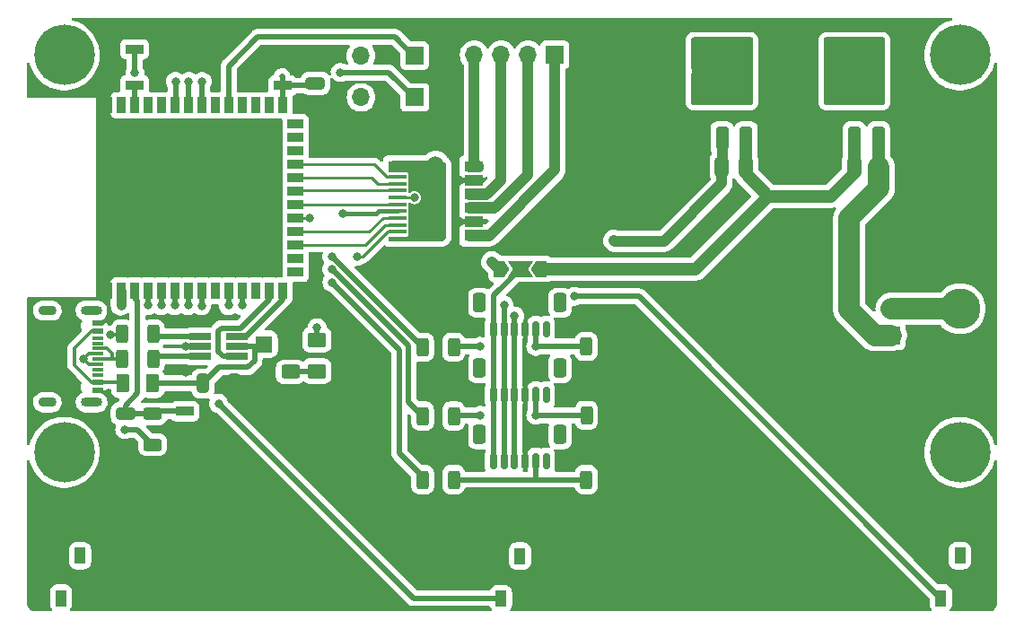
<source format=gtl>
G04 #@! TF.GenerationSoftware,KiCad,Pcbnew,7.0.8*
G04 #@! TF.CreationDate,2023-10-29T22:23:10+01:00*
G04 #@! TF.ProjectId,sumec,73756d65-632e-46b6-9963-61645f706362,rev?*
G04 #@! TF.SameCoordinates,Original*
G04 #@! TF.FileFunction,Copper,L1,Top*
G04 #@! TF.FilePolarity,Positive*
%FSLAX46Y46*%
G04 Gerber Fmt 4.6, Leading zero omitted, Abs format (unit mm)*
G04 Created by KiCad (PCBNEW 7.0.8) date 2023-10-29 22:23:10*
%MOMM*%
%LPD*%
G01*
G04 APERTURE LIST*
G04 Aperture macros list*
%AMRoundRect*
0 Rectangle with rounded corners*
0 $1 Rounding radius*
0 $2 $3 $4 $5 $6 $7 $8 $9 X,Y pos of 4 corners*
0 Add a 4 corners polygon primitive as box body*
4,1,4,$2,$3,$4,$5,$6,$7,$8,$9,$2,$3,0*
0 Add four circle primitives for the rounded corners*
1,1,$1+$1,$2,$3*
1,1,$1+$1,$4,$5*
1,1,$1+$1,$6,$7*
1,1,$1+$1,$8,$9*
0 Add four rect primitives between the rounded corners*
20,1,$1+$1,$2,$3,$4,$5,0*
20,1,$1+$1,$4,$5,$6,$7,0*
20,1,$1+$1,$6,$7,$8,$9,0*
20,1,$1+$1,$8,$9,$2,$3,0*%
%AMFreePoly0*
4,1,6,1.000000,0.000000,0.500000,-0.750000,-0.500000,-0.750000,-0.500000,0.750000,0.500000,0.750000,1.000000,0.000000,1.000000,0.000000,$1*%
%AMFreePoly1*
4,1,7,0.700000,0.000000,1.200000,-0.750000,-1.200000,-0.750000,-0.700000,0.000000,-1.200000,0.750000,1.200000,0.750000,0.700000,0.000000,0.700000,0.000000,$1*%
G04 Aperture macros list end*
G04 #@! TA.AperFunction,ComponentPad*
%ADD10C,5.700000*%
G04 #@! TD*
G04 #@! TA.AperFunction,SMDPad,CuDef*
%ADD11RoundRect,0.250001X0.624999X-0.462499X0.624999X0.462499X-0.624999X0.462499X-0.624999X-0.462499X0*%
G04 #@! TD*
G04 #@! TA.AperFunction,SMDPad,CuDef*
%ADD12RoundRect,0.250000X-0.312500X-0.625000X0.312500X-0.625000X0.312500X0.625000X-0.312500X0.625000X0*%
G04 #@! TD*
G04 #@! TA.AperFunction,SMDPad,CuDef*
%ADD13RoundRect,0.250000X0.312500X0.625000X-0.312500X0.625000X-0.312500X-0.625000X0.312500X-0.625000X0*%
G04 #@! TD*
G04 #@! TA.AperFunction,ComponentPad*
%ADD14RoundRect,0.250000X-0.550000X-0.550000X0.550000X-0.550000X0.550000X0.550000X-0.550000X0.550000X0*%
G04 #@! TD*
G04 #@! TA.AperFunction,SMDPad,CuDef*
%ADD15R,1.750000X0.450000*%
G04 #@! TD*
G04 #@! TA.AperFunction,SMDPad,CuDef*
%ADD16FreePoly0,0.000000*%
G04 #@! TD*
G04 #@! TA.AperFunction,SMDPad,CuDef*
%ADD17FreePoly1,0.000000*%
G04 #@! TD*
G04 #@! TA.AperFunction,SMDPad,CuDef*
%ADD18FreePoly0,180.000000*%
G04 #@! TD*
G04 #@! TA.AperFunction,SMDPad,CuDef*
%ADD19R,1.700000X0.900000*%
G04 #@! TD*
G04 #@! TA.AperFunction,SMDPad,CuDef*
%ADD20RoundRect,0.150000X-0.150000X-0.625000X0.150000X-0.625000X0.150000X0.625000X-0.150000X0.625000X0*%
G04 #@! TD*
G04 #@! TA.AperFunction,SMDPad,CuDef*
%ADD21RoundRect,0.250000X-0.350000X-0.650000X0.350000X-0.650000X0.350000X0.650000X-0.350000X0.650000X0*%
G04 #@! TD*
G04 #@! TA.AperFunction,ComponentPad*
%ADD22R,3.800000X3.800000*%
G04 #@! TD*
G04 #@! TA.AperFunction,ComponentPad*
%ADD23C,3.800000*%
G04 #@! TD*
G04 #@! TA.AperFunction,SMDPad,CuDef*
%ADD24RoundRect,0.250000X0.350000X-0.850000X0.350000X0.850000X-0.350000X0.850000X-0.350000X-0.850000X0*%
G04 #@! TD*
G04 #@! TA.AperFunction,SMDPad,CuDef*
%ADD25RoundRect,0.250000X1.125000X-1.275000X1.125000X1.275000X-1.125000X1.275000X-1.125000X-1.275000X0*%
G04 #@! TD*
G04 #@! TA.AperFunction,SMDPad,CuDef*
%ADD26RoundRect,0.249997X2.650003X-2.950003X2.650003X2.950003X-2.650003X2.950003X-2.650003X-2.950003X0*%
G04 #@! TD*
G04 #@! TA.AperFunction,ComponentPad*
%ADD27R,1.700000X1.700000*%
G04 #@! TD*
G04 #@! TA.AperFunction,ComponentPad*
%ADD28O,1.700000X1.700000*%
G04 #@! TD*
G04 #@! TA.AperFunction,SMDPad,CuDef*
%ADD29R,0.900000X1.500000*%
G04 #@! TD*
G04 #@! TA.AperFunction,SMDPad,CuDef*
%ADD30R,1.500000X0.900000*%
G04 #@! TD*
G04 #@! TA.AperFunction,SMDPad,CuDef*
%ADD31R,0.900000X0.900000*%
G04 #@! TD*
G04 #@! TA.AperFunction,SMDPad,CuDef*
%ADD32RoundRect,0.250000X-0.412500X-0.650000X0.412500X-0.650000X0.412500X0.650000X-0.412500X0.650000X0*%
G04 #@! TD*
G04 #@! TA.AperFunction,SMDPad,CuDef*
%ADD33RoundRect,0.250000X0.375000X0.625000X-0.375000X0.625000X-0.375000X-0.625000X0.375000X-0.625000X0*%
G04 #@! TD*
G04 #@! TA.AperFunction,SMDPad,CuDef*
%ADD34RoundRect,0.250000X0.650000X-0.325000X0.650000X0.325000X-0.650000X0.325000X-0.650000X-0.325000X0*%
G04 #@! TD*
G04 #@! TA.AperFunction,SMDPad,CuDef*
%ADD35R,2.000000X0.650000*%
G04 #@! TD*
G04 #@! TA.AperFunction,SMDPad,CuDef*
%ADD36RoundRect,0.250000X0.412500X0.650000X-0.412500X0.650000X-0.412500X-0.650000X0.412500X-0.650000X0*%
G04 #@! TD*
G04 #@! TA.AperFunction,SMDPad,CuDef*
%ADD37RoundRect,0.250000X-0.325000X-0.650000X0.325000X-0.650000X0.325000X0.650000X-0.325000X0.650000X0*%
G04 #@! TD*
G04 #@! TA.AperFunction,SMDPad,CuDef*
%ADD38RoundRect,0.250000X0.625000X-0.400000X0.625000X0.400000X-0.625000X0.400000X-0.625000X-0.400000X0*%
G04 #@! TD*
G04 #@! TA.AperFunction,SMDPad,CuDef*
%ADD39RoundRect,0.250000X-0.625000X0.312500X-0.625000X-0.312500X0.625000X-0.312500X0.625000X0.312500X0*%
G04 #@! TD*
G04 #@! TA.AperFunction,SMDPad,CuDef*
%ADD40RoundRect,0.250000X-0.650000X0.325000X-0.650000X-0.325000X0.650000X-0.325000X0.650000X0.325000X0*%
G04 #@! TD*
G04 #@! TA.AperFunction,SMDPad,CuDef*
%ADD41R,1.140000X0.600000*%
G04 #@! TD*
G04 #@! TA.AperFunction,SMDPad,CuDef*
%ADD42R,1.140000X0.300000*%
G04 #@! TD*
G04 #@! TA.AperFunction,ComponentPad*
%ADD43O,2.000000X0.900000*%
G04 #@! TD*
G04 #@! TA.AperFunction,ComponentPad*
%ADD44O,1.700000X0.900000*%
G04 #@! TD*
G04 #@! TA.AperFunction,ComponentPad*
%ADD45RoundRect,0.275000X0.275000X0.525000X-0.275000X0.525000X-0.275000X-0.525000X0.275000X-0.525000X0*%
G04 #@! TD*
G04 #@! TA.AperFunction,ComponentPad*
%ADD46O,1.100000X1.600000*%
G04 #@! TD*
G04 #@! TA.AperFunction,ViaPad*
%ADD47C,0.800000*%
G04 #@! TD*
G04 #@! TA.AperFunction,ViaPad*
%ADD48C,1.500000*%
G04 #@! TD*
G04 #@! TA.AperFunction,Conductor*
%ADD49C,0.508000*%
G04 #@! TD*
G04 #@! TA.AperFunction,Conductor*
%ADD50C,0.450000*%
G04 #@! TD*
G04 #@! TA.AperFunction,Conductor*
%ADD51C,0.254000*%
G04 #@! TD*
G04 #@! TA.AperFunction,Conductor*
%ADD52C,0.250000*%
G04 #@! TD*
G04 #@! TA.AperFunction,Conductor*
%ADD53C,1.000000*%
G04 #@! TD*
G04 #@! TA.AperFunction,Conductor*
%ADD54C,0.900000*%
G04 #@! TD*
G04 #@! TA.AperFunction,Conductor*
%ADD55C,0.300000*%
G04 #@! TD*
G04 #@! TA.AperFunction,Conductor*
%ADD56C,2.000000*%
G04 #@! TD*
G04 #@! TA.AperFunction,Conductor*
%ADD57C,1.200000*%
G04 #@! TD*
G04 APERTURE END LIST*
D10*
X154500000Y-48250000D03*
X239000000Y-85750000D03*
X154500000Y-85750000D03*
X239000000Y-48250000D03*
D11*
X178350000Y-78087500D03*
X178350000Y-75112500D03*
D12*
X159987500Y-74600000D03*
X162912500Y-74600000D03*
D13*
X191250000Y-88325000D03*
X188325000Y-88325000D03*
D14*
X173350000Y-75550000D03*
D13*
X191250000Y-75825000D03*
X188325000Y-75825000D03*
D15*
X193134800Y-65601800D03*
X193134800Y-64951800D03*
X193134800Y-64301800D03*
X193134800Y-63651800D03*
X193134800Y-63001800D03*
X193134800Y-62351800D03*
X193134800Y-61701800D03*
X193134800Y-61051800D03*
X193134800Y-60401800D03*
X193134800Y-59751800D03*
X193134800Y-59101800D03*
X193134800Y-58451800D03*
X185934800Y-58451800D03*
X185934800Y-59101800D03*
X185934800Y-59751800D03*
X185934800Y-60401800D03*
X185934800Y-61051800D03*
X185934800Y-61701800D03*
X185934800Y-62351800D03*
X185934800Y-63001800D03*
X185934800Y-63651800D03*
X185934800Y-64301800D03*
X185934800Y-64951800D03*
X185934800Y-65601800D03*
D16*
X195510400Y-68427600D03*
D17*
X197510400Y-68427600D03*
D18*
X199510400Y-68427600D03*
D19*
X175100000Y-47750000D03*
X175100000Y-51150000D03*
D13*
X206712500Y-82250000D03*
X203787500Y-82250000D03*
D20*
X195000000Y-74150000D03*
X196000000Y-74150000D03*
X197000000Y-74150000D03*
X198000000Y-74150000D03*
X199000000Y-74150000D03*
X200000000Y-74150000D03*
D21*
X193700000Y-71625000D03*
X201300000Y-71625000D03*
D22*
X239014000Y-77201400D03*
D23*
X239014000Y-72201400D03*
D24*
X226777200Y-56094000D03*
X229057200Y-56094000D03*
D25*
X227532200Y-51469000D03*
X230582200Y-51469000D03*
D26*
X229057200Y-49794000D03*
D25*
X227532200Y-48119000D03*
X230582200Y-48119000D03*
D24*
X231337200Y-56094000D03*
D27*
X200800000Y-48250000D03*
D28*
X198260000Y-48250000D03*
X195720000Y-48250000D03*
X193180000Y-48250000D03*
D13*
X206675000Y-75750000D03*
X203750000Y-75750000D03*
D12*
X159979900Y-76911200D03*
X162904900Y-76911200D03*
D24*
X214280400Y-56084000D03*
X216560400Y-56084000D03*
D25*
X215035400Y-51459000D03*
X218085400Y-51459000D03*
D26*
X216560400Y-49784000D03*
D25*
X215035400Y-48109000D03*
X218085400Y-48109000D03*
D24*
X218840400Y-56084000D03*
D29*
X158574000Y-70500000D03*
X159844000Y-70500000D03*
X161114000Y-70500000D03*
X162384000Y-70500000D03*
X163654000Y-70500000D03*
X164924000Y-70500000D03*
X166194000Y-70500000D03*
X167464000Y-70500000D03*
X168734000Y-70500000D03*
X170004000Y-70500000D03*
X171274000Y-70500000D03*
X172544000Y-70500000D03*
X173814000Y-70500000D03*
X175084000Y-70500000D03*
D30*
X176334000Y-68735000D03*
X176334000Y-67465000D03*
X176334000Y-66195000D03*
X176334000Y-64925000D03*
X176334000Y-63655000D03*
X176334000Y-62385000D03*
X176334000Y-61115000D03*
X176334000Y-59845000D03*
X176334000Y-58575000D03*
X176334000Y-57305000D03*
X176334000Y-56035000D03*
X176334000Y-54765000D03*
D29*
X175084000Y-53000000D03*
X173814000Y-53000000D03*
X172544000Y-53000000D03*
X171274000Y-53000000D03*
X170004000Y-53000000D03*
X168734000Y-53000000D03*
X167464000Y-53000000D03*
X166194000Y-53000000D03*
X164924000Y-53000000D03*
X163654000Y-53000000D03*
X162384000Y-53000000D03*
X161114000Y-53000000D03*
X159844000Y-53000000D03*
X158574000Y-53000000D03*
D31*
X164894000Y-64650000D03*
X166294000Y-64650000D03*
X167694000Y-64650000D03*
X167694000Y-64650000D03*
X164894000Y-63250000D03*
X164894000Y-63250000D03*
X166294000Y-63250000D03*
X167694000Y-63250000D03*
X164894000Y-61850000D03*
X166294000Y-61850000D03*
X167694000Y-61850000D03*
D20*
X195000000Y-86575000D03*
X196000000Y-86575000D03*
X197000000Y-86575000D03*
X198000000Y-86575000D03*
X199000000Y-86575000D03*
X200000000Y-86575000D03*
D21*
X193700000Y-84050000D03*
X201300000Y-84050000D03*
D32*
X218807900Y-58843600D03*
X221932900Y-58843600D03*
D27*
X187590000Y-52250000D03*
D28*
X185050000Y-52250000D03*
X182510000Y-52250000D03*
D27*
X232537000Y-74701400D03*
D28*
X232537000Y-72161400D03*
D33*
X162842400Y-79248000D03*
X160042400Y-79248000D03*
D34*
X178200000Y-50925000D03*
X178200000Y-47975000D03*
D35*
X167352400Y-74792800D03*
X167352400Y-75742800D03*
X167352400Y-76692800D03*
X170772400Y-76692800D03*
X170772400Y-75742800D03*
X170772400Y-74792800D03*
D36*
X216548100Y-58826400D03*
X213423100Y-58826400D03*
D37*
X167587400Y-79248000D03*
X170537400Y-79248000D03*
D32*
X231355500Y-58826400D03*
X234480500Y-58826400D03*
D36*
X229044900Y-58826400D03*
X225919900Y-58826400D03*
D38*
X175850000Y-78150000D03*
X175850000Y-75050000D03*
D39*
X162839400Y-82105300D03*
X162839400Y-85030300D03*
D27*
X187575000Y-48325000D03*
D28*
X185035000Y-48325000D03*
X182495000Y-48325000D03*
D40*
X160299400Y-82092800D03*
X160299400Y-85042800D03*
D20*
X195000000Y-80325000D03*
X196000000Y-80325000D03*
X197000000Y-80325000D03*
X198000000Y-80325000D03*
X199000000Y-80325000D03*
X200000000Y-80325000D03*
D21*
X193700000Y-77800000D03*
X201300000Y-77800000D03*
D19*
X161137600Y-47700000D03*
X161137600Y-51100000D03*
D13*
X206675000Y-88325000D03*
X203750000Y-88325000D03*
X191250000Y-82325000D03*
X188325000Y-82325000D03*
D41*
X157658000Y-73508000D03*
X157658000Y-74308000D03*
D42*
X157658000Y-75458000D03*
X157658000Y-76458000D03*
X157658000Y-76958000D03*
X157658000Y-77958000D03*
D41*
X157658000Y-79908000D03*
X157658000Y-79108000D03*
D42*
X157658000Y-78458000D03*
X157658000Y-77458000D03*
X157658000Y-75958000D03*
X157658000Y-74958000D03*
D43*
X157078000Y-72383000D03*
X157078000Y-81033000D03*
D44*
X152908000Y-72383000D03*
X152908000Y-81033000D03*
D19*
X165887400Y-85267800D03*
X165887400Y-81867800D03*
D45*
X197500000Y-95536000D03*
D46*
X197500000Y-99536000D03*
D45*
X195700000Y-99536000D03*
D46*
X195700000Y-95536000D03*
D45*
X156000000Y-95500000D03*
D46*
X156000000Y-99500000D03*
D45*
X154200000Y-99500000D03*
D46*
X154200000Y-95500000D03*
D45*
X239000000Y-95500000D03*
D46*
X239000000Y-99500000D03*
D45*
X237200000Y-99500000D03*
D46*
X237200000Y-95500000D03*
D47*
X230450000Y-51200000D03*
X231450000Y-49750000D03*
X229050000Y-49750000D03*
X226700000Y-49750000D03*
X229050000Y-47100000D03*
X227700000Y-51200000D03*
X227700000Y-48350000D03*
X226650000Y-52500000D03*
X226650000Y-47100000D03*
X231450000Y-52500000D03*
X231450000Y-47100000D03*
X229050000Y-52500000D03*
X230450000Y-48350000D03*
X215200000Y-51200000D03*
X217950000Y-51200000D03*
X217950000Y-48350000D03*
X215200000Y-48350000D03*
X216550000Y-49750000D03*
X216550000Y-52500000D03*
X216550000Y-47100000D03*
X218950000Y-49750000D03*
X214200000Y-49750000D03*
X214150000Y-52500000D03*
X218950000Y-52500000D03*
X218950000Y-47100000D03*
X214150000Y-47100000D03*
X151950000Y-90100000D03*
X199000000Y-71900000D03*
X199000000Y-84100000D03*
X199000000Y-77800000D03*
X166268400Y-66344800D03*
X165963600Y-73609200D03*
X165963600Y-78206600D03*
X173228000Y-57429400D03*
X160248600Y-90093800D03*
X173228000Y-51054000D03*
X178511200Y-57404000D03*
X187553600Y-61722000D03*
X165963600Y-75742800D03*
X162384000Y-71882000D03*
X180550000Y-49900000D03*
X166194000Y-71882000D03*
X169062400Y-81127600D03*
X164924000Y-71882000D03*
X161175700Y-49949100D03*
X206349600Y-65735200D03*
X180750000Y-63200000D03*
X194832800Y-67750000D03*
X159844000Y-71882000D03*
X160224600Y-83616800D03*
X156311600Y-76962000D03*
X158851600Y-74676000D03*
X163654000Y-71882000D03*
X202631600Y-71028000D03*
X193750000Y-82250000D03*
X199000000Y-82250000D03*
D48*
X189534800Y-58521600D03*
X228549200Y-63652400D03*
D47*
X199000000Y-75750000D03*
X193750000Y-75750000D03*
X197000000Y-72898000D03*
X170004000Y-71882000D03*
X171274000Y-71882000D03*
X196000000Y-71882000D03*
X177655000Y-63655000D03*
X182118000Y-67259200D03*
X167500000Y-50750000D03*
X179750000Y-67250000D03*
X179750884Y-68457916D03*
X166250000Y-50750000D03*
X165000000Y-50750000D03*
X179781200Y-69697600D03*
X167464000Y-71900000D03*
X178350500Y-74000000D03*
D49*
X197000000Y-80325000D02*
X197000000Y-86575000D01*
X197000000Y-74150000D02*
X197000000Y-80325000D01*
X197000000Y-72898000D02*
X197000000Y-74150000D01*
X196000000Y-80325000D02*
X196000000Y-86575000D01*
X196000000Y-74150000D02*
X196000000Y-80325000D01*
X196000000Y-71882000D02*
X196000000Y-74150000D01*
X177975000Y-51150000D02*
X178200000Y-50925000D01*
X175084000Y-51150000D02*
X177975000Y-51150000D01*
X175084000Y-51968400D02*
X175084000Y-51150000D01*
X185090000Y-49900000D02*
X187440000Y-52250000D01*
X180550000Y-49900000D02*
X185090000Y-49900000D01*
X170004000Y-49299600D02*
X170004000Y-53000000D01*
X185700000Y-46550000D02*
X172753600Y-46550000D01*
X187425000Y-48275000D02*
X185700000Y-46550000D01*
X172753600Y-46550000D02*
X170004000Y-49299600D01*
D50*
X184148200Y-63001800D02*
X185934800Y-63001800D01*
X180750000Y-63200000D02*
X183950000Y-63200000D01*
X183950000Y-63200000D02*
X184148200Y-63001800D01*
D49*
X172800000Y-75550000D02*
X173350000Y-75550000D01*
X172450000Y-75900000D02*
X172800000Y-75550000D01*
X172450000Y-77105000D02*
X172450000Y-75900000D01*
X171831000Y-77724000D02*
X172450000Y-77105000D01*
X167587400Y-79248000D02*
X169111400Y-77724000D01*
X169111400Y-77724000D02*
X171831000Y-77724000D01*
X173350000Y-75550000D02*
X173350000Y-75350000D01*
X173157200Y-75742800D02*
X170772400Y-75742800D01*
X173350000Y-75550000D02*
X173157200Y-75742800D01*
D51*
X187533400Y-61701800D02*
X187553600Y-61722000D01*
D52*
X157500000Y-73625000D02*
X157972200Y-73625000D01*
X165970800Y-75750000D02*
X167500000Y-75750000D01*
X158574000Y-73023200D02*
X158574000Y-70500000D01*
X187350600Y-61925000D02*
X187350200Y-61925000D01*
D51*
X185934800Y-61701800D02*
X187533400Y-61701800D01*
D52*
X157972200Y-73625000D02*
X158574000Y-73023200D01*
X165963600Y-75742800D02*
X165970800Y-75750000D01*
D49*
X161114000Y-71147200D02*
X161429000Y-71462200D01*
X162839400Y-82105300D02*
X160311900Y-82105300D01*
X163076900Y-81867800D02*
X162839400Y-82105300D01*
X161114000Y-70500000D02*
X161114000Y-71147200D01*
X160299400Y-81300600D02*
X160299400Y-82092800D01*
X160311900Y-82105300D02*
X160299400Y-82092800D01*
X161429000Y-71462200D02*
X161429000Y-80171000D01*
X161429000Y-80171000D02*
X160299400Y-81300600D01*
X165887400Y-81867800D02*
X163076900Y-81867800D01*
X175084000Y-51968400D02*
X175084000Y-50304400D01*
X175084000Y-50304400D02*
X175029600Y-50250000D01*
X175084000Y-53000000D02*
X175084000Y-51968400D01*
X162842400Y-79248000D02*
X167638200Y-79248000D01*
X162384000Y-70732000D02*
X162384000Y-71882000D01*
X162500000Y-70616000D02*
X162384000Y-70732000D01*
X166194000Y-71882000D02*
X166194000Y-70500000D01*
X169062400Y-81127600D02*
X187434800Y-99500000D01*
X187434800Y-99500000D02*
X195700000Y-99500000D01*
X164924000Y-71882000D02*
X164924000Y-70500000D01*
D53*
X194832800Y-67750000D02*
X195510400Y-68427600D01*
X206451200Y-65836800D02*
X211074000Y-65836800D01*
X216560400Y-58814100D02*
X216548100Y-58826400D01*
D49*
X161137600Y-47726600D02*
X161175700Y-47764700D01*
D54*
X159844000Y-70500000D02*
X159844000Y-71882000D01*
D49*
X161175700Y-47764700D02*
X161175700Y-49949100D01*
X161425900Y-83616800D02*
X162839400Y-85030300D01*
D53*
X216548100Y-60362700D02*
X216548100Y-58826400D01*
X211074000Y-65836800D02*
X216548100Y-60362700D01*
X216560400Y-56084000D02*
X216560400Y-58814100D01*
X206349600Y-65735200D02*
X206451200Y-65836800D01*
D49*
X160224600Y-83616800D02*
X161425900Y-83616800D01*
D55*
X160350000Y-79250000D02*
X160208000Y-79108000D01*
X157052594Y-79108000D02*
X157658000Y-79108000D01*
X157086000Y-74308000D02*
X155448000Y-75946000D01*
X155448000Y-77503406D02*
X157052594Y-79108000D01*
D52*
X160475000Y-79225000D02*
X160500000Y-79250000D01*
D55*
X155448000Y-75946000D02*
X155448000Y-77503406D01*
X160208000Y-79108000D02*
X157617000Y-79108000D01*
X157658000Y-74308000D02*
X157086000Y-74308000D01*
X157617000Y-79108000D02*
X157500000Y-79225000D01*
D56*
X232537000Y-72161400D02*
X232562400Y-72186800D01*
X232562400Y-72186800D02*
X238999400Y-72186800D01*
D49*
X238999400Y-72186800D02*
X239014000Y-72201400D01*
D55*
X156807600Y-77458000D02*
X157658000Y-77458000D01*
X158851600Y-74676000D02*
X160176000Y-74676000D01*
X156815600Y-76458000D02*
X157658000Y-76458000D01*
X156311600Y-76962000D02*
X156815600Y-76458000D01*
X156311600Y-76962000D02*
X156807600Y-77458000D01*
D52*
X160250000Y-74695000D02*
X160250000Y-74500000D01*
D49*
X163654000Y-71882000D02*
X163654000Y-70500000D01*
X202631600Y-71028000D02*
X208728000Y-71028000D01*
X208728000Y-71028000D02*
X237200000Y-99500000D01*
D52*
X191325000Y-82250000D02*
X191250000Y-82325000D01*
D49*
X199000000Y-80325000D02*
X199000000Y-82250000D01*
X199000000Y-82250000D02*
X203575000Y-82250000D01*
D52*
X203575000Y-82250000D02*
X203750000Y-82075000D01*
D49*
X193750000Y-82250000D02*
X191325000Y-82250000D01*
X203750000Y-88325000D02*
X191250000Y-88325000D01*
X199000000Y-87021751D02*
X199000000Y-88308600D01*
X199000000Y-88308600D02*
X198983600Y-88325000D01*
D52*
X199000000Y-86575000D02*
X199000000Y-87021751D01*
D49*
X167500000Y-74800000D02*
X163028900Y-74800000D01*
D52*
X163028900Y-74800000D02*
X162904900Y-74676000D01*
X162904900Y-76911200D02*
X163116100Y-76700000D01*
D49*
X163116100Y-76700000D02*
X167500000Y-76700000D01*
D56*
X231355500Y-58826400D02*
X231355500Y-60846100D01*
X230962200Y-74701400D02*
X232537000Y-74701400D01*
X231355500Y-60846100D02*
X228549200Y-63652400D01*
D57*
X231337200Y-58793900D02*
X231304700Y-58826400D01*
D56*
X228549200Y-63652400D02*
X228549200Y-72288400D01*
X228549200Y-72288400D02*
X230962200Y-74701400D01*
D57*
X231337200Y-56094000D02*
X231337200Y-58793900D01*
D55*
X158528000Y-75958000D02*
X159004000Y-76434000D01*
D52*
X160250000Y-77000000D02*
X160175000Y-77075000D01*
D55*
X160208000Y-76958000D02*
X160212000Y-76962000D01*
X159004000Y-76434000D02*
X159004000Y-76958000D01*
X157658000Y-76958000D02*
X159004000Y-76958000D01*
D52*
X160195000Y-76945000D02*
X160250000Y-77000000D01*
D55*
X159004000Y-76958000D02*
X160208000Y-76958000D01*
X157658000Y-75958000D02*
X158528000Y-75958000D01*
D49*
X199075000Y-75825000D02*
X199150000Y-75750000D01*
X193750000Y-75750000D02*
X191325000Y-75750000D01*
D52*
X191325000Y-75750000D02*
X191250000Y-75825000D01*
D49*
X199000000Y-74150000D02*
X199000000Y-75750000D01*
X199150000Y-75750000D02*
X203675000Y-75750000D01*
D52*
X199000000Y-75750000D02*
X199075000Y-75825000D01*
D49*
X203675000Y-75750000D02*
X203750000Y-75825000D01*
D51*
X183746200Y-58575000D02*
X184923000Y-59751800D01*
X176334000Y-58575000D02*
X183746200Y-58575000D01*
X184923000Y-59751800D02*
X185934800Y-59751800D01*
X184049000Y-60401800D02*
X185934800Y-60401800D01*
X183492200Y-59845000D02*
X184049000Y-60401800D01*
X176334000Y-59845000D02*
X183492200Y-59845000D01*
X176334000Y-61115000D02*
X176397200Y-61051800D01*
X176397200Y-61051800D02*
X185934800Y-61051800D01*
X176334000Y-62385000D02*
X185926800Y-62385000D01*
X185926800Y-62385000D02*
X185934800Y-62377000D01*
D53*
X195720000Y-60058000D02*
X195720000Y-48250000D01*
X194411600Y-61366400D02*
X195720000Y-60058000D01*
X193180000Y-48250000D02*
X193180000Y-58458400D01*
X193180000Y-58458400D02*
X193548000Y-58826400D01*
X198260000Y-48250000D02*
X198260000Y-59570656D01*
X198260000Y-59570656D02*
X195194256Y-62636400D01*
X195194256Y-62636400D02*
X194716400Y-62636400D01*
X200800000Y-48250000D02*
X200800000Y-59092800D01*
X200800000Y-59092800D02*
X194564000Y-65328800D01*
X194564000Y-65328800D02*
X194411600Y-65328800D01*
D49*
X170004000Y-70500000D02*
X170004000Y-71882000D01*
X171274000Y-71882000D02*
X171274000Y-70500000D01*
X161114000Y-51150200D02*
X161114000Y-53000000D01*
D52*
X161050000Y-52936000D02*
X161114000Y-53000000D01*
D49*
X161114000Y-52872000D02*
X161050000Y-52936000D01*
D51*
X176334000Y-64925000D02*
X183283800Y-64925000D01*
X184557000Y-63651800D02*
X185934800Y-63651800D01*
X183283800Y-64925000D02*
X184557000Y-63651800D01*
X184770600Y-64301800D02*
X185934800Y-64301800D01*
X182877400Y-66195000D02*
X184770600Y-64301800D01*
X176334000Y-66195000D02*
X182877400Y-66195000D01*
X177655000Y-63655000D02*
X176334000Y-63655000D01*
X184994200Y-64951800D02*
X185934800Y-64951800D01*
X182118000Y-67259200D02*
X182686800Y-67259200D01*
X182686800Y-67259200D02*
X184994200Y-64951800D01*
D49*
X173814000Y-71338000D02*
X171138200Y-74013800D01*
X169050000Y-74282200D02*
X169050000Y-76253400D01*
X173814000Y-70500000D02*
X173814000Y-71338000D01*
X169318400Y-74013800D02*
X169050000Y-74282200D01*
X171138200Y-74013800D02*
X169318400Y-74013800D01*
X169050000Y-76253400D02*
X169489400Y-76692800D01*
X169489400Y-76692800D02*
X170772400Y-76692800D01*
X175084000Y-70500000D02*
X175084000Y-71338000D01*
X175084000Y-71338000D02*
X171629200Y-74792800D01*
X171629200Y-74792800D02*
X170772400Y-74792800D01*
X188325000Y-75825000D02*
X179750000Y-67250000D01*
D52*
X167500000Y-52964000D02*
X167464000Y-53000000D01*
D49*
X167500000Y-50750000D02*
X167500000Y-52964000D01*
X179750884Y-68457916D02*
X186994800Y-75701832D01*
D52*
X166250000Y-52944000D02*
X166194000Y-53000000D01*
X179750884Y-68457916D02*
X179750000Y-68458800D01*
D49*
X186994800Y-75701832D02*
X186994800Y-80994800D01*
X166250000Y-50750000D02*
X166250000Y-52944000D01*
X186994800Y-80994800D02*
X188325000Y-82325000D01*
X179781200Y-69697600D02*
X186131200Y-76047600D01*
X186131200Y-85852000D02*
X188325000Y-88045800D01*
X165000000Y-50750000D02*
X165000000Y-52924000D01*
D52*
X165000000Y-52924000D02*
X164924000Y-53000000D01*
D49*
X188325000Y-88045800D02*
X188325000Y-88325000D01*
X186131200Y-76047600D02*
X186131200Y-85852000D01*
D57*
X226872800Y-61569600D02*
X220929200Y-61569600D01*
X229044900Y-59397500D02*
X226872800Y-61569600D01*
X220929200Y-61569600D02*
X218807900Y-59448300D01*
X229057200Y-56094000D02*
X229057200Y-58814100D01*
X229044900Y-58826400D02*
X229044900Y-59397500D01*
X218840400Y-56084000D02*
X218840400Y-58811100D01*
X218840400Y-58811100D02*
X218807900Y-58843600D01*
X218807900Y-59448300D02*
X218807900Y-58843600D01*
X214071200Y-68427600D02*
X220929200Y-61569600D01*
X229057200Y-58814100D02*
X229044900Y-58826400D01*
X199510400Y-68427600D02*
X214071200Y-68427600D01*
D49*
X195000000Y-74150000D02*
X195000000Y-80325000D01*
X195000000Y-70938000D02*
X197510400Y-68427600D01*
X195000000Y-80325000D02*
X195000000Y-86575000D01*
X195000000Y-74150000D02*
X195000000Y-70938000D01*
X178350000Y-78087500D02*
X175912500Y-78087500D01*
X175912500Y-78087500D02*
X175850000Y-78150000D01*
X167464000Y-71900000D02*
X167464000Y-70500000D01*
X178350500Y-74000000D02*
X178350500Y-75112000D01*
X178350500Y-75112000D02*
X178350000Y-75112500D01*
G04 #@! TA.AperFunction,Conductor*
G36*
X194269606Y-60807917D02*
G01*
X194315840Y-60814003D01*
X194386953Y-60823365D01*
X194405608Y-60828364D01*
X194508199Y-60870858D01*
X194524928Y-60880517D01*
X194613024Y-60948116D01*
X194626683Y-60961775D01*
X194694282Y-61049871D01*
X194703941Y-61066601D01*
X194746434Y-61169188D01*
X194751434Y-61187848D01*
X194766883Y-61305193D01*
X194767200Y-61310027D01*
X194767200Y-61422772D01*
X194766883Y-61427606D01*
X194751434Y-61544951D01*
X194746434Y-61563611D01*
X194703941Y-61666198D01*
X194694282Y-61682928D01*
X194626683Y-61771024D01*
X194613024Y-61784683D01*
X194524928Y-61852282D01*
X194508198Y-61861941D01*
X194405611Y-61904434D01*
X194386951Y-61909434D01*
X194287076Y-61922583D01*
X194282242Y-61922900D01*
X192777063Y-61922900D01*
X192769880Y-61923135D01*
X192757806Y-61922541D01*
X192658248Y-61909434D01*
X192639588Y-61904434D01*
X192537001Y-61861941D01*
X192520271Y-61852282D01*
X192432175Y-61784683D01*
X192418516Y-61771024D01*
X192350917Y-61682928D01*
X192341258Y-61666198D01*
X192298765Y-61563611D01*
X192293765Y-61544951D01*
X192278317Y-61427606D01*
X192278000Y-61422771D01*
X192278000Y-61310028D01*
X192278317Y-61305193D01*
X192281157Y-61283614D01*
X192293766Y-61187844D01*
X192298763Y-61169193D01*
X192341260Y-61066596D01*
X192350914Y-61049874D01*
X192418520Y-60961770D01*
X192432170Y-60948120D01*
X192520274Y-60880514D01*
X192537000Y-60870858D01*
X192565755Y-60858948D01*
X192628563Y-60832933D01*
X192656881Y-60827300D01*
X194029546Y-60827300D01*
X194029548Y-60827300D01*
X194088031Y-60815667D01*
X194088036Y-60815663D01*
X194093909Y-60813232D01*
X194122226Y-60807600D01*
X194264771Y-60807600D01*
X194269606Y-60807917D01*
G37*
G04 #@! TD.AperFunction*
G04 #@! TA.AperFunction,Conductor*
G36*
X238239403Y-44770185D02*
G01*
X238285158Y-44822989D01*
X238295102Y-44892147D01*
X238266077Y-44955703D01*
X238207299Y-44993477D01*
X238199020Y-44995601D01*
X238102330Y-45016883D01*
X237872363Y-45094369D01*
X237758031Y-45132892D01*
X237758028Y-45132893D01*
X237758020Y-45132896D01*
X237428300Y-45285440D01*
X237428296Y-45285442D01*
X237196453Y-45424937D01*
X237116981Y-45472755D01*
X237081141Y-45500000D01*
X236827755Y-45692617D01*
X236827745Y-45692625D01*
X236563978Y-45942479D01*
X236328772Y-46219386D01*
X236124884Y-46520098D01*
X236124878Y-46520107D01*
X235954706Y-46841086D01*
X235954700Y-46841098D01*
X235820226Y-47178603D01*
X235820221Y-47178618D01*
X235723030Y-47528670D01*
X235723024Y-47528696D01*
X235664250Y-47887200D01*
X235664248Y-47887217D01*
X235644579Y-48249997D01*
X235644579Y-48250002D01*
X235664248Y-48612782D01*
X235664250Y-48612799D01*
X235723024Y-48971303D01*
X235723030Y-48971329D01*
X235820221Y-49321381D01*
X235820226Y-49321396D01*
X235954700Y-49658901D01*
X235954706Y-49658913D01*
X236124878Y-49979892D01*
X236124881Y-49979897D01*
X236124883Y-49979900D01*
X236209385Y-50104531D01*
X236328772Y-50280613D01*
X236557574Y-50549980D01*
X236563979Y-50557521D01*
X236827746Y-50807375D01*
X237116981Y-51027245D01*
X237428292Y-51214555D01*
X237428294Y-51214556D01*
X237428296Y-51214557D01*
X237428300Y-51214559D01*
X237725641Y-51352123D01*
X237758031Y-51367108D01*
X238102330Y-51483116D01*
X238457153Y-51561218D01*
X238818341Y-51600500D01*
X238818347Y-51600500D01*
X239181653Y-51600500D01*
X239181659Y-51600500D01*
X239542847Y-51561218D01*
X239897670Y-51483116D01*
X240241969Y-51367108D01*
X240571708Y-51214555D01*
X240883019Y-51027245D01*
X241172254Y-50807375D01*
X241436021Y-50557521D01*
X241671227Y-50280614D01*
X241875117Y-49979900D01*
X242045298Y-49658905D01*
X242179775Y-49321391D01*
X242181557Y-49314972D01*
X242256020Y-49046783D01*
X242292922Y-48987453D01*
X242356042Y-48957492D01*
X242425340Y-48966413D01*
X242478814Y-49011383D01*
X242499486Y-49078124D01*
X242499500Y-49079956D01*
X242499500Y-84920043D01*
X242479815Y-84987082D01*
X242427011Y-85032837D01*
X242357853Y-85042781D01*
X242294297Y-85013756D01*
X242256523Y-84954978D01*
X242256020Y-84953217D01*
X242206034Y-84773186D01*
X242179775Y-84678609D01*
X242175465Y-84667792D01*
X242068157Y-84398468D01*
X242045298Y-84341095D01*
X241930778Y-84125088D01*
X241875121Y-84020107D01*
X241875119Y-84020104D01*
X241875117Y-84020100D01*
X241671227Y-83719386D01*
X241436021Y-83442479D01*
X241172254Y-83192625D01*
X241172244Y-83192617D01*
X241065067Y-83111144D01*
X240883019Y-82972755D01*
X240571708Y-82785445D01*
X240571707Y-82785444D01*
X240571703Y-82785442D01*
X240571699Y-82785440D01*
X240241979Y-82632896D01*
X240241974Y-82632894D01*
X240241969Y-82632892D01*
X240057084Y-82570597D01*
X239897669Y-82516883D01*
X239542845Y-82438781D01*
X239181660Y-82399500D01*
X239181659Y-82399500D01*
X238818341Y-82399500D01*
X238818339Y-82399500D01*
X238457154Y-82438781D01*
X238102330Y-82516883D01*
X237836178Y-82606560D01*
X237758031Y-82632892D01*
X237758028Y-82632893D01*
X237758020Y-82632896D01*
X237428300Y-82785440D01*
X237428296Y-82785442D01*
X237260409Y-82886457D01*
X237116981Y-82972755D01*
X237036220Y-83034148D01*
X236827755Y-83192617D01*
X236827745Y-83192625D01*
X236563978Y-83442479D01*
X236328772Y-83719386D01*
X236124884Y-84020098D01*
X236124878Y-84020107D01*
X235954706Y-84341086D01*
X235954700Y-84341098D01*
X235820226Y-84678603D01*
X235820221Y-84678618D01*
X235723030Y-85028670D01*
X235723024Y-85028696D01*
X235664250Y-85387200D01*
X235664248Y-85387217D01*
X235644579Y-85749997D01*
X235644579Y-85750002D01*
X235664248Y-86112782D01*
X235664250Y-86112799D01*
X235723024Y-86471303D01*
X235723030Y-86471329D01*
X235820221Y-86821381D01*
X235820226Y-86821396D01*
X235954700Y-87158901D01*
X235954706Y-87158913D01*
X236124878Y-87479892D01*
X236124881Y-87479897D01*
X236124883Y-87479900D01*
X236172965Y-87550815D01*
X236328772Y-87780613D01*
X236526592Y-88013505D01*
X236563979Y-88057521D01*
X236827746Y-88307375D01*
X237116981Y-88527245D01*
X237428292Y-88714555D01*
X237428294Y-88714556D01*
X237428296Y-88714557D01*
X237428300Y-88714559D01*
X237758020Y-88867103D01*
X237758031Y-88867108D01*
X238102330Y-88983116D01*
X238457153Y-89061218D01*
X238818341Y-89100500D01*
X238818347Y-89100500D01*
X239181653Y-89100500D01*
X239181659Y-89100500D01*
X239542847Y-89061218D01*
X239897670Y-88983116D01*
X240241969Y-88867108D01*
X240571708Y-88714555D01*
X240883019Y-88527245D01*
X241172254Y-88307375D01*
X241436021Y-88057521D01*
X241671227Y-87780614D01*
X241875117Y-87479900D01*
X242045298Y-87158905D01*
X242179775Y-86821391D01*
X242179778Y-86821381D01*
X242256020Y-86546783D01*
X242292922Y-86487453D01*
X242356042Y-86457492D01*
X242425340Y-86466413D01*
X242478814Y-86511383D01*
X242499486Y-86578124D01*
X242499500Y-86579956D01*
X242499500Y-99996951D01*
X242499201Y-100003032D01*
X242486296Y-100134064D01*
X242481554Y-100157906D01*
X242445993Y-100275134D01*
X242436690Y-100297592D01*
X242378942Y-100405630D01*
X242365438Y-100425840D01*
X242287725Y-100520535D01*
X242270535Y-100537725D01*
X242175840Y-100615438D01*
X242155630Y-100628942D01*
X242047592Y-100686690D01*
X242025134Y-100695993D01*
X241907906Y-100731554D01*
X241884064Y-100736296D01*
X241753033Y-100749201D01*
X241746952Y-100749500D01*
X238146585Y-100749500D01*
X238079546Y-100729815D01*
X238033791Y-100677011D01*
X238023847Y-100607853D01*
X238052872Y-100544297D01*
X238058904Y-100537819D01*
X238066746Y-100529977D01*
X238085147Y-100511576D01*
X238178122Y-100363606D01*
X238235841Y-100198657D01*
X238250500Y-100068552D01*
X238250500Y-98931448D01*
X238235841Y-98801343D01*
X238178122Y-98636394D01*
X238085147Y-98488424D01*
X237961576Y-98364853D01*
X237813606Y-98271878D01*
X237813605Y-98271877D01*
X237813604Y-98271877D01*
X237648658Y-98214159D01*
X237648648Y-98214157D01*
X237518558Y-98199500D01*
X237518552Y-98199500D01*
X237017886Y-98199500D01*
X236950847Y-98179815D01*
X236930205Y-98163181D01*
X234835582Y-96068558D01*
X237949500Y-96068558D01*
X237964157Y-96198648D01*
X237964159Y-96198657D01*
X238021878Y-96363606D01*
X238114853Y-96511576D01*
X238238424Y-96635147D01*
X238386394Y-96728122D01*
X238551343Y-96785841D01*
X238551349Y-96785841D01*
X238551351Y-96785842D01*
X238592750Y-96790506D01*
X238681442Y-96800499D01*
X238681445Y-96800500D01*
X238681448Y-96800500D01*
X239318555Y-96800500D01*
X239318556Y-96800499D01*
X239448657Y-96785841D01*
X239613606Y-96728122D01*
X239761576Y-96635147D01*
X239885147Y-96511576D01*
X239978122Y-96363606D01*
X240035841Y-96198657D01*
X240050500Y-96068552D01*
X240050500Y-94931448D01*
X240035841Y-94801343D01*
X239978122Y-94636394D01*
X239885147Y-94488424D01*
X239761576Y-94364853D01*
X239613606Y-94271878D01*
X239613605Y-94271877D01*
X239613604Y-94271877D01*
X239448658Y-94214159D01*
X239448648Y-94214157D01*
X239318558Y-94199500D01*
X239318552Y-94199500D01*
X238681448Y-94199500D01*
X238681441Y-94199500D01*
X238551351Y-94214157D01*
X238551341Y-94214159D01*
X238386395Y-94271877D01*
X238238423Y-94364853D01*
X238114853Y-94488423D01*
X238021877Y-94636395D01*
X237964159Y-94801341D01*
X237964157Y-94801351D01*
X237949500Y-94931441D01*
X237949500Y-96068558D01*
X234835582Y-96068558D01*
X209306766Y-70539742D01*
X209294984Y-70526109D01*
X209291604Y-70521569D01*
X209280539Y-70506706D01*
X209280537Y-70506704D01*
X209280538Y-70506704D01*
X209250795Y-70481748D01*
X209240285Y-70472928D01*
X209236310Y-70469286D01*
X209230441Y-70463417D01*
X209230440Y-70463416D01*
X209230438Y-70463414D01*
X209204584Y-70442972D01*
X209145427Y-70393333D01*
X209139394Y-70389365D01*
X209139422Y-70389321D01*
X209132961Y-70385204D01*
X209132934Y-70385250D01*
X209126790Y-70381460D01*
X209056808Y-70348827D01*
X208987815Y-70314177D01*
X208981031Y-70311708D01*
X208981049Y-70311658D01*
X208973807Y-70309141D01*
X208973791Y-70309191D01*
X208966938Y-70306920D01*
X208891311Y-70291304D01*
X208816181Y-70273498D01*
X208809014Y-70272661D01*
X208809020Y-70272607D01*
X208801405Y-70271829D01*
X208801401Y-70271883D01*
X208794210Y-70271253D01*
X208717018Y-70273500D01*
X203165431Y-70273500D01*
X203098392Y-70253815D01*
X203092544Y-70249817D01*
X203084330Y-70243849D01*
X203084329Y-70243848D01*
X202911407Y-70166857D01*
X202911402Y-70166855D01*
X202765601Y-70135865D01*
X202726246Y-70127500D01*
X202536954Y-70127500D01*
X202504497Y-70134398D01*
X202351797Y-70166855D01*
X202351792Y-70166857D01*
X202178870Y-70243848D01*
X202178866Y-70243850D01*
X202115406Y-70289957D01*
X202049600Y-70313436D01*
X201981546Y-70297610D01*
X201977426Y-70295177D01*
X201969340Y-70290189D01*
X201969335Y-70290187D01*
X201969334Y-70290186D01*
X201802797Y-70235001D01*
X201802795Y-70235000D01*
X201700010Y-70224500D01*
X200899998Y-70224500D01*
X200899980Y-70224501D01*
X200797203Y-70235000D01*
X200797200Y-70235001D01*
X200630668Y-70290185D01*
X200630663Y-70290187D01*
X200481342Y-70382289D01*
X200357289Y-70506342D01*
X200265187Y-70655663D01*
X200265185Y-70655668D01*
X200256974Y-70680448D01*
X200210001Y-70822203D01*
X200210001Y-70822204D01*
X200210000Y-70822204D01*
X200199500Y-70924983D01*
X200199500Y-72325001D01*
X200199501Y-72325018D01*
X200210000Y-72427796D01*
X200210001Y-72427799D01*
X200265185Y-72594331D01*
X200265187Y-72594336D01*
X200270556Y-72603040D01*
X200321358Y-72685404D01*
X200339798Y-72752796D01*
X200318875Y-72819459D01*
X200265233Y-72864229D01*
X200215819Y-72874500D01*
X199784304Y-72874500D01*
X199747432Y-72877401D01*
X199747426Y-72877402D01*
X199589606Y-72923253D01*
X199563119Y-72938918D01*
X199495394Y-72956098D01*
X199436881Y-72938918D01*
X199410393Y-72923253D01*
X199252573Y-72877402D01*
X199252567Y-72877401D01*
X199215696Y-72874500D01*
X199215694Y-72874500D01*
X198784306Y-72874500D01*
X198784304Y-72874500D01*
X198747432Y-72877401D01*
X198747426Y-72877402D01*
X198589606Y-72923254D01*
X198589603Y-72923255D01*
X198448137Y-73006917D01*
X198448129Y-73006923D01*
X198331923Y-73123129D01*
X198331917Y-73123137D01*
X198248255Y-73264603D01*
X198248254Y-73264606D01*
X198202402Y-73422426D01*
X198202401Y-73422432D01*
X198199500Y-73459304D01*
X198199500Y-74840696D01*
X198202401Y-74877567D01*
X198202402Y-74877570D01*
X198206008Y-74889982D01*
X198240576Y-75008964D01*
X198245500Y-75043557D01*
X198245500Y-75222606D01*
X198228888Y-75284604D01*
X198216416Y-75306208D01*
X198172820Y-75381718D01*
X198172818Y-75381722D01*
X198114695Y-75560607D01*
X198114326Y-75561744D01*
X198094540Y-75750000D01*
X198114326Y-75938256D01*
X198114327Y-75938259D01*
X198172818Y-76118277D01*
X198172821Y-76118284D01*
X198267467Y-76282216D01*
X198337616Y-76360124D01*
X198394129Y-76422888D01*
X198547265Y-76534148D01*
X198547270Y-76534151D01*
X198720192Y-76611142D01*
X198720197Y-76611144D01*
X198905354Y-76650500D01*
X198905355Y-76650500D01*
X199094644Y-76650500D01*
X199094646Y-76650500D01*
X199279803Y-76611144D01*
X199452730Y-76534151D01*
X199460944Y-76528182D01*
X199526750Y-76504702D01*
X199533831Y-76504500D01*
X200244192Y-76504500D01*
X200311231Y-76524185D01*
X200356986Y-76576989D01*
X200366930Y-76646147D01*
X200349731Y-76693594D01*
X200349278Y-76694331D01*
X200265187Y-76830663D01*
X200265185Y-76830668D01*
X200250661Y-76874500D01*
X200210001Y-76997203D01*
X200210001Y-76997204D01*
X200210000Y-76997204D01*
X200199500Y-77099983D01*
X200199500Y-78500001D01*
X200199501Y-78500018D01*
X200210000Y-78602796D01*
X200210001Y-78602799D01*
X200243137Y-78702795D01*
X200265186Y-78769334D01*
X200321358Y-78860404D01*
X200339798Y-78927796D01*
X200318875Y-78994459D01*
X200265233Y-79039229D01*
X200215819Y-79049500D01*
X199784304Y-79049500D01*
X199747432Y-79052401D01*
X199747426Y-79052402D01*
X199589606Y-79098253D01*
X199563119Y-79113918D01*
X199495394Y-79131098D01*
X199436881Y-79113918D01*
X199410393Y-79098253D01*
X199252573Y-79052402D01*
X199252567Y-79052401D01*
X199215696Y-79049500D01*
X199215694Y-79049500D01*
X198784306Y-79049500D01*
X198784304Y-79049500D01*
X198747432Y-79052401D01*
X198747426Y-79052402D01*
X198589606Y-79098254D01*
X198589603Y-79098255D01*
X198448137Y-79181917D01*
X198448129Y-79181923D01*
X198331923Y-79298129D01*
X198331917Y-79298137D01*
X198248255Y-79439603D01*
X198248254Y-79439606D01*
X198202402Y-79597426D01*
X198202401Y-79597432D01*
X198199500Y-79634304D01*
X198199500Y-81015696D01*
X198202401Y-81052567D01*
X198202402Y-81052570D01*
X198206439Y-81066464D01*
X198240576Y-81183964D01*
X198245500Y-81218557D01*
X198245500Y-81722606D01*
X198228888Y-81784605D01*
X198172820Y-81881718D01*
X198172818Y-81881722D01*
X198123258Y-82034253D01*
X198114326Y-82061744D01*
X198094540Y-82250000D01*
X198114326Y-82438256D01*
X198114327Y-82438259D01*
X198172818Y-82618277D01*
X198172821Y-82618284D01*
X198267467Y-82782216D01*
X198361326Y-82886457D01*
X198394129Y-82922888D01*
X198547265Y-83034148D01*
X198547270Y-83034151D01*
X198720192Y-83111142D01*
X198720197Y-83111144D01*
X198905354Y-83150500D01*
X198905355Y-83150500D01*
X199094644Y-83150500D01*
X199094646Y-83150500D01*
X199279803Y-83111144D01*
X199452730Y-83034151D01*
X199460944Y-83028182D01*
X199526750Y-83004702D01*
X199533831Y-83004500D01*
X200118705Y-83004500D01*
X200185744Y-83024185D01*
X200231499Y-83076989D01*
X200241443Y-83146147D01*
X200236411Y-83167500D01*
X200220312Y-83216087D01*
X200210001Y-83247203D01*
X200210000Y-83247204D01*
X200199500Y-83349983D01*
X200199500Y-84750001D01*
X200199501Y-84750018D01*
X200210000Y-84852796D01*
X200210001Y-84852799D01*
X200232284Y-84920043D01*
X200265186Y-85019334D01*
X200321358Y-85110404D01*
X200339798Y-85177796D01*
X200318875Y-85244459D01*
X200265233Y-85289229D01*
X200215819Y-85299500D01*
X199784304Y-85299500D01*
X199747432Y-85302401D01*
X199747426Y-85302402D01*
X199589606Y-85348253D01*
X199563119Y-85363918D01*
X199495394Y-85381098D01*
X199436881Y-85363918D01*
X199410393Y-85348253D01*
X199252573Y-85302402D01*
X199252567Y-85302401D01*
X199215696Y-85299500D01*
X199215694Y-85299500D01*
X198784306Y-85299500D01*
X198784304Y-85299500D01*
X198747432Y-85302401D01*
X198747426Y-85302402D01*
X198589606Y-85348254D01*
X198589603Y-85348255D01*
X198448137Y-85431917D01*
X198448129Y-85431923D01*
X198331923Y-85548129D01*
X198331917Y-85548137D01*
X198248255Y-85689603D01*
X198248254Y-85689606D01*
X198202402Y-85847426D01*
X198202401Y-85847432D01*
X198199500Y-85884304D01*
X198199500Y-87265696D01*
X198202401Y-87302567D01*
X198202402Y-87302573D01*
X198234167Y-87411905D01*
X198233968Y-87481774D01*
X198196026Y-87540444D01*
X198132388Y-87569288D01*
X198115091Y-87570500D01*
X197884909Y-87570500D01*
X197817870Y-87550815D01*
X197772115Y-87498011D01*
X197762171Y-87428853D01*
X197765833Y-87411905D01*
X197797597Y-87302573D01*
X197797598Y-87302567D01*
X197800500Y-87265696D01*
X197800500Y-85884304D01*
X197797598Y-85847432D01*
X197797597Y-85847426D01*
X197759424Y-85716036D01*
X197754500Y-85681441D01*
X197754500Y-81218557D01*
X197759423Y-81183964D01*
X197797598Y-81052569D01*
X197799807Y-81024495D01*
X197800500Y-81015696D01*
X197800500Y-79634304D01*
X197797598Y-79597432D01*
X197797597Y-79597426D01*
X197759424Y-79466036D01*
X197754500Y-79431441D01*
X197754500Y-75043557D01*
X197759423Y-75008964D01*
X197797598Y-74877569D01*
X197800500Y-74840694D01*
X197800500Y-73459306D01*
X197797598Y-73422431D01*
X197792078Y-73403431D01*
X197792275Y-73333563D01*
X197803765Y-73306836D01*
X197827179Y-73266284D01*
X197885674Y-73086256D01*
X197905460Y-72898000D01*
X197885674Y-72709744D01*
X197827179Y-72529716D01*
X197732533Y-72365784D01*
X197605871Y-72225112D01*
X197605870Y-72225111D01*
X197452734Y-72113851D01*
X197452729Y-72113848D01*
X197279807Y-72036857D01*
X197279802Y-72036855D01*
X197106953Y-72000116D01*
X197094646Y-71997500D01*
X197029250Y-71997500D01*
X196962211Y-71977815D01*
X196916456Y-71925011D01*
X196905929Y-71886462D01*
X196902128Y-71850297D01*
X196885674Y-71693744D01*
X196827179Y-71513716D01*
X196732533Y-71349784D01*
X196605871Y-71209112D01*
X196605870Y-71209111D01*
X196452734Y-71097851D01*
X196452729Y-71097848D01*
X196279807Y-71020857D01*
X196279806Y-71020856D01*
X196259377Y-71016514D01*
X196197896Y-70983319D01*
X196164121Y-70922155D01*
X196168775Y-70852441D01*
X196197478Y-70807545D01*
X197285458Y-69719566D01*
X197346781Y-69686081D01*
X197373139Y-69683247D01*
X198710405Y-69683247D01*
X198790755Y-69676821D01*
X198790757Y-69676820D01*
X198790761Y-69676820D01*
X198819154Y-69667961D01*
X198873728Y-69663597D01*
X198904089Y-69667962D01*
X199010400Y-69683247D01*
X199010403Y-69683247D01*
X200010400Y-69683247D01*
X200082361Y-69678100D01*
X200082363Y-69678099D01*
X200082365Y-69678099D01*
X200220450Y-69637554D01*
X200220450Y-69637553D01*
X200220453Y-69637553D01*
X200341528Y-69559743D01*
X200341536Y-69559733D01*
X200343088Y-69558390D01*
X200344972Y-69557529D01*
X200348989Y-69554948D01*
X200349360Y-69555525D01*
X200406643Y-69529363D01*
X200424295Y-69528100D01*
X213968963Y-69528100D01*
X213989526Y-69529816D01*
X213992334Y-69530289D01*
X214082286Y-69528147D01*
X214084285Y-69528100D01*
X214123617Y-69528100D01*
X214123625Y-69528100D01*
X214123634Y-69528099D01*
X214123636Y-69528099D01*
X214124505Y-69528015D01*
X214134491Y-69527062D01*
X214138892Y-69526799D01*
X214202445Y-69525287D01*
X214237460Y-69517669D01*
X214244736Y-69516534D01*
X214280418Y-69513128D01*
X214341432Y-69495211D01*
X214345688Y-69494125D01*
X214407812Y-69480613D01*
X214440757Y-69466504D01*
X214447688Y-69464012D01*
X214482075Y-69453916D01*
X214538585Y-69424782D01*
X214542575Y-69422903D01*
X214556995Y-69416727D01*
X214601012Y-69397879D01*
X214630695Y-69377787D01*
X214637015Y-69374038D01*
X214668882Y-69357611D01*
X214718863Y-69318302D01*
X214722421Y-69315705D01*
X214775065Y-69280077D01*
X214800411Y-69254729D01*
X214805920Y-69249840D01*
X214834086Y-69227692D01*
X214834088Y-69227688D01*
X214834090Y-69227688D01*
X214854417Y-69204227D01*
X214875724Y-69179638D01*
X214878706Y-69176434D01*
X221348723Y-62706419D01*
X221410046Y-62672934D01*
X221436404Y-62670100D01*
X226770563Y-62670100D01*
X226791126Y-62671816D01*
X226793934Y-62672289D01*
X226883886Y-62670147D01*
X226885885Y-62670100D01*
X226925217Y-62670100D01*
X226925225Y-62670100D01*
X226925234Y-62670099D01*
X226925236Y-62670099D01*
X226926105Y-62670015D01*
X226936091Y-62669062D01*
X226940492Y-62668799D01*
X227004045Y-62667287D01*
X227039060Y-62659669D01*
X227046336Y-62658534D01*
X227082018Y-62655128D01*
X227143032Y-62637211D01*
X227147288Y-62636125D01*
X227167842Y-62631655D01*
X227237534Y-62636642D01*
X227293466Y-62678515D01*
X227317880Y-62743980D01*
X227303026Y-62812253D01*
X227300718Y-62816296D01*
X227276060Y-62857678D01*
X227225028Y-62935790D01*
X227225024Y-62935797D01*
X227214053Y-62960809D01*
X227210535Y-62967644D01*
X227196548Y-62991117D01*
X227196543Y-62991126D01*
X227162620Y-63078063D01*
X227125135Y-63163523D01*
X227118426Y-63190016D01*
X227116081Y-63197335D01*
X227106153Y-63222779D01*
X227106148Y-63222795D01*
X227087001Y-63314111D01*
X227064092Y-63404575D01*
X227064090Y-63404585D01*
X227061835Y-63431808D01*
X227060726Y-63439416D01*
X227055120Y-63466150D01*
X227055119Y-63466163D01*
X227051262Y-63559409D01*
X227048700Y-63590336D01*
X227048700Y-63621364D01*
X227044842Y-63714619D01*
X227044842Y-63714620D01*
X227048223Y-63741742D01*
X227048700Y-63749418D01*
X227048700Y-72191381D01*
X227048224Y-72199051D01*
X227047932Y-72201400D01*
X227044843Y-72226179D01*
X227048700Y-72319435D01*
X227048700Y-72350464D01*
X227051262Y-72381390D01*
X227055118Y-72474633D01*
X227060726Y-72501383D01*
X227061835Y-72508990D01*
X227064091Y-72536218D01*
X227064091Y-72536219D01*
X227085596Y-72621141D01*
X227087001Y-72626688D01*
X227106151Y-72718014D01*
X227106152Y-72718016D01*
X227116082Y-72743467D01*
X227118427Y-72750787D01*
X227121049Y-72761142D01*
X227125137Y-72777281D01*
X227152411Y-72839461D01*
X227162620Y-72862735D01*
X227196544Y-72949675D01*
X227210532Y-72973150D01*
X227214052Y-72979988D01*
X227225025Y-73005004D01*
X227246165Y-73037361D01*
X227276060Y-73083120D01*
X227323834Y-73163294D01*
X227341496Y-73184147D01*
X227346087Y-73190304D01*
X227361036Y-73213185D01*
X227370054Y-73222981D01*
X227424233Y-73281835D01*
X227444300Y-73305529D01*
X227466249Y-73327478D01*
X227529457Y-73396139D01*
X227551022Y-73412924D01*
X227556787Y-73418015D01*
X229832592Y-75693819D01*
X229837673Y-75699574D01*
X229841610Y-75704632D01*
X229854458Y-75721139D01*
X229854465Y-75721147D01*
X229923133Y-75784361D01*
X229945071Y-75806299D01*
X229968752Y-75826355D01*
X230037415Y-75889564D01*
X230037417Y-75889565D01*
X230037418Y-75889566D01*
X230060286Y-75904506D01*
X230066450Y-75909102D01*
X230087306Y-75926766D01*
X230106589Y-75938256D01*
X230167472Y-75974534D01*
X230236629Y-76019717D01*
X230245593Y-76025573D01*
X230270614Y-76036548D01*
X230277445Y-76040064D01*
X230300926Y-76054055D01*
X230325324Y-76063575D01*
X230387851Y-76087974D01*
X230450316Y-76115373D01*
X230473319Y-76125463D01*
X230473323Y-76125464D01*
X230499809Y-76132171D01*
X230507132Y-76134516D01*
X230532586Y-76144449D01*
X230623902Y-76163596D01*
X230714379Y-76186508D01*
X230741615Y-76188764D01*
X230749218Y-76189871D01*
X230775963Y-76195480D01*
X230869194Y-76199336D01*
X230900133Y-76201900D01*
X230900135Y-76201900D01*
X230931174Y-76201900D01*
X231024421Y-76205757D01*
X231041114Y-76203676D01*
X231051542Y-76202377D01*
X231059218Y-76201900D01*
X232599065Y-76201900D01*
X232599067Y-76201900D01*
X232676545Y-76195480D01*
X232784813Y-76186509D01*
X232784816Y-76186508D01*
X232784821Y-76186508D01*
X233025881Y-76125463D01*
X233169780Y-76062342D01*
X233219589Y-76051899D01*
X233434871Y-76051899D01*
X233434872Y-76051899D01*
X233494483Y-76045491D01*
X233629331Y-75995196D01*
X233744546Y-75908946D01*
X233830796Y-75793731D01*
X233881091Y-75658883D01*
X233887500Y-75599273D01*
X233887499Y-75389957D01*
X233902446Y-75330936D01*
X233915828Y-75306210D01*
X233996571Y-75071014D01*
X234037500Y-74825735D01*
X234037500Y-74577065D01*
X233996571Y-74331786D01*
X233915828Y-74096590D01*
X233902443Y-74071856D01*
X233887499Y-74012840D01*
X233887499Y-73811300D01*
X233907184Y-73744261D01*
X233959988Y-73698506D01*
X234011499Y-73687300D01*
X237069437Y-73687300D01*
X237136476Y-73706985D01*
X237164980Y-73732259D01*
X237260647Y-73847900D01*
X237260649Y-73847902D01*
X237260651Y-73847904D01*
X237450107Y-74025815D01*
X237480836Y-74054672D01*
X237480846Y-74054680D01*
X237725193Y-74232208D01*
X237725198Y-74232210D01*
X237725205Y-74232216D01*
X237989896Y-74377732D01*
X237989901Y-74377734D01*
X237989903Y-74377735D01*
X237989904Y-74377736D01*
X238270734Y-74488924D01*
X238270737Y-74488925D01*
X238368259Y-74513964D01*
X238563302Y-74564042D01*
X238666388Y-74577065D01*
X238862963Y-74601899D01*
X238862969Y-74601899D01*
X238862973Y-74601900D01*
X238862975Y-74601900D01*
X239165025Y-74601900D01*
X239165027Y-74601900D01*
X239165032Y-74601899D01*
X239165036Y-74601899D01*
X239244591Y-74591848D01*
X239464698Y-74564042D01*
X239757262Y-74488925D01*
X239830316Y-74460001D01*
X240038095Y-74377736D01*
X240038096Y-74377735D01*
X240038094Y-74377735D01*
X240038104Y-74377732D01*
X240302795Y-74232216D01*
X240547162Y-74054674D01*
X240767349Y-73847904D01*
X240959885Y-73615168D01*
X241121733Y-73360136D01*
X241250341Y-73086830D01*
X241343681Y-72799560D01*
X241400280Y-72502857D01*
X241401374Y-72485476D01*
X241419246Y-72201405D01*
X241419246Y-72201394D01*
X241400281Y-71899953D01*
X241400280Y-71899946D01*
X241400280Y-71899943D01*
X241343681Y-71603240D01*
X241250341Y-71315970D01*
X241216474Y-71244000D01*
X241163398Y-71131206D01*
X241121733Y-71042664D01*
X241047056Y-70924991D01*
X240959888Y-70787636D01*
X240959885Y-70787632D01*
X240767349Y-70554896D01*
X240547162Y-70348126D01*
X240547159Y-70348124D01*
X240547153Y-70348119D01*
X240302806Y-70170591D01*
X240302799Y-70170586D01*
X240302795Y-70170584D01*
X240038104Y-70025068D01*
X240038101Y-70025066D01*
X240038096Y-70025064D01*
X240038095Y-70025063D01*
X239757265Y-69913875D01*
X239757262Y-69913874D01*
X239464695Y-69838757D01*
X239165036Y-69800900D01*
X239165027Y-69800900D01*
X238862973Y-69800900D01*
X238862963Y-69800900D01*
X238563304Y-69838757D01*
X238270737Y-69913874D01*
X238270734Y-69913875D01*
X237989904Y-70025063D01*
X237989903Y-70025064D01*
X237725205Y-70170584D01*
X237725193Y-70170591D01*
X237480846Y-70348119D01*
X237480836Y-70348127D01*
X237260652Y-70554894D01*
X237247279Y-70571060D01*
X237189136Y-70641341D01*
X237131238Y-70680448D01*
X237093594Y-70686300D01*
X232826620Y-70686300D01*
X232801173Y-70683661D01*
X232723234Y-70667318D01*
X232474782Y-70657043D01*
X232474781Y-70657043D01*
X232474779Y-70657043D01*
X232289709Y-70680111D01*
X232228018Y-70687801D01*
X231989684Y-70758756D01*
X231766291Y-70867966D01*
X231766284Y-70867970D01*
X231563901Y-71012469D01*
X231388069Y-71188301D01*
X231243570Y-71390684D01*
X231243566Y-71390691D01*
X231134356Y-71614084D01*
X231063401Y-71852418D01*
X231040411Y-72036856D01*
X231032643Y-72099179D01*
X231041983Y-72325018D01*
X231043131Y-72352762D01*
X231041650Y-72352823D01*
X231031490Y-72415127D01*
X230984748Y-72467059D01*
X230917349Y-72485476D01*
X230850693Y-72464531D01*
X230832006Y-72449179D01*
X230609006Y-72226179D01*
X230086019Y-71703191D01*
X230052534Y-71641868D01*
X230049700Y-71615510D01*
X230049700Y-64325288D01*
X230069385Y-64258249D01*
X230086014Y-64237612D01*
X232347926Y-61975699D01*
X232353663Y-61970634D01*
X232375244Y-61953838D01*
X232438460Y-61885166D01*
X232460402Y-61863225D01*
X232460400Y-61863228D01*
X232467438Y-61854916D01*
X232480457Y-61839545D01*
X232543664Y-61770885D01*
X232558617Y-61747994D01*
X232563197Y-61741854D01*
X232580866Y-61720994D01*
X232628636Y-61640824D01*
X232679673Y-61562707D01*
X232690654Y-61537671D01*
X232694157Y-61530864D01*
X232708156Y-61507373D01*
X232742080Y-61420432D01*
X232779563Y-61334981D01*
X232786271Y-61308485D01*
X232788610Y-61301183D01*
X232798550Y-61275714D01*
X232817702Y-61184374D01*
X232840608Y-61093921D01*
X232842864Y-61066693D01*
X232843973Y-61059082D01*
X232844827Y-61055004D01*
X232849581Y-61032337D01*
X232853437Y-60939090D01*
X232856000Y-60908167D01*
X232856000Y-60877135D01*
X232859857Y-60783879D01*
X232856475Y-60756751D01*
X232856000Y-60749081D01*
X232856000Y-58764335D01*
X232840609Y-58578586D01*
X232840607Y-58578575D01*
X232779563Y-58337518D01*
X232679673Y-58109793D01*
X232658338Y-58077138D01*
X232543664Y-57901615D01*
X232502654Y-57857066D01*
X232470470Y-57822104D01*
X232439548Y-57759449D01*
X232437700Y-57738122D01*
X232437700Y-56038844D01*
X232437699Y-56038819D01*
X232437699Y-55193998D01*
X232437698Y-55193981D01*
X232427199Y-55091203D01*
X232427198Y-55091200D01*
X232391026Y-54982041D01*
X232372014Y-54924666D01*
X232279912Y-54775344D01*
X232155856Y-54651288D01*
X232006534Y-54559186D01*
X231839997Y-54504001D01*
X231839995Y-54504000D01*
X231737210Y-54493500D01*
X230937198Y-54493500D01*
X230937180Y-54493501D01*
X230834403Y-54504000D01*
X230834400Y-54504001D01*
X230667868Y-54559185D01*
X230667863Y-54559187D01*
X230518542Y-54651289D01*
X230394489Y-54775342D01*
X230302739Y-54924094D01*
X230250791Y-54970818D01*
X230181828Y-54982041D01*
X230117746Y-54954197D01*
X230091661Y-54924094D01*
X230085493Y-54914094D01*
X229999912Y-54775344D01*
X229875856Y-54651288D01*
X229726534Y-54559186D01*
X229559997Y-54504001D01*
X229559995Y-54504000D01*
X229457210Y-54493500D01*
X228657198Y-54493500D01*
X228657180Y-54493501D01*
X228554403Y-54504000D01*
X228554400Y-54504001D01*
X228387868Y-54559185D01*
X228387863Y-54559187D01*
X228238542Y-54651289D01*
X228114489Y-54775342D01*
X228022387Y-54924663D01*
X228022386Y-54924666D01*
X227967201Y-55091203D01*
X227967201Y-55091204D01*
X227967200Y-55091204D01*
X227956700Y-55193983D01*
X227956700Y-57810029D01*
X227947937Y-57849574D01*
X227949857Y-57850210D01*
X227892401Y-58023600D01*
X227892400Y-58023604D01*
X227881900Y-58126383D01*
X227881900Y-58952795D01*
X227862215Y-59019834D01*
X227845581Y-59040476D01*
X226453277Y-60432781D01*
X226391954Y-60466266D01*
X226365596Y-60469100D01*
X221436404Y-60469100D01*
X221369365Y-60449415D01*
X221348723Y-60432781D01*
X220007218Y-59091276D01*
X219973733Y-59029953D01*
X219970899Y-59003595D01*
X219970899Y-58143598D01*
X219970898Y-58143581D01*
X219960399Y-58040803D01*
X219960398Y-58040800D01*
X219947194Y-58000952D01*
X219940900Y-57961948D01*
X219940900Y-56028844D01*
X219940899Y-56028819D01*
X219940899Y-55183998D01*
X219940898Y-55183981D01*
X219930399Y-55081203D01*
X219930398Y-55081200D01*
X219888313Y-54954197D01*
X219875214Y-54914666D01*
X219783112Y-54765344D01*
X219659056Y-54641288D01*
X219566288Y-54584069D01*
X219509736Y-54549187D01*
X219509731Y-54549185D01*
X219508262Y-54548698D01*
X219343197Y-54494001D01*
X219343195Y-54494000D01*
X219240410Y-54483500D01*
X218440398Y-54483500D01*
X218440380Y-54483501D01*
X218337603Y-54494000D01*
X218337600Y-54494001D01*
X218171068Y-54549185D01*
X218171063Y-54549187D01*
X218021742Y-54641289D01*
X217897689Y-54765342D01*
X217805939Y-54914094D01*
X217753991Y-54960818D01*
X217685028Y-54972041D01*
X217620946Y-54944197D01*
X217594861Y-54914094D01*
X217503112Y-54765344D01*
X217379056Y-54641288D01*
X217286288Y-54584069D01*
X217229736Y-54549187D01*
X217229731Y-54549185D01*
X217228262Y-54548698D01*
X217063197Y-54494001D01*
X217063195Y-54494000D01*
X216960410Y-54483500D01*
X216160398Y-54483500D01*
X216160380Y-54483501D01*
X216057603Y-54494000D01*
X216057600Y-54494001D01*
X215891068Y-54549185D01*
X215891063Y-54549187D01*
X215741742Y-54641289D01*
X215617689Y-54765342D01*
X215525587Y-54914663D01*
X215525585Y-54914668D01*
X215515800Y-54944197D01*
X215470401Y-55081203D01*
X215470401Y-55081204D01*
X215470400Y-55081204D01*
X215459900Y-55183983D01*
X215459900Y-56984001D01*
X215459901Y-56984018D01*
X215470400Y-57086796D01*
X215470401Y-57086799D01*
X215525585Y-57253331D01*
X215525586Y-57253334D01*
X215541439Y-57279036D01*
X215559900Y-57344132D01*
X215559900Y-57644997D01*
X215541439Y-57710093D01*
X215450789Y-57857059D01*
X215450785Y-57857068D01*
X215444423Y-57876267D01*
X215395601Y-58023603D01*
X215395601Y-58023604D01*
X215395600Y-58023604D01*
X215385100Y-58126383D01*
X215385100Y-59526401D01*
X215385101Y-59526418D01*
X215395600Y-59629196D01*
X215395601Y-59629199D01*
X215434922Y-59747859D01*
X215450786Y-59795734D01*
X215450790Y-59795740D01*
X215494443Y-59866515D01*
X215512883Y-59933908D01*
X215491960Y-60000571D01*
X215476585Y-60019292D01*
X210695899Y-64799981D01*
X210634576Y-64833466D01*
X210608218Y-64836300D01*
X206820106Y-64836300D01*
X206762695Y-64822209D01*
X206722648Y-64801290D01*
X206559959Y-64754739D01*
X206527018Y-64745313D01*
X206527017Y-64745312D01*
X206527016Y-64745312D01*
X206324125Y-64729862D01*
X206324122Y-64729862D01*
X206122278Y-64755568D01*
X206122270Y-64755570D01*
X205929729Y-64821383D01*
X205929717Y-64821389D01*
X205754378Y-64924606D01*
X205754371Y-64924611D01*
X205603387Y-65061020D01*
X205603387Y-65061021D01*
X205482953Y-65225028D01*
X205482949Y-65225035D01*
X205397997Y-65409925D01*
X205397993Y-65409937D01*
X205351996Y-65608145D01*
X205346842Y-65811558D01*
X205382740Y-66011848D01*
X205382742Y-66011854D01*
X205402622Y-66061622D01*
X205455252Y-66193380D01*
X205458223Y-66200816D01*
X205458229Y-66200828D01*
X205570195Y-66370716D01*
X205734750Y-66535271D01*
X205796139Y-66599851D01*
X205796147Y-66599858D01*
X205830253Y-66623595D01*
X205846503Y-66634906D01*
X205850244Y-66637726D01*
X205897793Y-66676498D01*
X205928245Y-66692404D01*
X205934956Y-66696471D01*
X205963151Y-66716095D01*
X206019532Y-66740290D01*
X206023767Y-66742301D01*
X206078151Y-66770709D01*
X206111173Y-66780156D01*
X206118565Y-66782789D01*
X206150140Y-66796339D01*
X206150141Y-66796340D01*
X206163254Y-66799034D01*
X206210255Y-66808692D01*
X206214795Y-66809806D01*
X206273782Y-66826686D01*
X206308041Y-66829294D01*
X206315809Y-66830385D01*
X206349455Y-66837300D01*
X206349459Y-66837300D01*
X206410801Y-66837300D01*
X206415508Y-66837478D01*
X206451851Y-66840246D01*
X206476675Y-66842137D01*
X206476675Y-66842136D01*
X206476676Y-66842137D01*
X206510759Y-66837796D01*
X206518589Y-66837300D01*
X211061284Y-66837300D01*
X211150358Y-66839557D01*
X211150358Y-66839556D01*
X211150363Y-66839557D01*
X211210753Y-66828732D01*
X211215412Y-66828080D01*
X211257607Y-66823788D01*
X211276438Y-66821874D01*
X211309227Y-66811586D01*
X211316840Y-66809718D01*
X211350653Y-66803658D01*
X211407621Y-66780901D01*
X211412053Y-66779324D01*
X211470588Y-66760959D01*
X211500627Y-66744284D01*
X211507708Y-66740922D01*
X211539617Y-66728177D01*
X211590854Y-66694408D01*
X211594851Y-66691987D01*
X211648502Y-66662209D01*
X211674568Y-66639830D01*
X211680843Y-66635100D01*
X211681145Y-66634901D01*
X211709519Y-66616202D01*
X211752917Y-66572802D01*
X211756336Y-66569634D01*
X211802895Y-66529666D01*
X211823931Y-66502488D01*
X211829101Y-66496618D01*
X217246587Y-61079133D01*
X217311153Y-61017759D01*
X217346219Y-60967375D01*
X217349012Y-60963672D01*
X217387797Y-60916108D01*
X217403704Y-60885652D01*
X217407766Y-60878948D01*
X217427395Y-60850749D01*
X217451597Y-60794350D01*
X217453600Y-60790131D01*
X217482009Y-60735749D01*
X217491457Y-60702722D01*
X217494088Y-60695333D01*
X217507640Y-60663758D01*
X217519995Y-60603630D01*
X217521099Y-60599129D01*
X217537986Y-60540118D01*
X217540594Y-60505857D01*
X217541685Y-60498089D01*
X217548600Y-60464443D01*
X217548600Y-60403098D01*
X217548779Y-60398388D01*
X217553437Y-60337224D01*
X217549097Y-60303142D01*
X217548600Y-60295303D01*
X217548600Y-59987861D01*
X217566877Y-59923063D01*
X217566974Y-59922906D01*
X217618788Y-59876037D01*
X217687718Y-59864619D01*
X217751879Y-59892281D01*
X217778232Y-59922607D01*
X217794985Y-59949768D01*
X217802689Y-59962257D01*
X217855143Y-60014711D01*
X217874463Y-60041167D01*
X217874698Y-60041017D01*
X217877225Y-60044950D01*
X217877672Y-60045562D01*
X217877889Y-60045982D01*
X217917190Y-60095956D01*
X217919801Y-60099532D01*
X217955420Y-60152161D01*
X217955426Y-60152168D01*
X217980759Y-60177501D01*
X217985658Y-60183021D01*
X218007805Y-60211183D01*
X218007809Y-60211187D01*
X218055851Y-60252816D01*
X218059091Y-60255833D01*
X219285177Y-61481919D01*
X219318662Y-61543242D01*
X219313678Y-61612934D01*
X219285177Y-61657281D01*
X213651677Y-67290781D01*
X213590354Y-67324266D01*
X213563996Y-67327100D01*
X200416436Y-67327100D01*
X200349397Y-67307415D01*
X200335234Y-67296813D01*
X200283777Y-67252225D01*
X200283771Y-67252222D01*
X200152856Y-67192434D01*
X200046212Y-67177102D01*
X200010400Y-67171953D01*
X199010400Y-67171953D01*
X198946863Y-67175960D01*
X198946855Y-67175962D01*
X198900281Y-67188791D01*
X198849706Y-67191981D01*
X198710401Y-67171953D01*
X198710400Y-67171953D01*
X196310400Y-67171953D01*
X196310395Y-67171953D01*
X196230045Y-67178378D01*
X196230029Y-67178381D01*
X196201639Y-67187238D01*
X196147068Y-67191602D01*
X196010400Y-67171953D01*
X195721035Y-67171953D01*
X195653996Y-67152268D01*
X195633354Y-67135634D01*
X195504382Y-67006662D01*
X195455907Y-66967135D01*
X195386207Y-66910302D01*
X195205849Y-66816091D01*
X195186002Y-66810412D01*
X195084049Y-66781239D01*
X195010218Y-66760113D01*
X195010217Y-66760112D01*
X195010216Y-66760112D01*
X194807325Y-66744662D01*
X194807322Y-66744662D01*
X194605478Y-66770368D01*
X194605470Y-66770370D01*
X194412929Y-66836183D01*
X194412917Y-66836189D01*
X194237578Y-66939406D01*
X194237571Y-66939411D01*
X194086587Y-67075820D01*
X194086587Y-67075821D01*
X193966153Y-67239828D01*
X193966149Y-67239835D01*
X193881197Y-67424725D01*
X193881193Y-67424737D01*
X193835196Y-67622945D01*
X193830042Y-67826358D01*
X193865940Y-68026648D01*
X193865942Y-68026654D01*
X193891098Y-68089631D01*
X193926204Y-68177518D01*
X193941423Y-68215616D01*
X193941429Y-68215628D01*
X194053396Y-68385517D01*
X194053399Y-68385521D01*
X194468434Y-68800554D01*
X194501919Y-68861877D01*
X194504753Y-68888235D01*
X194504753Y-69177600D01*
X194509899Y-69249560D01*
X194509900Y-69249565D01*
X194550445Y-69387650D01*
X194550447Y-69387653D01*
X194628257Y-69508728D01*
X194737027Y-69602977D01*
X194867943Y-69662765D01*
X194920237Y-69670283D01*
X194983792Y-69699307D01*
X195021568Y-69758084D01*
X195021569Y-69827954D01*
X194990272Y-69880702D01*
X194569449Y-70301526D01*
X194508126Y-70335011D01*
X194438435Y-70330027D01*
X194416672Y-70319384D01*
X194369340Y-70290189D01*
X194369335Y-70290187D01*
X194369334Y-70290186D01*
X194202797Y-70235001D01*
X194202795Y-70235000D01*
X194100010Y-70224500D01*
X193299998Y-70224500D01*
X193299980Y-70224501D01*
X193197203Y-70235000D01*
X193197200Y-70235001D01*
X193030668Y-70290185D01*
X193030663Y-70290187D01*
X192881342Y-70382289D01*
X192757289Y-70506342D01*
X192665187Y-70655663D01*
X192665185Y-70655668D01*
X192656974Y-70680448D01*
X192610001Y-70822203D01*
X192610001Y-70822204D01*
X192610000Y-70822204D01*
X192599500Y-70924983D01*
X192599500Y-72325001D01*
X192599501Y-72325018D01*
X192610000Y-72427796D01*
X192610001Y-72427799D01*
X192665185Y-72594331D01*
X192665187Y-72594336D01*
X192682538Y-72622466D01*
X192757288Y-72743656D01*
X192881344Y-72867712D01*
X193030666Y-72959814D01*
X193197203Y-73014999D01*
X193299991Y-73025500D01*
X194100008Y-73025499D01*
X194100016Y-73025498D01*
X194100019Y-73025498D01*
X194108899Y-73024591D01*
X194177591Y-73037361D01*
X194228476Y-73085242D01*
X194245500Y-73147949D01*
X194245500Y-73256441D01*
X194240576Y-73291036D01*
X194202402Y-73422426D01*
X194202401Y-73422432D01*
X194199500Y-73459304D01*
X194199500Y-74773466D01*
X194179815Y-74840505D01*
X194127011Y-74886260D01*
X194057853Y-74896204D01*
X194036273Y-74889982D01*
X194035987Y-74890865D01*
X194029802Y-74888855D01*
X193884001Y-74857865D01*
X193844646Y-74849500D01*
X193655354Y-74849500D01*
X193622897Y-74856398D01*
X193470197Y-74888855D01*
X193470192Y-74888857D01*
X193297270Y-74965848D01*
X193297269Y-74965849D01*
X193289056Y-74971817D01*
X193223250Y-74995298D01*
X193216169Y-74995500D01*
X192374907Y-74995500D01*
X192307868Y-74975815D01*
X192262113Y-74923011D01*
X192257201Y-74910504D01*
X192247314Y-74880666D01*
X192155212Y-74731344D01*
X192031156Y-74607288D01*
X191909561Y-74532288D01*
X191881836Y-74515187D01*
X191881831Y-74515185D01*
X191880362Y-74514698D01*
X191715297Y-74460001D01*
X191715295Y-74460000D01*
X191612510Y-74449500D01*
X190887498Y-74449500D01*
X190887480Y-74449501D01*
X190784703Y-74460000D01*
X190784700Y-74460001D01*
X190618168Y-74515185D01*
X190618163Y-74515187D01*
X190468842Y-74607289D01*
X190344789Y-74731342D01*
X190252687Y-74880663D01*
X190252685Y-74880668D01*
X190238654Y-74923011D01*
X190197501Y-75047203D01*
X190197501Y-75047204D01*
X190197500Y-75047204D01*
X190187000Y-75149983D01*
X190187000Y-76500001D01*
X190187001Y-76500018D01*
X190197500Y-76602796D01*
X190197501Y-76602799D01*
X190213308Y-76650500D01*
X190252686Y-76769334D01*
X190344788Y-76918656D01*
X190468844Y-77042712D01*
X190618166Y-77134814D01*
X190784703Y-77189999D01*
X190887491Y-77200500D01*
X191612508Y-77200499D01*
X191612516Y-77200498D01*
X191612519Y-77200498D01*
X191683011Y-77193297D01*
X191715297Y-77189999D01*
X191881834Y-77134814D01*
X192031156Y-77042712D01*
X192155212Y-76918656D01*
X192247314Y-76769334D01*
X192302499Y-76602797D01*
X192302500Y-76602785D01*
X192302555Y-76602535D01*
X192302632Y-76602391D01*
X192304628Y-76596370D01*
X192305702Y-76596726D01*
X192335841Y-76541104D01*
X192397055Y-76507420D01*
X192423806Y-76504500D01*
X192644192Y-76504500D01*
X192711231Y-76524185D01*
X192756986Y-76576989D01*
X192766930Y-76646147D01*
X192749731Y-76693594D01*
X192749278Y-76694331D01*
X192665187Y-76830663D01*
X192665185Y-76830668D01*
X192650661Y-76874500D01*
X192610001Y-76997203D01*
X192610001Y-76997204D01*
X192610000Y-76997204D01*
X192599500Y-77099983D01*
X192599500Y-78500001D01*
X192599501Y-78500018D01*
X192610000Y-78602796D01*
X192610001Y-78602799D01*
X192643137Y-78702795D01*
X192665186Y-78769334D01*
X192757288Y-78918656D01*
X192881344Y-79042712D01*
X193030666Y-79134814D01*
X193197203Y-79189999D01*
X193299991Y-79200500D01*
X194100008Y-79200499D01*
X194100016Y-79200498D01*
X194100019Y-79200498D01*
X194108899Y-79199591D01*
X194177591Y-79212361D01*
X194228476Y-79260242D01*
X194245500Y-79322949D01*
X194245500Y-79431441D01*
X194240576Y-79466036D01*
X194202402Y-79597426D01*
X194202401Y-79597432D01*
X194199500Y-79634304D01*
X194199500Y-81015696D01*
X194202401Y-81052567D01*
X194202402Y-81052570D01*
X194206439Y-81066464D01*
X194240576Y-81183964D01*
X194245500Y-81218557D01*
X194245500Y-81293947D01*
X194225815Y-81360986D01*
X194173011Y-81406741D01*
X194103853Y-81416685D01*
X194071064Y-81407227D01*
X194029803Y-81388856D01*
X194029801Y-81388855D01*
X194029800Y-81388855D01*
X193865125Y-81353853D01*
X193844646Y-81349500D01*
X193655354Y-81349500D01*
X193634875Y-81353853D01*
X193470197Y-81388855D01*
X193470192Y-81388857D01*
X193297270Y-81465848D01*
X193297269Y-81465849D01*
X193289056Y-81471817D01*
X193223250Y-81495298D01*
X193216169Y-81495500D01*
X192374907Y-81495500D01*
X192307868Y-81475815D01*
X192262113Y-81423011D01*
X192257201Y-81410504D01*
X192250028Y-81388857D01*
X192247314Y-81380666D01*
X192155212Y-81231344D01*
X192031156Y-81107288D01*
X191909561Y-81032288D01*
X191881836Y-81015187D01*
X191881831Y-81015185D01*
X191854061Y-81005983D01*
X191715297Y-80960001D01*
X191715295Y-80960000D01*
X191612510Y-80949500D01*
X190887498Y-80949500D01*
X190887480Y-80949501D01*
X190784703Y-80960000D01*
X190784700Y-80960001D01*
X190618168Y-81015185D01*
X190618163Y-81015187D01*
X190468842Y-81107289D01*
X190344789Y-81231342D01*
X190252687Y-81380663D01*
X190252685Y-81380668D01*
X190240750Y-81416685D01*
X190197501Y-81547203D01*
X190197501Y-81547204D01*
X190197500Y-81547204D01*
X190187000Y-81649983D01*
X190187000Y-83000001D01*
X190187001Y-83000018D01*
X190197500Y-83102796D01*
X190197501Y-83102799D01*
X190245936Y-83248965D01*
X190252686Y-83269334D01*
X190344788Y-83418656D01*
X190468844Y-83542712D01*
X190618166Y-83634814D01*
X190784703Y-83689999D01*
X190887491Y-83700500D01*
X191612508Y-83700499D01*
X191612516Y-83700498D01*
X191612519Y-83700498D01*
X191668802Y-83694748D01*
X191715297Y-83689999D01*
X191881834Y-83634814D01*
X192031156Y-83542712D01*
X192155212Y-83418656D01*
X192247314Y-83269334D01*
X192302499Y-83102797D01*
X192302500Y-83102785D01*
X192302555Y-83102535D01*
X192302632Y-83102391D01*
X192304628Y-83096370D01*
X192305702Y-83096726D01*
X192335841Y-83041104D01*
X192397055Y-83007420D01*
X192423806Y-83004500D01*
X192518705Y-83004500D01*
X192585744Y-83024185D01*
X192631499Y-83076989D01*
X192641443Y-83146147D01*
X192636411Y-83167500D01*
X192620312Y-83216087D01*
X192610001Y-83247203D01*
X192610000Y-83247204D01*
X192599500Y-83349983D01*
X192599500Y-84750001D01*
X192599501Y-84750018D01*
X192610000Y-84852796D01*
X192610001Y-84852799D01*
X192665185Y-85019331D01*
X192665187Y-85019336D01*
X192679479Y-85042507D01*
X192757288Y-85168656D01*
X192881344Y-85292712D01*
X193030666Y-85384814D01*
X193197203Y-85439999D01*
X193299991Y-85450500D01*
X194100008Y-85450499D01*
X194100016Y-85450498D01*
X194100019Y-85450498D01*
X194108899Y-85449591D01*
X194177591Y-85462361D01*
X194228476Y-85510242D01*
X194245500Y-85572949D01*
X194245500Y-85681441D01*
X194240576Y-85716036D01*
X194202402Y-85847426D01*
X194202401Y-85847432D01*
X194199500Y-85884304D01*
X194199500Y-87265696D01*
X194202401Y-87302567D01*
X194202402Y-87302573D01*
X194234167Y-87411905D01*
X194233968Y-87481774D01*
X194196026Y-87540444D01*
X194132388Y-87569288D01*
X194115091Y-87570500D01*
X192399759Y-87570500D01*
X192332720Y-87550815D01*
X192286965Y-87498011D01*
X192282059Y-87485519D01*
X192247314Y-87380666D01*
X192155212Y-87231344D01*
X192031156Y-87107288D01*
X191881834Y-87015186D01*
X191715297Y-86960001D01*
X191715295Y-86960000D01*
X191612510Y-86949500D01*
X190887498Y-86949500D01*
X190887480Y-86949501D01*
X190784703Y-86960000D01*
X190784700Y-86960001D01*
X190618168Y-87015185D01*
X190618163Y-87015187D01*
X190468842Y-87107289D01*
X190344789Y-87231342D01*
X190252687Y-87380663D01*
X190252686Y-87380666D01*
X190197501Y-87547203D01*
X190197501Y-87547204D01*
X190197500Y-87547204D01*
X190187000Y-87649983D01*
X190187000Y-89000001D01*
X190187001Y-89000018D01*
X190197500Y-89102796D01*
X190197501Y-89102799D01*
X190217946Y-89164496D01*
X190252686Y-89269334D01*
X190344788Y-89418656D01*
X190468844Y-89542712D01*
X190618166Y-89634814D01*
X190784703Y-89689999D01*
X190887491Y-89700500D01*
X191612508Y-89700499D01*
X191612516Y-89700498D01*
X191612519Y-89700498D01*
X191668802Y-89694748D01*
X191715297Y-89689999D01*
X191881834Y-89634814D01*
X192031156Y-89542712D01*
X192155212Y-89418656D01*
X192247314Y-89269334D01*
X192282054Y-89164493D01*
X192321825Y-89107051D01*
X192386341Y-89080228D01*
X192399759Y-89079500D01*
X198919600Y-89079500D01*
X198937569Y-89080809D01*
X198942950Y-89081596D01*
X198961506Y-89084315D01*
X199013848Y-89079735D01*
X199019249Y-89079500D01*
X202600241Y-89079500D01*
X202667280Y-89099185D01*
X202713035Y-89151989D01*
X202717940Y-89164480D01*
X202752686Y-89269334D01*
X202844788Y-89418656D01*
X202968844Y-89542712D01*
X203118166Y-89634814D01*
X203284703Y-89689999D01*
X203387491Y-89700500D01*
X204112508Y-89700499D01*
X204112516Y-89700498D01*
X204112519Y-89700498D01*
X204168802Y-89694748D01*
X204215297Y-89689999D01*
X204381834Y-89634814D01*
X204531156Y-89542712D01*
X204655212Y-89418656D01*
X204747314Y-89269334D01*
X204802499Y-89102797D01*
X204813000Y-89000009D01*
X204812999Y-87649992D01*
X204802499Y-87547203D01*
X204747314Y-87380666D01*
X204655212Y-87231344D01*
X204531156Y-87107288D01*
X204381834Y-87015186D01*
X204215297Y-86960001D01*
X204215295Y-86960000D01*
X204112510Y-86949500D01*
X203387498Y-86949500D01*
X203387480Y-86949501D01*
X203284703Y-86960000D01*
X203284700Y-86960001D01*
X203118168Y-87015185D01*
X203118163Y-87015187D01*
X202968842Y-87107289D01*
X202844789Y-87231342D01*
X202752687Y-87380663D01*
X202752686Y-87380666D01*
X202717945Y-87485506D01*
X202678175Y-87542949D01*
X202613659Y-87569772D01*
X202600241Y-87570500D01*
X200884909Y-87570500D01*
X200817870Y-87550815D01*
X200772115Y-87498011D01*
X200762171Y-87428853D01*
X200765833Y-87411905D01*
X200797597Y-87302573D01*
X200797598Y-87302567D01*
X200800500Y-87265696D01*
X200800500Y-85884304D01*
X200797598Y-85847432D01*
X200797597Y-85847426D01*
X200751745Y-85689606D01*
X200751744Y-85689603D01*
X200751744Y-85689602D01*
X200716761Y-85630449D01*
X200699579Y-85562727D01*
X200721739Y-85496465D01*
X200776205Y-85452701D01*
X200836095Y-85443972D01*
X200899991Y-85450500D01*
X201700008Y-85450499D01*
X201700016Y-85450498D01*
X201700019Y-85450498D01*
X201756302Y-85444748D01*
X201802797Y-85439999D01*
X201969334Y-85384814D01*
X202118656Y-85292712D01*
X202242712Y-85168656D01*
X202334814Y-85019334D01*
X202389999Y-84852797D01*
X202400500Y-84750009D01*
X202400499Y-83349992D01*
X202389999Y-83247203D01*
X202363588Y-83167502D01*
X202361187Y-83097676D01*
X202396918Y-83037634D01*
X202459439Y-83006441D01*
X202481295Y-83004500D01*
X202637741Y-83004500D01*
X202704780Y-83024185D01*
X202750535Y-83076989D01*
X202755440Y-83089480D01*
X202790186Y-83194334D01*
X202882288Y-83343656D01*
X203006344Y-83467712D01*
X203155666Y-83559814D01*
X203322203Y-83614999D01*
X203424991Y-83625500D01*
X204150008Y-83625499D01*
X204150016Y-83625498D01*
X204150019Y-83625498D01*
X204235166Y-83616800D01*
X204252797Y-83614999D01*
X204419334Y-83559814D01*
X204568656Y-83467712D01*
X204692712Y-83343656D01*
X204784814Y-83194334D01*
X204839999Y-83027797D01*
X204850500Y-82925009D01*
X204850499Y-81574992D01*
X204847660Y-81547204D01*
X204839999Y-81472203D01*
X204839998Y-81472200D01*
X204818307Y-81406741D01*
X204784814Y-81305666D01*
X204692712Y-81156344D01*
X204568656Y-81032288D01*
X204468682Y-80970624D01*
X204419336Y-80940187D01*
X204419331Y-80940185D01*
X204388036Y-80929815D01*
X204252797Y-80885001D01*
X204252795Y-80885000D01*
X204150010Y-80874500D01*
X203424998Y-80874500D01*
X203424980Y-80874501D01*
X203322203Y-80885000D01*
X203322200Y-80885001D01*
X203155668Y-80940185D01*
X203155663Y-80940187D01*
X203006342Y-81032289D01*
X202882289Y-81156342D01*
X202790187Y-81305663D01*
X202790185Y-81305668D01*
X202788645Y-81310316D01*
X202755445Y-81410506D01*
X202715675Y-81467949D01*
X202651159Y-81494772D01*
X202637741Y-81495500D01*
X200800531Y-81495500D01*
X200733492Y-81475815D01*
X200687737Y-81423011D01*
X200677793Y-81353853D01*
X200693799Y-81308380D01*
X200727677Y-81251093D01*
X200751744Y-81210398D01*
X200797598Y-81052569D01*
X200799807Y-81024495D01*
X200800500Y-81015696D01*
X200800500Y-79634304D01*
X200797598Y-79597432D01*
X200797597Y-79597426D01*
X200751745Y-79439606D01*
X200751744Y-79439603D01*
X200751744Y-79439602D01*
X200716761Y-79380449D01*
X200699579Y-79312727D01*
X200721739Y-79246465D01*
X200776205Y-79202701D01*
X200836095Y-79193972D01*
X200899991Y-79200500D01*
X201700008Y-79200499D01*
X201700016Y-79200498D01*
X201700019Y-79200498D01*
X201756302Y-79194748D01*
X201802797Y-79189999D01*
X201969334Y-79134814D01*
X202118656Y-79042712D01*
X202242712Y-78918656D01*
X202334814Y-78769334D01*
X202389999Y-78602797D01*
X202400500Y-78500009D01*
X202400499Y-77099992D01*
X202396943Y-77065185D01*
X202389999Y-76997203D01*
X202389998Y-76997200D01*
X202360261Y-76907460D01*
X202334814Y-76830666D01*
X202250268Y-76693595D01*
X202231829Y-76626204D01*
X202252752Y-76559541D01*
X202306394Y-76514771D01*
X202355808Y-76504500D01*
X202600241Y-76504500D01*
X202667280Y-76524185D01*
X202713035Y-76576989D01*
X202717940Y-76589480D01*
X202752686Y-76694334D01*
X202844788Y-76843656D01*
X202968844Y-76967712D01*
X203118166Y-77059814D01*
X203284703Y-77114999D01*
X203387491Y-77125500D01*
X204112508Y-77125499D01*
X204112516Y-77125498D01*
X204112519Y-77125498D01*
X204168802Y-77119748D01*
X204215297Y-77114999D01*
X204381834Y-77059814D01*
X204531156Y-76967712D01*
X204655212Y-76843656D01*
X204747314Y-76694334D01*
X204802499Y-76527797D01*
X204813000Y-76425009D01*
X204812999Y-75074992D01*
X204810160Y-75047204D01*
X204802499Y-74972203D01*
X204802498Y-74972200D01*
X204775546Y-74890865D01*
X204747314Y-74805666D01*
X204655212Y-74656344D01*
X204531156Y-74532288D01*
X204438388Y-74475069D01*
X204381836Y-74440187D01*
X204381831Y-74440185D01*
X204350536Y-74429815D01*
X204215297Y-74385001D01*
X204215295Y-74385000D01*
X204112510Y-74374500D01*
X203387498Y-74374500D01*
X203387480Y-74374501D01*
X203284703Y-74385000D01*
X203284700Y-74385001D01*
X203118168Y-74440185D01*
X203118163Y-74440187D01*
X202968842Y-74532289D01*
X202844789Y-74656342D01*
X202752687Y-74805663D01*
X202752686Y-74805666D01*
X202717945Y-74910506D01*
X202678175Y-74967949D01*
X202613659Y-74994772D01*
X202600241Y-74995500D01*
X200922459Y-74995500D01*
X200855420Y-74975815D01*
X200809665Y-74923011D01*
X200798841Y-74861770D01*
X200800500Y-74840696D01*
X200800500Y-73459304D01*
X200797598Y-73422432D01*
X200797597Y-73422426D01*
X200763634Y-73305526D01*
X200751744Y-73264602D01*
X200716761Y-73205449D01*
X200699579Y-73137727D01*
X200721739Y-73071465D01*
X200776205Y-73027701D01*
X200836095Y-73018972D01*
X200899991Y-73025500D01*
X201700008Y-73025499D01*
X201700016Y-73025498D01*
X201700019Y-73025498D01*
X201756302Y-73019748D01*
X201802797Y-73014999D01*
X201969334Y-72959814D01*
X202118656Y-72867712D01*
X202242712Y-72743656D01*
X202334814Y-72594334D01*
X202389999Y-72427797D01*
X202400500Y-72325009D01*
X202400499Y-72051871D01*
X202420183Y-71984834D01*
X202472987Y-71939079D01*
X202530455Y-71929700D01*
X202530455Y-71928500D01*
X202726244Y-71928500D01*
X202726246Y-71928500D01*
X202911403Y-71889144D01*
X203084330Y-71812151D01*
X203092544Y-71806182D01*
X203158350Y-71782702D01*
X203165431Y-71782500D01*
X208364114Y-71782500D01*
X208431153Y-71802185D01*
X208451795Y-71818819D01*
X236113181Y-99480205D01*
X236146666Y-99541528D01*
X236149500Y-99567886D01*
X236149500Y-100068558D01*
X236164157Y-100198648D01*
X236164159Y-100198658D01*
X236198778Y-100297592D01*
X236221878Y-100363606D01*
X236260982Y-100425840D01*
X236314853Y-100511576D01*
X236341096Y-100537819D01*
X236374581Y-100599142D01*
X236369597Y-100668834D01*
X236327725Y-100724767D01*
X236262261Y-100749184D01*
X236253415Y-100749500D01*
X196681606Y-100749500D01*
X196614567Y-100729815D01*
X196568812Y-100677011D01*
X196558868Y-100607853D01*
X196582176Y-100553933D01*
X196581442Y-100553472D01*
X196584436Y-100548706D01*
X196584663Y-100548182D01*
X196585135Y-100547587D01*
X196585147Y-100547576D01*
X196678122Y-100399606D01*
X196735841Y-100234657D01*
X196750500Y-100104552D01*
X196750500Y-98967448D01*
X196735841Y-98837343D01*
X196678122Y-98672394D01*
X196585147Y-98524424D01*
X196461576Y-98400853D01*
X196313606Y-98307878D01*
X196313605Y-98307877D01*
X196313604Y-98307877D01*
X196148658Y-98250159D01*
X196148648Y-98250157D01*
X196018558Y-98235500D01*
X196018552Y-98235500D01*
X195381448Y-98235500D01*
X195381441Y-98235500D01*
X195251351Y-98250157D01*
X195251341Y-98250159D01*
X195086395Y-98307877D01*
X194938423Y-98400853D01*
X194814853Y-98524423D01*
X194721874Y-98672399D01*
X194720474Y-98675308D01*
X194719071Y-98676861D01*
X194718173Y-98678291D01*
X194717922Y-98678133D01*
X194673648Y-98727165D01*
X194608757Y-98745500D01*
X187798686Y-98745500D01*
X187731647Y-98725815D01*
X187711005Y-98709181D01*
X185106382Y-96104558D01*
X196449500Y-96104558D01*
X196464157Y-96234648D01*
X196464159Y-96234657D01*
X196521878Y-96399606D01*
X196614853Y-96547576D01*
X196738424Y-96671147D01*
X196886394Y-96764122D01*
X197051343Y-96821841D01*
X197051349Y-96821841D01*
X197051351Y-96821842D01*
X197092750Y-96826506D01*
X197181442Y-96836499D01*
X197181445Y-96836500D01*
X197181448Y-96836500D01*
X197818555Y-96836500D01*
X197818556Y-96836499D01*
X197948657Y-96821841D01*
X198113606Y-96764122D01*
X198261576Y-96671147D01*
X198385147Y-96547576D01*
X198478122Y-96399606D01*
X198535841Y-96234657D01*
X198550500Y-96104552D01*
X198550500Y-94967448D01*
X198535841Y-94837343D01*
X198478122Y-94672394D01*
X198385147Y-94524424D01*
X198261576Y-94400853D01*
X198113606Y-94307878D01*
X198113605Y-94307877D01*
X198113604Y-94307877D01*
X197948658Y-94250159D01*
X197948648Y-94250157D01*
X197818558Y-94235500D01*
X197818552Y-94235500D01*
X197181448Y-94235500D01*
X197181441Y-94235500D01*
X197051351Y-94250157D01*
X197051341Y-94250159D01*
X196886395Y-94307877D01*
X196738423Y-94400853D01*
X196614853Y-94524423D01*
X196521877Y-94672395D01*
X196464159Y-94837341D01*
X196464157Y-94837351D01*
X196449500Y-94967441D01*
X196449500Y-96104558D01*
X185106382Y-96104558D01*
X169972448Y-80970624D01*
X169942198Y-80921261D01*
X169940911Y-80917301D01*
X169900693Y-80793521D01*
X169889581Y-80759321D01*
X169889578Y-80759315D01*
X169794933Y-80595384D01*
X169668271Y-80454712D01*
X169668270Y-80454711D01*
X169515134Y-80343451D01*
X169515129Y-80343448D01*
X169342207Y-80266457D01*
X169342202Y-80266455D01*
X169196401Y-80235465D01*
X169157046Y-80227100D01*
X168967754Y-80227100D01*
X168967753Y-80227100D01*
X168777155Y-80267612D01*
X168707488Y-80262296D01*
X168651755Y-80220159D01*
X168627650Y-80154579D01*
X168633668Y-80107322D01*
X168652399Y-80050797D01*
X168662900Y-79948009D01*
X168662899Y-79290884D01*
X168682583Y-79223846D01*
X168699213Y-79203209D01*
X169302423Y-78600001D01*
X174474500Y-78600001D01*
X174474501Y-78600019D01*
X174485000Y-78702796D01*
X174485001Y-78702799D01*
X174537227Y-78860403D01*
X174540186Y-78869334D01*
X174632288Y-79018656D01*
X174756344Y-79142712D01*
X174905666Y-79234814D01*
X175072203Y-79289999D01*
X175174991Y-79300500D01*
X176525008Y-79300499D01*
X176627797Y-79289999D01*
X176794334Y-79234814D01*
X176943656Y-79142712D01*
X177012320Y-79074048D01*
X177073643Y-79040563D01*
X177143335Y-79045547D01*
X177187682Y-79074048D01*
X177256344Y-79142710D01*
X177256348Y-79142713D01*
X177405662Y-79234812D01*
X177405664Y-79234813D01*
X177405666Y-79234814D01*
X177572203Y-79289999D01*
X177674992Y-79300500D01*
X177674997Y-79300500D01*
X179025003Y-79300500D01*
X179025008Y-79300500D01*
X179127797Y-79289999D01*
X179294334Y-79234814D01*
X179443655Y-79142711D01*
X179567711Y-79018655D01*
X179659814Y-78869334D01*
X179714999Y-78702797D01*
X179725500Y-78600008D01*
X179725500Y-77574992D01*
X179714999Y-77472203D01*
X179659814Y-77305666D01*
X179640033Y-77273597D01*
X179567713Y-77156348D01*
X179567710Y-77156344D01*
X179443655Y-77032289D01*
X179443651Y-77032286D01*
X179294337Y-76940187D01*
X179294335Y-76940186D01*
X179211065Y-76912593D01*
X179127797Y-76885001D01*
X179127795Y-76885000D01*
X179025015Y-76874500D01*
X179025008Y-76874500D01*
X177674992Y-76874500D01*
X177674984Y-76874500D01*
X177572204Y-76885000D01*
X177572203Y-76885001D01*
X177405664Y-76940186D01*
X177405662Y-76940187D01*
X177256348Y-77032286D01*
X177127182Y-77161452D01*
X177125427Y-77159697D01*
X177077962Y-77193297D01*
X177008162Y-77196426D01*
X176950053Y-77163685D01*
X176943657Y-77157289D01*
X176943656Y-77157288D01*
X176794334Y-77065186D01*
X176627797Y-77010001D01*
X176627795Y-77010000D01*
X176525010Y-76999500D01*
X175174998Y-76999500D01*
X175174981Y-76999501D01*
X175072203Y-77010000D01*
X175072200Y-77010001D01*
X174905668Y-77065185D01*
X174905663Y-77065187D01*
X174756342Y-77157289D01*
X174632289Y-77281342D01*
X174540187Y-77430663D01*
X174540185Y-77430668D01*
X174515956Y-77503787D01*
X174485001Y-77597203D01*
X174485001Y-77597204D01*
X174485000Y-77597204D01*
X174474500Y-77699983D01*
X174474500Y-78600001D01*
X169302423Y-78600001D01*
X169387605Y-78514819D01*
X169448928Y-78481334D01*
X169475286Y-78478500D01*
X171767000Y-78478500D01*
X171784969Y-78479809D01*
X171790350Y-78480596D01*
X171808906Y-78483315D01*
X171861248Y-78478735D01*
X171866649Y-78478500D01*
X171874934Y-78478500D01*
X171874941Y-78478500D01*
X171907674Y-78474674D01*
X171984612Y-78467943D01*
X171984615Y-78467941D01*
X171991693Y-78466481D01*
X171991704Y-78466535D01*
X171999163Y-78464881D01*
X171999151Y-78464827D01*
X172006178Y-78463160D01*
X172006184Y-78463160D01*
X172060600Y-78443354D01*
X172078740Y-78436752D01*
X172152034Y-78412465D01*
X172158581Y-78409412D01*
X172158604Y-78409462D01*
X172165498Y-78406125D01*
X172165473Y-78406075D01*
X172171916Y-78402838D01*
X172171924Y-78402836D01*
X172228781Y-78365440D01*
X172236443Y-78360401D01*
X172267846Y-78341031D01*
X172302154Y-78319870D01*
X172302159Y-78319864D01*
X172307823Y-78315387D01*
X172307857Y-78315430D01*
X172313782Y-78310604D01*
X172313747Y-78310562D01*
X172319283Y-78305916D01*
X172319282Y-78305916D01*
X172319285Y-78305915D01*
X172372271Y-78249752D01*
X172938264Y-77683758D01*
X172951883Y-77671988D01*
X172971294Y-77657539D01*
X173005074Y-77617280D01*
X173008706Y-77613316D01*
X173014583Y-77607441D01*
X173035032Y-77581579D01*
X173084667Y-77522427D01*
X173084670Y-77522420D01*
X173088637Y-77516390D01*
X173088683Y-77516420D01*
X173092795Y-77509965D01*
X173092748Y-77509936D01*
X173096532Y-77503799D01*
X173096539Y-77503791D01*
X173129172Y-77433808D01*
X173163824Y-77364811D01*
X173163826Y-77364799D01*
X173166293Y-77358024D01*
X173166346Y-77358043D01*
X173168858Y-77350815D01*
X173168807Y-77350798D01*
X173171078Y-77343943D01*
X173186695Y-77268307D01*
X173204500Y-77193188D01*
X173204500Y-77193180D01*
X173205338Y-77186016D01*
X173205392Y-77186022D01*
X173206170Y-77178405D01*
X173206117Y-77178401D01*
X173206746Y-77171211D01*
X173206313Y-77156348D01*
X173204500Y-77094033D01*
X173204500Y-76974499D01*
X173224185Y-76907460D01*
X173276989Y-76861705D01*
X173328500Y-76850499D01*
X173950002Y-76850499D01*
X173950008Y-76850499D01*
X174052797Y-76839999D01*
X174219334Y-76784814D01*
X174368656Y-76692712D01*
X174492712Y-76568656D01*
X174584814Y-76419334D01*
X174639999Y-76252797D01*
X174650500Y-76150009D01*
X174650500Y-75625015D01*
X176974500Y-75625015D01*
X176985000Y-75727795D01*
X176985001Y-75727797D01*
X177006848Y-75793728D01*
X177040186Y-75894335D01*
X177040187Y-75894337D01*
X177132286Y-76043651D01*
X177132289Y-76043655D01*
X177256344Y-76167710D01*
X177256348Y-76167713D01*
X177405662Y-76259812D01*
X177405664Y-76259813D01*
X177405666Y-76259814D01*
X177572203Y-76314999D01*
X177674992Y-76325500D01*
X177674997Y-76325500D01*
X179025003Y-76325500D01*
X179025008Y-76325500D01*
X179127797Y-76314999D01*
X179294334Y-76259814D01*
X179443655Y-76167711D01*
X179567711Y-76043655D01*
X179659814Y-75894334D01*
X179714999Y-75727797D01*
X179725500Y-75625008D01*
X179725500Y-74599992D01*
X179714999Y-74497203D01*
X179659814Y-74330666D01*
X179650266Y-74315187D01*
X179567713Y-74181348D01*
X179567710Y-74181344D01*
X179443654Y-74057288D01*
X179301241Y-73969446D01*
X179254517Y-73917498D01*
X179243018Y-73876872D01*
X179236174Y-73811744D01*
X179177679Y-73631716D01*
X179083033Y-73467784D01*
X178956371Y-73327112D01*
X178953927Y-73325336D01*
X178803234Y-73215851D01*
X178803229Y-73215848D01*
X178630307Y-73138857D01*
X178630302Y-73138855D01*
X178484501Y-73107865D01*
X178445146Y-73099500D01*
X178255854Y-73099500D01*
X178223397Y-73106398D01*
X178070697Y-73138855D01*
X178070692Y-73138857D01*
X177897770Y-73215848D01*
X177897765Y-73215851D01*
X177744629Y-73327111D01*
X177617966Y-73467785D01*
X177523321Y-73631715D01*
X177523318Y-73631722D01*
X177464827Y-73811739D01*
X177464826Y-73811741D01*
X177458050Y-73876212D01*
X177431464Y-73940826D01*
X177399827Y-73968787D01*
X177256345Y-74057288D01*
X177132289Y-74181344D01*
X177132286Y-74181348D01*
X177040187Y-74330662D01*
X177040186Y-74330664D01*
X176985001Y-74497203D01*
X176985000Y-74497204D01*
X176974500Y-74599984D01*
X176974500Y-75625015D01*
X174650500Y-75625015D01*
X174650499Y-74949992D01*
X174643417Y-74880668D01*
X174639999Y-74847203D01*
X174639998Y-74847200D01*
X174632885Y-74825734D01*
X174584814Y-74680666D01*
X174492712Y-74531344D01*
X174368656Y-74407288D01*
X174244425Y-74330662D01*
X174219336Y-74315187D01*
X174219331Y-74315185D01*
X174217862Y-74314698D01*
X174052797Y-74260001D01*
X174052795Y-74260000D01*
X173950016Y-74249500D01*
X173950009Y-74249500D01*
X173538885Y-74249500D01*
X173471846Y-74229815D01*
X173426091Y-74177011D01*
X173416147Y-74107853D01*
X173445172Y-74044297D01*
X173451204Y-74037819D01*
X174509035Y-72979988D01*
X175572264Y-71916758D01*
X175585883Y-71904988D01*
X175605294Y-71890539D01*
X175639075Y-71850279D01*
X175642709Y-71846313D01*
X175648583Y-71840441D01*
X175669027Y-71814584D01*
X175718667Y-71755427D01*
X175718669Y-71755422D01*
X175722637Y-71749390D01*
X175722683Y-71749420D01*
X175726781Y-71742989D01*
X175726734Y-71742960D01*
X175730002Y-71737660D01*
X175730443Y-71737240D01*
X175731525Y-71735544D01*
X175735030Y-71731113D01*
X175736051Y-71731921D01*
X175769816Y-71699894D01*
X175769231Y-71699112D01*
X175775922Y-71694102D01*
X175776133Y-71693903D01*
X175776319Y-71693800D01*
X175776331Y-71693796D01*
X175891546Y-71607546D01*
X175977796Y-71492331D01*
X176028091Y-71357483D01*
X176034500Y-71297873D01*
X176034499Y-69809498D01*
X176054184Y-69742460D01*
X176106987Y-69696705D01*
X176158499Y-69685499D01*
X177131871Y-69685499D01*
X177131872Y-69685499D01*
X177191483Y-69679091D01*
X177326331Y-69628796D01*
X177441546Y-69542546D01*
X177527796Y-69427331D01*
X177578091Y-69292483D01*
X177584500Y-69232873D01*
X177584499Y-68237128D01*
X177578091Y-68177517D01*
X177565340Y-68143332D01*
X177560357Y-68073642D01*
X177565340Y-68056669D01*
X177578091Y-68022483D01*
X177584500Y-67962873D01*
X177584499Y-66967128D01*
X177584498Y-66967116D01*
X177584498Y-66967114D01*
X177583707Y-66959757D01*
X177596111Y-66890998D01*
X177643720Y-66839859D01*
X177706996Y-66822500D01*
X178771390Y-66822500D01*
X178838429Y-66842185D01*
X178884184Y-66894989D01*
X178894128Y-66964147D01*
X178889321Y-66984818D01*
X178870202Y-67043661D01*
X178864326Y-67061744D01*
X178844540Y-67250000D01*
X178864326Y-67438256D01*
X178864327Y-67438259D01*
X178922818Y-67618277D01*
X178922821Y-67618284D01*
X179020716Y-67787844D01*
X179019521Y-67788533D01*
X179040558Y-67847482D01*
X179024735Y-67915537D01*
X179019644Y-67923459D01*
X178923705Y-68089631D01*
X178923702Y-68089638D01*
X178875780Y-68237128D01*
X178865210Y-68269660D01*
X178845424Y-68457916D01*
X178865210Y-68646172D01*
X178865211Y-68646175D01*
X178923702Y-68826193D01*
X178923705Y-68826200D01*
X179018351Y-68990132D01*
X179038407Y-69012406D01*
X179068636Y-69075396D01*
X179060011Y-69144731D01*
X179051554Y-69159547D01*
X179051916Y-69159756D01*
X178954021Y-69329315D01*
X178954018Y-69329322D01*
X178895726Y-69508728D01*
X178895526Y-69509344D01*
X178875740Y-69697600D01*
X178895526Y-69885856D01*
X178895527Y-69885859D01*
X178954018Y-70065877D01*
X178954021Y-70065884D01*
X179048667Y-70229816D01*
X179129315Y-70319384D01*
X179175329Y-70370488D01*
X179328465Y-70481748D01*
X179328470Y-70481751D01*
X179501391Y-70558742D01*
X179501393Y-70558742D01*
X179501397Y-70558744D01*
X179559348Y-70571061D01*
X179620827Y-70604253D01*
X179621246Y-70604670D01*
X185340381Y-76323805D01*
X185373866Y-76385128D01*
X185376700Y-76411486D01*
X185376700Y-85788000D01*
X185375391Y-85805969D01*
X185371884Y-85829908D01*
X185376464Y-85882241D01*
X185376700Y-85887648D01*
X185376700Y-85895946D01*
X185380525Y-85928674D01*
X185387256Y-86005610D01*
X185388716Y-86012677D01*
X185388664Y-86012687D01*
X185390323Y-86020167D01*
X185390374Y-86020155D01*
X185392039Y-86027180D01*
X185418447Y-86099740D01*
X185442735Y-86173034D01*
X185445786Y-86179575D01*
X185445736Y-86179598D01*
X185449076Y-86186497D01*
X185449125Y-86186473D01*
X185452365Y-86192925D01*
X185494799Y-86257444D01*
X185535331Y-86323156D01*
X185539811Y-86328822D01*
X185539769Y-86328855D01*
X185544601Y-86334786D01*
X185544643Y-86334752D01*
X185549281Y-86340280D01*
X185549285Y-86340285D01*
X185577366Y-86366778D01*
X185605447Y-86393272D01*
X187225681Y-88013505D01*
X187259166Y-88074828D01*
X187262000Y-88101186D01*
X187262000Y-89000001D01*
X187262001Y-89000019D01*
X187272500Y-89102796D01*
X187272501Y-89102799D01*
X187292946Y-89164496D01*
X187327686Y-89269334D01*
X187419788Y-89418656D01*
X187543844Y-89542712D01*
X187693166Y-89634814D01*
X187859703Y-89689999D01*
X187962491Y-89700500D01*
X188687508Y-89700499D01*
X188687516Y-89700498D01*
X188687519Y-89700498D01*
X188743802Y-89694748D01*
X188790297Y-89689999D01*
X188956834Y-89634814D01*
X189106156Y-89542712D01*
X189230212Y-89418656D01*
X189322314Y-89269334D01*
X189377499Y-89102797D01*
X189388000Y-89000009D01*
X189387999Y-87649992D01*
X189377499Y-87547203D01*
X189322314Y-87380666D01*
X189230212Y-87231344D01*
X189106156Y-87107288D01*
X188956834Y-87015186D01*
X188790297Y-86960001D01*
X188790295Y-86960000D01*
X188687516Y-86949500D01*
X188687509Y-86949500D01*
X188347087Y-86949500D01*
X188280048Y-86929815D01*
X188259406Y-86913181D01*
X186922019Y-85575794D01*
X186888534Y-85514471D01*
X186885700Y-85488113D01*
X186885700Y-82252086D01*
X186905385Y-82185047D01*
X186958189Y-82139292D01*
X187027347Y-82129348D01*
X187090903Y-82158373D01*
X187097381Y-82164405D01*
X187225681Y-82292705D01*
X187259166Y-82354028D01*
X187262000Y-82380386D01*
X187262000Y-83000001D01*
X187262001Y-83000019D01*
X187272500Y-83102796D01*
X187272501Y-83102799D01*
X187320936Y-83248965D01*
X187327686Y-83269334D01*
X187419788Y-83418656D01*
X187543844Y-83542712D01*
X187693166Y-83634814D01*
X187859703Y-83689999D01*
X187962491Y-83700500D01*
X188687508Y-83700499D01*
X188687516Y-83700498D01*
X188687519Y-83700498D01*
X188743802Y-83694748D01*
X188790297Y-83689999D01*
X188956834Y-83634814D01*
X189106156Y-83542712D01*
X189230212Y-83418656D01*
X189322314Y-83269334D01*
X189377499Y-83102797D01*
X189388000Y-83000009D01*
X189387999Y-81649992D01*
X189377499Y-81547203D01*
X189322314Y-81380666D01*
X189230212Y-81231344D01*
X189106156Y-81107288D01*
X188984561Y-81032288D01*
X188956836Y-81015187D01*
X188956831Y-81015185D01*
X188929061Y-81005983D01*
X188790297Y-80960001D01*
X188790295Y-80960000D01*
X188687516Y-80949500D01*
X188687509Y-80949500D01*
X188067886Y-80949500D01*
X188000847Y-80929815D01*
X187980205Y-80913181D01*
X187785619Y-80718595D01*
X187752134Y-80657272D01*
X187749300Y-80630914D01*
X187749300Y-77316033D01*
X187768985Y-77248994D01*
X187821789Y-77203239D01*
X187885901Y-77192675D01*
X187962491Y-77200500D01*
X188687508Y-77200499D01*
X188687516Y-77200498D01*
X188687519Y-77200498D01*
X188758011Y-77193297D01*
X188790297Y-77189999D01*
X188956834Y-77134814D01*
X189106156Y-77042712D01*
X189230212Y-76918656D01*
X189322314Y-76769334D01*
X189377499Y-76602797D01*
X189388000Y-76500009D01*
X189387999Y-75149992D01*
X189377499Y-75047203D01*
X189322314Y-74880666D01*
X189230212Y-74731344D01*
X189106156Y-74607288D01*
X188984561Y-74532288D01*
X188956836Y-74515187D01*
X188956831Y-74515185D01*
X188955362Y-74514698D01*
X188790297Y-74460001D01*
X188790295Y-74460000D01*
X188687516Y-74449500D01*
X188687509Y-74449500D01*
X188067886Y-74449500D01*
X188000847Y-74429815D01*
X187980205Y-74413181D01*
X181938405Y-68371381D01*
X181904920Y-68310058D01*
X181909904Y-68240366D01*
X181951776Y-68184433D01*
X182017240Y-68160016D01*
X182026086Y-68159700D01*
X182212644Y-68159700D01*
X182212646Y-68159700D01*
X182397803Y-68120344D01*
X182570730Y-68043351D01*
X182723871Y-67932088D01*
X182737072Y-67917426D01*
X182794615Y-67881322D01*
X182805078Y-67878282D01*
X182824129Y-67874337D01*
X182844093Y-67871816D01*
X182887570Y-67854601D01*
X182893076Y-67852716D01*
X182937991Y-67839668D01*
X182955315Y-67829421D01*
X182972783Y-67820863D01*
X182991503Y-67813453D01*
X183029342Y-67785959D01*
X183034191Y-67782774D01*
X183074456Y-67758963D01*
X183088697Y-67744720D01*
X183103478Y-67732097D01*
X183119767Y-67720263D01*
X183119769Y-67720259D01*
X183119771Y-67720259D01*
X183131645Y-67705903D01*
X183149576Y-67684228D01*
X183153489Y-67679928D01*
X184595865Y-66237552D01*
X184657186Y-66204069D01*
X184726878Y-66209053D01*
X184757852Y-66225967D01*
X184817465Y-66270593D01*
X184817468Y-66270595D01*
X184817471Y-66270597D01*
X184862418Y-66287361D01*
X184952317Y-66320891D01*
X185011927Y-66327300D01*
X185155585Y-66327299D01*
X185179780Y-66329682D01*
X185199387Y-66333583D01*
X185199388Y-66333583D01*
X185199395Y-66333584D01*
X185199400Y-66333585D01*
X185223951Y-66337227D01*
X185223961Y-66337228D01*
X185223960Y-66337228D01*
X185255748Y-66340359D01*
X185263088Y-66341082D01*
X185287878Y-66342300D01*
X185287883Y-66342300D01*
X190056648Y-66342300D01*
X190073192Y-66341758D01*
X190094534Y-66340359D01*
X190110991Y-66338737D01*
X190234253Y-66322509D01*
X190252941Y-66320049D01*
X190252940Y-66320049D01*
X190285401Y-66313592D01*
X190294942Y-66311035D01*
X190336032Y-66300026D01*
X190367361Y-66289391D01*
X190367361Y-66289390D01*
X190367369Y-66289388D01*
X190500533Y-66234229D01*
X190500535Y-66234228D01*
X190500535Y-66234229D01*
X190530210Y-66219595D01*
X190530210Y-66219594D01*
X190530216Y-66219592D01*
X190575609Y-66193384D01*
X190575615Y-66193380D01*
X190575614Y-66193381D01*
X190603132Y-66174993D01*
X190717478Y-66087252D01*
X190742360Y-66065432D01*
X190779432Y-66028360D01*
X190801252Y-66003478D01*
X190888993Y-65889132D01*
X190898657Y-65874670D01*
X191759300Y-65874670D01*
X191759301Y-65874676D01*
X191765708Y-65934283D01*
X191816002Y-66069128D01*
X191816006Y-66069135D01*
X191902252Y-66184344D01*
X191902255Y-66184347D01*
X192017464Y-66270593D01*
X192017471Y-66270597D01*
X192062418Y-66287361D01*
X192152317Y-66320891D01*
X192211927Y-66327300D01*
X192626866Y-66327299D01*
X192634966Y-66327829D01*
X192717810Y-66338737D01*
X192734266Y-66340359D01*
X192755608Y-66341758D01*
X192772152Y-66342300D01*
X194476248Y-66342300D01*
X194492792Y-66341758D01*
X194514134Y-66340359D01*
X194530591Y-66338737D01*
X194584419Y-66331649D01*
X194603746Y-66330629D01*
X194640358Y-66331557D01*
X194640358Y-66331556D01*
X194640363Y-66331557D01*
X194700753Y-66320732D01*
X194705412Y-66320080D01*
X194747607Y-66315788D01*
X194766438Y-66313874D01*
X194799227Y-66303586D01*
X194806840Y-66301718D01*
X194840653Y-66295658D01*
X194897621Y-66272901D01*
X194902053Y-66271324D01*
X194904373Y-66270596D01*
X194960588Y-66252959D01*
X194990627Y-66236284D01*
X194997708Y-66232922D01*
X195029617Y-66220177D01*
X195080854Y-66186408D01*
X195084851Y-66183987D01*
X195138502Y-66154209D01*
X195164568Y-66131830D01*
X195170843Y-66127100D01*
X195199519Y-66108202D01*
X195242917Y-66064802D01*
X195246336Y-66061634D01*
X195292895Y-66021666D01*
X195313931Y-65994488D01*
X195319101Y-65988618D01*
X201498487Y-59809233D01*
X201563053Y-59747859D01*
X201598112Y-59697486D01*
X201600925Y-59693757D01*
X201639698Y-59646207D01*
X201655607Y-59615748D01*
X201659667Y-59609048D01*
X201679295Y-59580849D01*
X201703492Y-59524460D01*
X201705498Y-59520235D01*
X201733909Y-59465849D01*
X201743360Y-59432815D01*
X201745991Y-59425428D01*
X201754878Y-59404720D01*
X201759540Y-59393858D01*
X201771893Y-59333740D01*
X201773006Y-59329212D01*
X201789887Y-59270218D01*
X201792495Y-59235955D01*
X201793587Y-59228176D01*
X201795782Y-59217500D01*
X201800500Y-59194541D01*
X201800500Y-59133201D01*
X201800679Y-59128492D01*
X201805337Y-59067325D01*
X201800997Y-59033241D01*
X201800500Y-59025402D01*
X201800500Y-52784019D01*
X213159900Y-52784019D01*
X213170401Y-52886801D01*
X213225584Y-53053333D01*
X213225589Y-53053344D01*
X213317685Y-53202653D01*
X213317688Y-53202657D01*
X213441742Y-53326711D01*
X213441746Y-53326714D01*
X213591055Y-53418810D01*
X213591058Y-53418811D01*
X213591064Y-53418815D01*
X213757600Y-53473999D01*
X213860388Y-53484500D01*
X213860391Y-53484500D01*
X213860393Y-53484500D01*
X219260407Y-53484500D01*
X219260412Y-53484500D01*
X219363200Y-53473999D01*
X219529736Y-53418815D01*
X219679057Y-53326712D01*
X219803112Y-53202657D01*
X219895215Y-53053336D01*
X219950399Y-52886800D01*
X219959878Y-52794019D01*
X225656700Y-52794019D01*
X225667201Y-52896801D01*
X225722384Y-53063333D01*
X225722389Y-53063344D01*
X225814485Y-53212653D01*
X225814488Y-53212657D01*
X225938542Y-53336711D01*
X225938546Y-53336714D01*
X226087855Y-53428810D01*
X226087858Y-53428811D01*
X226087864Y-53428815D01*
X226254400Y-53483999D01*
X226357188Y-53494500D01*
X226357191Y-53494500D01*
X226357193Y-53494500D01*
X231757207Y-53494500D01*
X231757212Y-53494500D01*
X231860000Y-53483999D01*
X232026536Y-53428815D01*
X232175857Y-53336712D01*
X232299912Y-53212657D01*
X232392015Y-53063336D01*
X232447199Y-52896800D01*
X232457700Y-52794012D01*
X232457700Y-46793988D01*
X232447199Y-46691200D01*
X232392015Y-46524664D01*
X232392011Y-46524658D01*
X232392010Y-46524655D01*
X232299914Y-46375346D01*
X232299911Y-46375342D01*
X232175857Y-46251288D01*
X232175853Y-46251285D01*
X232026544Y-46159189D01*
X232026538Y-46159186D01*
X232026536Y-46159185D01*
X231996355Y-46149184D01*
X231860001Y-46104001D01*
X231757219Y-46093500D01*
X231757212Y-46093500D01*
X226357188Y-46093500D01*
X226357180Y-46093500D01*
X226254398Y-46104001D01*
X226087866Y-46159184D01*
X226087855Y-46159189D01*
X225938546Y-46251285D01*
X225938542Y-46251288D01*
X225814488Y-46375342D01*
X225814485Y-46375346D01*
X225722389Y-46524655D01*
X225722384Y-46524666D01*
X225667201Y-46691198D01*
X225656700Y-46793980D01*
X225656700Y-52794019D01*
X219959878Y-52794019D01*
X219960900Y-52784012D01*
X219960900Y-46783988D01*
X219950399Y-46681200D01*
X219895215Y-46514664D01*
X219895211Y-46514658D01*
X219895210Y-46514655D01*
X219803114Y-46365346D01*
X219803111Y-46365342D01*
X219679057Y-46241288D01*
X219679053Y-46241285D01*
X219529744Y-46149189D01*
X219529738Y-46149186D01*
X219529736Y-46149185D01*
X219529733Y-46149184D01*
X219363201Y-46094001D01*
X219260419Y-46083500D01*
X219260412Y-46083500D01*
X213860388Y-46083500D01*
X213860380Y-46083500D01*
X213757598Y-46094001D01*
X213591066Y-46149184D01*
X213591055Y-46149189D01*
X213441746Y-46241285D01*
X213441742Y-46241288D01*
X213317688Y-46365342D01*
X213317685Y-46365346D01*
X213225589Y-46514655D01*
X213225584Y-46514666D01*
X213170401Y-46681198D01*
X213159900Y-46783980D01*
X213159900Y-52784019D01*
X201800500Y-52784019D01*
X201800500Y-49664141D01*
X201820185Y-49597102D01*
X201872989Y-49551347D01*
X201881149Y-49547966D01*
X201892331Y-49543796D01*
X201912202Y-49528921D01*
X201930447Y-49515261D01*
X202007546Y-49457546D01*
X202093796Y-49342331D01*
X202144091Y-49207483D01*
X202150500Y-49147873D01*
X202150499Y-47352128D01*
X202144091Y-47292517D01*
X202142810Y-47289083D01*
X202093797Y-47157671D01*
X202093793Y-47157664D01*
X202007547Y-47042455D01*
X202007544Y-47042452D01*
X201892335Y-46956206D01*
X201892328Y-46956202D01*
X201757482Y-46905908D01*
X201757483Y-46905908D01*
X201697883Y-46899501D01*
X201697881Y-46899500D01*
X201697873Y-46899500D01*
X201697864Y-46899500D01*
X199902129Y-46899500D01*
X199902123Y-46899501D01*
X199842516Y-46905908D01*
X199707671Y-46956202D01*
X199707664Y-46956206D01*
X199592455Y-47042452D01*
X199592452Y-47042455D01*
X199506206Y-47157664D01*
X199506203Y-47157669D01*
X199457189Y-47289083D01*
X199415317Y-47345016D01*
X199349853Y-47369433D01*
X199281580Y-47354581D01*
X199253326Y-47333430D01*
X199131402Y-47211506D01*
X199131395Y-47211501D01*
X198937834Y-47075967D01*
X198937830Y-47075965D01*
X198937828Y-47075964D01*
X198723663Y-46976097D01*
X198723659Y-46976096D01*
X198723655Y-46976094D01*
X198495413Y-46914938D01*
X198495403Y-46914936D01*
X198260001Y-46894341D01*
X198259999Y-46894341D01*
X198024596Y-46914936D01*
X198024586Y-46914938D01*
X197796344Y-46976094D01*
X197796335Y-46976098D01*
X197582171Y-47075964D01*
X197582169Y-47075965D01*
X197388597Y-47211505D01*
X197221505Y-47378597D01*
X197091575Y-47564158D01*
X197036998Y-47607783D01*
X196967500Y-47614977D01*
X196905145Y-47583454D01*
X196888425Y-47564158D01*
X196758494Y-47378597D01*
X196591402Y-47211506D01*
X196591395Y-47211501D01*
X196397834Y-47075967D01*
X196397830Y-47075965D01*
X196397828Y-47075964D01*
X196183663Y-46976097D01*
X196183659Y-46976096D01*
X196183655Y-46976094D01*
X195955413Y-46914938D01*
X195955403Y-46914936D01*
X195720001Y-46894341D01*
X195719999Y-46894341D01*
X195484596Y-46914936D01*
X195484586Y-46914938D01*
X195256344Y-46976094D01*
X195256335Y-46976098D01*
X195042171Y-47075964D01*
X195042169Y-47075965D01*
X194848597Y-47211505D01*
X194681505Y-47378597D01*
X194551575Y-47564158D01*
X194496998Y-47607783D01*
X194427500Y-47614977D01*
X194365145Y-47583454D01*
X194348425Y-47564158D01*
X194218494Y-47378597D01*
X194051402Y-47211506D01*
X194051395Y-47211501D01*
X193857834Y-47075967D01*
X193857830Y-47075965D01*
X193857828Y-47075964D01*
X193643663Y-46976097D01*
X193643659Y-46976096D01*
X193643655Y-46976094D01*
X193415413Y-46914938D01*
X193415403Y-46914936D01*
X193180001Y-46894341D01*
X193179999Y-46894341D01*
X192944596Y-46914936D01*
X192944586Y-46914938D01*
X192716344Y-46976094D01*
X192716335Y-46976098D01*
X192502171Y-47075964D01*
X192502169Y-47075965D01*
X192308597Y-47211505D01*
X192141505Y-47378597D01*
X192005965Y-47572169D01*
X192005964Y-47572171D01*
X191906098Y-47786335D01*
X191906094Y-47786344D01*
X191844938Y-48014586D01*
X191844936Y-48014596D01*
X191824341Y-48249999D01*
X191824341Y-48250000D01*
X191844936Y-48485403D01*
X191844938Y-48485413D01*
X191906094Y-48713655D01*
X191906096Y-48713659D01*
X191906097Y-48713663D01*
X191957089Y-48823015D01*
X192005965Y-48927830D01*
X192005967Y-48927834D01*
X192088023Y-49045021D01*
X192141501Y-49121396D01*
X192141506Y-49121402D01*
X192143181Y-49123077D01*
X192143682Y-49123995D01*
X192144982Y-49125544D01*
X192144670Y-49125805D01*
X192176666Y-49184400D01*
X192179500Y-49210758D01*
X192179500Y-57636475D01*
X192159815Y-57703514D01*
X192107011Y-57749269D01*
X192098833Y-57752657D01*
X192017471Y-57783002D01*
X192017464Y-57783006D01*
X191902255Y-57869252D01*
X191902252Y-57869255D01*
X191816006Y-57984464D01*
X191816002Y-57984471D01*
X191769261Y-58109793D01*
X191765709Y-58119317D01*
X191759300Y-58178927D01*
X191759300Y-58178934D01*
X191759300Y-58178935D01*
X191759300Y-58724669D01*
X191759301Y-58724678D01*
X191763479Y-58763545D01*
X191763479Y-58790050D01*
X191759300Y-58828922D01*
X191759300Y-59374670D01*
X191759301Y-59374676D01*
X191765708Y-59434283D01*
X191816002Y-59569128D01*
X191816006Y-59569135D01*
X191902252Y-59684344D01*
X191902255Y-59684347D01*
X192017464Y-59770593D01*
X192017471Y-59770597D01*
X192018273Y-59770896D01*
X192152317Y-59820891D01*
X192211927Y-59827300D01*
X192645078Y-59827299D01*
X192653181Y-59827830D01*
X192656277Y-59828238D01*
X192672742Y-59829859D01*
X192694087Y-59831258D01*
X192710628Y-59831800D01*
X193632972Y-59831800D01*
X193649513Y-59831258D01*
X193670858Y-59829859D01*
X193687312Y-59828239D01*
X193688644Y-59828063D01*
X193690410Y-59827830D01*
X193698514Y-59827299D01*
X194057671Y-59827299D01*
X194057672Y-59827299D01*
X194117283Y-59820891D01*
X194148540Y-59809233D01*
X194260441Y-59767497D01*
X194261708Y-59770896D01*
X194313078Y-59759668D01*
X194378567Y-59784020D01*
X194420494Y-59839912D01*
X194425547Y-59909599D01*
X194392123Y-59970955D01*
X194084732Y-60278346D01*
X194023409Y-60311831D01*
X194021245Y-60312282D01*
X193995311Y-60317441D01*
X193995301Y-60317443D01*
X193995291Y-60317445D01*
X193992745Y-60318084D01*
X193962614Y-60321800D01*
X192656881Y-60321800D01*
X192643073Y-60323159D01*
X192614218Y-60326001D01*
X192608139Y-60326300D01*
X192211929Y-60326300D01*
X192211923Y-60326301D01*
X192152316Y-60332708D01*
X192017471Y-60383002D01*
X192017464Y-60383006D01*
X191902255Y-60469252D01*
X191902252Y-60469255D01*
X191816006Y-60584464D01*
X191816002Y-60584471D01*
X191771896Y-60702728D01*
X191765709Y-60719317D01*
X191759300Y-60778927D01*
X191759300Y-60778934D01*
X191759300Y-60778935D01*
X191759300Y-61324669D01*
X191759301Y-61324678D01*
X191763479Y-61363545D01*
X191763479Y-61390050D01*
X191759300Y-61428922D01*
X191759300Y-61974669D01*
X191759301Y-61974678D01*
X191763479Y-62013545D01*
X191763479Y-62040050D01*
X191759300Y-62078922D01*
X191759300Y-62624669D01*
X191759301Y-62624678D01*
X191763479Y-62663545D01*
X191763479Y-62690050D01*
X191759300Y-62728922D01*
X191759300Y-63274670D01*
X191759301Y-63274676D01*
X191765708Y-63334283D01*
X191816002Y-63469128D01*
X191816006Y-63469135D01*
X191902252Y-63584344D01*
X191902255Y-63584347D01*
X192017464Y-63670593D01*
X192017471Y-63670597D01*
X192062418Y-63687361D01*
X192152317Y-63720891D01*
X192211927Y-63727300D01*
X192608138Y-63727299D01*
X192614219Y-63727598D01*
X192641472Y-63730282D01*
X192656881Y-63731800D01*
X193962611Y-63731800D01*
X193992737Y-63735515D01*
X193995291Y-63736154D01*
X193995301Y-63736157D01*
X194023618Y-63741789D01*
X194122226Y-63751500D01*
X194427018Y-63751500D01*
X194494057Y-63771185D01*
X194539812Y-63823989D01*
X194549756Y-63893147D01*
X194520731Y-63956703D01*
X194514699Y-63963181D01*
X194300499Y-64177381D01*
X194239176Y-64210866D01*
X194212818Y-64213700D01*
X194065146Y-64213700D01*
X194040354Y-64214918D01*
X194001231Y-64218771D01*
X193989859Y-64220458D01*
X193971666Y-64221800D01*
X192710629Y-64221800D01*
X192694088Y-64222342D01*
X192672747Y-64223741D01*
X192659848Y-64225011D01*
X192656293Y-64225361D01*
X192653182Y-64225770D01*
X192645090Y-64226300D01*
X192211929Y-64226300D01*
X192211923Y-64226301D01*
X192152316Y-64232708D01*
X192017471Y-64283002D01*
X192017464Y-64283006D01*
X191902255Y-64369252D01*
X191902252Y-64369255D01*
X191816006Y-64484464D01*
X191816002Y-64484471D01*
X191765710Y-64619313D01*
X191765709Y-64619317D01*
X191759300Y-64678927D01*
X191759300Y-64678934D01*
X191759300Y-64678935D01*
X191759300Y-65224669D01*
X191759301Y-65224678D01*
X191763479Y-65263545D01*
X191763479Y-65290050D01*
X191759300Y-65328922D01*
X191759300Y-65874670D01*
X190898657Y-65874670D01*
X190907381Y-65861614D01*
X190907380Y-65861615D01*
X190907384Y-65861609D01*
X190933592Y-65816216D01*
X190933595Y-65816210D01*
X190948229Y-65786535D01*
X190948228Y-65786535D01*
X190948229Y-65786533D01*
X191003388Y-65653369D01*
X191008769Y-65637517D01*
X191014026Y-65622032D01*
X191027590Y-65571408D01*
X191027592Y-65571401D01*
X191034049Y-65538940D01*
X191034049Y-65538941D01*
X191036981Y-65516669D01*
X191052737Y-65396991D01*
X191054359Y-65380534D01*
X191055758Y-65359192D01*
X191056300Y-65342648D01*
X191056300Y-58710951D01*
X191055758Y-58694407D01*
X191054359Y-58673065D01*
X191052737Y-58656608D01*
X191034049Y-58514659D01*
X191027592Y-58482198D01*
X191025035Y-58472656D01*
X191014026Y-58431567D01*
X191003391Y-58400238D01*
X191003390Y-58400237D01*
X191003388Y-58400230D01*
X190948229Y-58267066D01*
X190948228Y-58267064D01*
X190948229Y-58267064D01*
X190933595Y-58237389D01*
X190912770Y-58201319D01*
X190907384Y-58191990D01*
X190907381Y-58191985D01*
X190888993Y-58164467D01*
X190801252Y-58050121D01*
X190800187Y-58048907D01*
X190784126Y-58030592D01*
X190779432Y-58025239D01*
X190742359Y-57988166D01*
X190742359Y-57988167D01*
X190740947Y-57986929D01*
X190718935Y-57967624D01*
X190717487Y-57966354D01*
X190717488Y-57966355D01*
X190717486Y-57966354D01*
X190635600Y-57903519D01*
X190609512Y-57876267D01*
X190496399Y-57714724D01*
X190426672Y-57644997D01*
X190341677Y-57560002D01*
X190162439Y-57434498D01*
X190162440Y-57434498D01*
X190162438Y-57434497D01*
X190063284Y-57388261D01*
X189964130Y-57342025D01*
X189964126Y-57342024D01*
X189964122Y-57342022D01*
X189752777Y-57285393D01*
X189534802Y-57266323D01*
X189534798Y-57266323D01*
X189389497Y-57279035D01*
X189316823Y-57285393D01*
X189316820Y-57285393D01*
X189105477Y-57342022D01*
X189105468Y-57342026D01*
X188907161Y-57434498D01*
X188907157Y-57434500D01*
X188727924Y-57560000D01*
X188670434Y-57617490D01*
X188612942Y-57674982D01*
X188551622Y-57708466D01*
X188525263Y-57711300D01*
X185558555Y-57711300D01*
X185542014Y-57711842D01*
X185520671Y-57713241D01*
X185504213Y-57714862D01*
X185421357Y-57725769D01*
X185413259Y-57726300D01*
X185011929Y-57726300D01*
X185011923Y-57726301D01*
X184952316Y-57732708D01*
X184817471Y-57783002D01*
X184817464Y-57783006D01*
X184702255Y-57869252D01*
X184702252Y-57869255D01*
X184616006Y-57984464D01*
X184616002Y-57984471D01*
X184565708Y-58119317D01*
X184559301Y-58178916D01*
X184559300Y-58178935D01*
X184559300Y-58201319D01*
X184539615Y-58268358D01*
X184486811Y-58314113D01*
X184417653Y-58324057D01*
X184354097Y-58295032D01*
X184347619Y-58289000D01*
X184248576Y-58189957D01*
X184238731Y-58177668D01*
X184238513Y-58177849D01*
X184233540Y-58171838D01*
X184225691Y-58164467D01*
X184182941Y-58124322D01*
X184168412Y-58109793D01*
X184161997Y-58103377D01*
X184156496Y-58099111D01*
X184152048Y-58095312D01*
X184117968Y-58063308D01*
X184117963Y-58063304D01*
X184100322Y-58053606D01*
X184084057Y-58042922D01*
X184081325Y-58040803D01*
X184068162Y-58030592D01*
X184052011Y-58023603D01*
X184025254Y-58012023D01*
X184020007Y-58009453D01*
X183979037Y-57986929D01*
X183979028Y-57986926D01*
X183959534Y-57981920D01*
X183941133Y-57975620D01*
X183922659Y-57967626D01*
X183922652Y-57967624D01*
X183876487Y-57960313D01*
X183870763Y-57959128D01*
X183825479Y-57947500D01*
X183825472Y-57947500D01*
X183805342Y-57947500D01*
X183785943Y-57945973D01*
X183766068Y-57942825D01*
X183766067Y-57942825D01*
X183719521Y-57947225D01*
X183713683Y-57947500D01*
X177706997Y-57947500D01*
X177639958Y-57927815D01*
X177594203Y-57875011D01*
X177583707Y-57810250D01*
X177583864Y-57808779D01*
X177584500Y-57802873D01*
X177584499Y-56807128D01*
X177578091Y-56747517D01*
X177565340Y-56713332D01*
X177560357Y-56643642D01*
X177565340Y-56626669D01*
X177578091Y-56592483D01*
X177584500Y-56532873D01*
X177584499Y-55537128D01*
X177578091Y-55477517D01*
X177565340Y-55443332D01*
X177560357Y-55373642D01*
X177565340Y-55356669D01*
X177578091Y-55322483D01*
X177584500Y-55262873D01*
X177584499Y-54267128D01*
X177578091Y-54207517D01*
X177572973Y-54193796D01*
X177527797Y-54072671D01*
X177527793Y-54072664D01*
X177441547Y-53957455D01*
X177441544Y-53957452D01*
X177326335Y-53871206D01*
X177326328Y-53871202D01*
X177191482Y-53820908D01*
X177191483Y-53820908D01*
X177131883Y-53814501D01*
X177131881Y-53814500D01*
X177131873Y-53814500D01*
X177131865Y-53814500D01*
X176158500Y-53814500D01*
X176091461Y-53794815D01*
X176045706Y-53742011D01*
X176034500Y-53690500D01*
X176034499Y-52250000D01*
X181154341Y-52250000D01*
X181174936Y-52485403D01*
X181174938Y-52485413D01*
X181236094Y-52713655D01*
X181236096Y-52713659D01*
X181236097Y-52713663D01*
X181321496Y-52896801D01*
X181335965Y-52927830D01*
X181335967Y-52927834D01*
X181423843Y-53053333D01*
X181471505Y-53121401D01*
X181638599Y-53288495D01*
X181735384Y-53356265D01*
X181832165Y-53424032D01*
X181832167Y-53424033D01*
X181832170Y-53424035D01*
X182046337Y-53523903D01*
X182274592Y-53585063D01*
X182451034Y-53600500D01*
X182509999Y-53605659D01*
X182510000Y-53605659D01*
X182510001Y-53605659D01*
X182568966Y-53600500D01*
X182745408Y-53585063D01*
X182973663Y-53523903D01*
X183187830Y-53424035D01*
X183381401Y-53288495D01*
X183548495Y-53121401D01*
X183684035Y-52927830D01*
X183783903Y-52713663D01*
X183845063Y-52485408D01*
X183865659Y-52250000D01*
X183845063Y-52014592D01*
X183783903Y-51786337D01*
X183684035Y-51572171D01*
X183682047Y-51569331D01*
X183548494Y-51378597D01*
X183381402Y-51211506D01*
X183381395Y-51211501D01*
X183187834Y-51075967D01*
X183187830Y-51075965D01*
X183187828Y-51075964D01*
X182973663Y-50976097D01*
X182973659Y-50976096D01*
X182973655Y-50976094D01*
X182745413Y-50914938D01*
X182745403Y-50914936D01*
X182597861Y-50902028D01*
X182532793Y-50876575D01*
X182511050Y-50846549D01*
X182505044Y-50859703D01*
X182446266Y-50897477D01*
X182422139Y-50902028D01*
X182274596Y-50914936D01*
X182274586Y-50914938D01*
X182046344Y-50976094D01*
X182046335Y-50976098D01*
X181832171Y-51075964D01*
X181832169Y-51075965D01*
X181638597Y-51211505D01*
X181471505Y-51378597D01*
X181335965Y-51572169D01*
X181335964Y-51572171D01*
X181236098Y-51786335D01*
X181236094Y-51786344D01*
X181174938Y-52014586D01*
X181174936Y-52014596D01*
X181154341Y-52249999D01*
X181154341Y-52250000D01*
X176034499Y-52250000D01*
X176034499Y-52202129D01*
X176034321Y-52198805D01*
X176035151Y-52198760D01*
X176046914Y-52133525D01*
X176094518Y-52082383D01*
X176114462Y-52072839D01*
X176192331Y-52043796D01*
X176307546Y-51957546D01*
X176310058Y-51954190D01*
X176313410Y-51951680D01*
X176313813Y-51951278D01*
X176313870Y-51951335D01*
X176365990Y-51912319D01*
X176409325Y-51904500D01*
X177146353Y-51904500D01*
X177211448Y-51922960D01*
X177230666Y-51934814D01*
X177397203Y-51989999D01*
X177499991Y-52000500D01*
X178900008Y-52000499D01*
X179002797Y-51989999D01*
X179169334Y-51934814D01*
X179318656Y-51842712D01*
X179442712Y-51718656D01*
X179534814Y-51569334D01*
X179589999Y-51402797D01*
X179600500Y-51300009D01*
X179600499Y-50549992D01*
X179599735Y-50542517D01*
X179597754Y-50523118D01*
X179610524Y-50454426D01*
X179658405Y-50403541D01*
X179726195Y-50386621D01*
X179792371Y-50409037D01*
X179813262Y-50427545D01*
X179817465Y-50432213D01*
X179817467Y-50432216D01*
X179934091Y-50561740D01*
X179944129Y-50572888D01*
X180097265Y-50684148D01*
X180097270Y-50684151D01*
X180270192Y-50761142D01*
X180270197Y-50761144D01*
X180455354Y-50800500D01*
X180455355Y-50800500D01*
X180644644Y-50800500D01*
X180644646Y-50800500D01*
X180829803Y-50761144D01*
X181002730Y-50684151D01*
X181010944Y-50678182D01*
X181076750Y-50654702D01*
X181083831Y-50654500D01*
X182411331Y-50654500D01*
X182478370Y-50674185D01*
X182510208Y-50710928D01*
X182522390Y-50689438D01*
X182584237Y-50656931D01*
X182608669Y-50654500D01*
X184726114Y-50654500D01*
X184793153Y-50674185D01*
X184813795Y-50690819D01*
X186203181Y-52080205D01*
X186236666Y-52141528D01*
X186239500Y-52167886D01*
X186239500Y-53147870D01*
X186239501Y-53147876D01*
X186245908Y-53207483D01*
X186296202Y-53342328D01*
X186296206Y-53342335D01*
X186382452Y-53457544D01*
X186382455Y-53457547D01*
X186497664Y-53543793D01*
X186497671Y-53543797D01*
X186632517Y-53594091D01*
X186632516Y-53594091D01*
X186639444Y-53594835D01*
X186692127Y-53600500D01*
X188487872Y-53600499D01*
X188547483Y-53594091D01*
X188682331Y-53543796D01*
X188797546Y-53457546D01*
X188883796Y-53342331D01*
X188934091Y-53207483D01*
X188940500Y-53147873D01*
X188940499Y-51352128D01*
X188934091Y-51292517D01*
X188905325Y-51215392D01*
X188883797Y-51157671D01*
X188883793Y-51157664D01*
X188797547Y-51042455D01*
X188797544Y-51042452D01*
X188682335Y-50956206D01*
X188682328Y-50956202D01*
X188547482Y-50905908D01*
X188547483Y-50905908D01*
X188487883Y-50899501D01*
X188487881Y-50899500D01*
X188487873Y-50899500D01*
X188487865Y-50899500D01*
X187207886Y-50899500D01*
X187140847Y-50879815D01*
X187120205Y-50863181D01*
X185668766Y-49411742D01*
X185656984Y-49398109D01*
X185653604Y-49393569D01*
X185642539Y-49378706D01*
X185642537Y-49378704D01*
X185642538Y-49378704D01*
X185614932Y-49355541D01*
X185602285Y-49344928D01*
X185598310Y-49341286D01*
X185592441Y-49335417D01*
X185592440Y-49335416D01*
X185592438Y-49335414D01*
X185566584Y-49314972D01*
X185507427Y-49265333D01*
X185501394Y-49261365D01*
X185501422Y-49261321D01*
X185494961Y-49257204D01*
X185494934Y-49257250D01*
X185488790Y-49253460D01*
X185418808Y-49220827D01*
X185349815Y-49186177D01*
X185343031Y-49183708D01*
X185343049Y-49183658D01*
X185335807Y-49181141D01*
X185335791Y-49181191D01*
X185328938Y-49178920D01*
X185253311Y-49163304D01*
X185178181Y-49145498D01*
X185171014Y-49144661D01*
X185171020Y-49144607D01*
X185163405Y-49143829D01*
X185163401Y-49143883D01*
X185156210Y-49143253D01*
X185079018Y-49145500D01*
X183797148Y-49145500D01*
X183730109Y-49125815D01*
X183684354Y-49073011D01*
X183674410Y-49003853D01*
X183684766Y-48969095D01*
X183688228Y-48961669D01*
X183768903Y-48788663D01*
X183830063Y-48560408D01*
X183850659Y-48325000D01*
X183830063Y-48089592D01*
X183783626Y-47916285D01*
X183768905Y-47861344D01*
X183768904Y-47861343D01*
X183768903Y-47861337D01*
X183669035Y-47647171D01*
X183646493Y-47614977D01*
X183565722Y-47499623D01*
X183543395Y-47433417D01*
X183560405Y-47365650D01*
X183611354Y-47317837D01*
X183667297Y-47304500D01*
X185336114Y-47304500D01*
X185403153Y-47324185D01*
X185423795Y-47340819D01*
X186188181Y-48105205D01*
X186221666Y-48166528D01*
X186224500Y-48192886D01*
X186224500Y-49222870D01*
X186224501Y-49222876D01*
X186230908Y-49282483D01*
X186281202Y-49417328D01*
X186281206Y-49417335D01*
X186367452Y-49532544D01*
X186367455Y-49532547D01*
X186482664Y-49618793D01*
X186482671Y-49618797D01*
X186617517Y-49669091D01*
X186617516Y-49669091D01*
X186624444Y-49669835D01*
X186677127Y-49675500D01*
X188472872Y-49675499D01*
X188532483Y-49669091D01*
X188667331Y-49618796D01*
X188782546Y-49532546D01*
X188868796Y-49417331D01*
X188919091Y-49282483D01*
X188925500Y-49222873D01*
X188925499Y-47427128D01*
X188919091Y-47367517D01*
X188914266Y-47354581D01*
X188868797Y-47232671D01*
X188868793Y-47232664D01*
X188782547Y-47117455D01*
X188782544Y-47117452D01*
X188667335Y-47031206D01*
X188667328Y-47031202D01*
X188532482Y-46980908D01*
X188532483Y-46980908D01*
X188472883Y-46974501D01*
X188472881Y-46974500D01*
X188472873Y-46974500D01*
X188472865Y-46974500D01*
X187242886Y-46974500D01*
X187175847Y-46954815D01*
X187155205Y-46938181D01*
X186278766Y-46061742D01*
X186266984Y-46048109D01*
X186263604Y-46043569D01*
X186252539Y-46028706D01*
X186252537Y-46028704D01*
X186252538Y-46028704D01*
X186224932Y-46005541D01*
X186212285Y-45994928D01*
X186208310Y-45991286D01*
X186202441Y-45985417D01*
X186202440Y-45985416D01*
X186202438Y-45985414D01*
X186176584Y-45964972D01*
X186117427Y-45915333D01*
X186111394Y-45911365D01*
X186111422Y-45911321D01*
X186104961Y-45907204D01*
X186104934Y-45907250D01*
X186098790Y-45903460D01*
X186028808Y-45870827D01*
X185959815Y-45836177D01*
X185953031Y-45833708D01*
X185953049Y-45833658D01*
X185945807Y-45831141D01*
X185945791Y-45831191D01*
X185938938Y-45828920D01*
X185863311Y-45813304D01*
X185788181Y-45795498D01*
X185781014Y-45794661D01*
X185781020Y-45794607D01*
X185773405Y-45793829D01*
X185773401Y-45793883D01*
X185766210Y-45793253D01*
X185689018Y-45795500D01*
X172817600Y-45795500D01*
X172799631Y-45794191D01*
X172775691Y-45790684D01*
X172735619Y-45794191D01*
X172723351Y-45795264D01*
X172717951Y-45795500D01*
X172709653Y-45795500D01*
X172676925Y-45799325D01*
X172599987Y-45806056D01*
X172592921Y-45807516D01*
X172592910Y-45807464D01*
X172585431Y-45809122D01*
X172585444Y-45809174D01*
X172578417Y-45810839D01*
X172505854Y-45837250D01*
X172432562Y-45861536D01*
X172426021Y-45864587D01*
X172425998Y-45864539D01*
X172419101Y-45867878D01*
X172419125Y-45867925D01*
X172412677Y-45871163D01*
X172348154Y-45913600D01*
X172282453Y-45954124D01*
X172276785Y-45958606D01*
X172276752Y-45958564D01*
X172270814Y-45963401D01*
X172270848Y-45963442D01*
X172265317Y-45968082D01*
X172212328Y-46024247D01*
X169515742Y-48720832D01*
X169502113Y-48732611D01*
X169482706Y-48747059D01*
X169448939Y-48787300D01*
X169445295Y-48791278D01*
X169439419Y-48797155D01*
X169418972Y-48823014D01*
X169369334Y-48882170D01*
X169365366Y-48888205D01*
X169365322Y-48888176D01*
X169361209Y-48894631D01*
X169361254Y-48894659D01*
X169357459Y-48900811D01*
X169324827Y-48970791D01*
X169290176Y-49039788D01*
X169287704Y-49046579D01*
X169287655Y-49046561D01*
X169285141Y-49053793D01*
X169285191Y-49053810D01*
X169282920Y-49060662D01*
X169267304Y-49136288D01*
X169249498Y-49211418D01*
X169248661Y-49218587D01*
X169248607Y-49218580D01*
X169247830Y-49226196D01*
X169247883Y-49226201D01*
X169247253Y-49233390D01*
X169249500Y-49310581D01*
X169249500Y-51625500D01*
X169229815Y-51692539D01*
X169177011Y-51738294D01*
X169125500Y-51749500D01*
X168378500Y-51749500D01*
X168311461Y-51729815D01*
X168265706Y-51677011D01*
X168254500Y-51625500D01*
X168254500Y-51277392D01*
X168271113Y-51215392D01*
X168271595Y-51214557D01*
X168327179Y-51118284D01*
X168385674Y-50938256D01*
X168405460Y-50750000D01*
X168385674Y-50561744D01*
X168327179Y-50381716D01*
X168232533Y-50217784D01*
X168105871Y-50077112D01*
X168105870Y-50077111D01*
X167952734Y-49965851D01*
X167952729Y-49965848D01*
X167779807Y-49888857D01*
X167779802Y-49888855D01*
X167634001Y-49857865D01*
X167594646Y-49849500D01*
X167405354Y-49849500D01*
X167372897Y-49856398D01*
X167220197Y-49888855D01*
X167220192Y-49888857D01*
X167047271Y-49965848D01*
X166947885Y-50038056D01*
X166882078Y-50061535D01*
X166814025Y-50045709D01*
X166802115Y-50038056D01*
X166722071Y-49979901D01*
X166702730Y-49965849D01*
X166702728Y-49965848D01*
X166702729Y-49965848D01*
X166529807Y-49888857D01*
X166529802Y-49888855D01*
X166384001Y-49857865D01*
X166344646Y-49849500D01*
X166155354Y-49849500D01*
X166122897Y-49856398D01*
X165970197Y-49888855D01*
X165970192Y-49888857D01*
X165797271Y-49965848D01*
X165697885Y-50038056D01*
X165632078Y-50061535D01*
X165564025Y-50045709D01*
X165552115Y-50038056D01*
X165472071Y-49979901D01*
X165452730Y-49965849D01*
X165452728Y-49965848D01*
X165452729Y-49965848D01*
X165279807Y-49888857D01*
X165279802Y-49888855D01*
X165134001Y-49857865D01*
X165094646Y-49849500D01*
X164905354Y-49849500D01*
X164872897Y-49856398D01*
X164720197Y-49888855D01*
X164720192Y-49888857D01*
X164547270Y-49965848D01*
X164547265Y-49965851D01*
X164394129Y-50077111D01*
X164267466Y-50217785D01*
X164172821Y-50381715D01*
X164172818Y-50381722D01*
X164115698Y-50557520D01*
X164114326Y-50561744D01*
X164094540Y-50750000D01*
X164114326Y-50938256D01*
X164114327Y-50938259D01*
X164172818Y-51118277D01*
X164172821Y-51118284D01*
X164228403Y-51214555D01*
X164228887Y-51215392D01*
X164245500Y-51277392D01*
X164245500Y-51625500D01*
X164225815Y-51692539D01*
X164173011Y-51738294D01*
X164121500Y-51749500D01*
X163156129Y-51749500D01*
X163156123Y-51749501D01*
X163096518Y-51755908D01*
X163062331Y-51768659D01*
X162992639Y-51773642D01*
X162975669Y-51768659D01*
X162941480Y-51755908D01*
X162941482Y-51755908D01*
X162881883Y-51749501D01*
X162881881Y-51749500D01*
X162881873Y-51749500D01*
X162881865Y-51749500D01*
X162609844Y-51749500D01*
X162542805Y-51729815D01*
X162497050Y-51677011D01*
X162486554Y-51612247D01*
X162488100Y-51597873D01*
X162488099Y-50602128D01*
X162481691Y-50542517D01*
X162448835Y-50454426D01*
X162431397Y-50407671D01*
X162431393Y-50407664D01*
X162345147Y-50292455D01*
X162345144Y-50292452D01*
X162229935Y-50206206D01*
X162229928Y-50206202D01*
X162150800Y-50176690D01*
X162094866Y-50134819D01*
X162070449Y-50069355D01*
X162070811Y-50047559D01*
X162081160Y-49949100D01*
X162061374Y-49760844D01*
X162002879Y-49580816D01*
X161946811Y-49483704D01*
X161930200Y-49421706D01*
X161930200Y-48773200D01*
X161949885Y-48706161D01*
X162002689Y-48660406D01*
X162040945Y-48649910D01*
X162095083Y-48644091D01*
X162229931Y-48593796D01*
X162345146Y-48507546D01*
X162431396Y-48392331D01*
X162481691Y-48257483D01*
X162488100Y-48197873D01*
X162488099Y-47202128D01*
X162481691Y-47142517D01*
X162472343Y-47117455D01*
X162431397Y-47007671D01*
X162431393Y-47007664D01*
X162345147Y-46892455D01*
X162345144Y-46892452D01*
X162229935Y-46806206D01*
X162229928Y-46806202D01*
X162095082Y-46755908D01*
X162095083Y-46755908D01*
X162035483Y-46749501D01*
X162035481Y-46749500D01*
X162035473Y-46749500D01*
X162035464Y-46749500D01*
X160239729Y-46749500D01*
X160239723Y-46749501D01*
X160180116Y-46755908D01*
X160045271Y-46806202D01*
X160045264Y-46806206D01*
X159930055Y-46892452D01*
X159930052Y-46892455D01*
X159843806Y-47007664D01*
X159843802Y-47007671D01*
X159793508Y-47142517D01*
X159787101Y-47202116D01*
X159787101Y-47202123D01*
X159787100Y-47202135D01*
X159787100Y-48197870D01*
X159787101Y-48197876D01*
X159793508Y-48257483D01*
X159843802Y-48392328D01*
X159843806Y-48392335D01*
X159930052Y-48507544D01*
X159930055Y-48507547D01*
X160045264Y-48593793D01*
X160045271Y-48593797D01*
X160090218Y-48610561D01*
X160180117Y-48644091D01*
X160239727Y-48650500D01*
X160297200Y-48650499D01*
X160364238Y-48670182D01*
X160409994Y-48722986D01*
X160421200Y-48774499D01*
X160421200Y-49421706D01*
X160404588Y-49483704D01*
X160369895Y-49543796D01*
X160348520Y-49580818D01*
X160348518Y-49580822D01*
X160295175Y-49744996D01*
X160290026Y-49760844D01*
X160273804Y-49915187D01*
X160270240Y-49949100D01*
X160277857Y-50021578D01*
X160265287Y-50090308D01*
X160217554Y-50141331D01*
X160183059Y-50155213D01*
X160180119Y-50155907D01*
X160045271Y-50206202D01*
X160045264Y-50206206D01*
X159930055Y-50292452D01*
X159930052Y-50292455D01*
X159843806Y-50407664D01*
X159843802Y-50407671D01*
X159793508Y-50542517D01*
X159788133Y-50592517D01*
X159787101Y-50602123D01*
X159787100Y-50602135D01*
X159787100Y-51597870D01*
X159787101Y-51597879D01*
X159788646Y-51612248D01*
X159776239Y-51681007D01*
X159728627Y-51732143D01*
X159665356Y-51749500D01*
X159346130Y-51749500D01*
X159346123Y-51749501D01*
X159286516Y-51755908D01*
X159151671Y-51806202D01*
X159151664Y-51806206D01*
X159036455Y-51892452D01*
X159036452Y-51892455D01*
X158950206Y-52007664D01*
X158950202Y-52007671D01*
X158899908Y-52142517D01*
X158893501Y-52202116D01*
X158893500Y-52202135D01*
X158893500Y-53797870D01*
X158893501Y-53797876D01*
X158899908Y-53857483D01*
X158950202Y-53992328D01*
X158950206Y-53992335D01*
X159036452Y-54107544D01*
X159036455Y-54107547D01*
X159151664Y-54193793D01*
X159151671Y-54193797D01*
X159286517Y-54244091D01*
X159286516Y-54244091D01*
X159293444Y-54244835D01*
X159346127Y-54250500D01*
X160341872Y-54250499D01*
X160401483Y-54244091D01*
X160435667Y-54231340D01*
X160505358Y-54226357D01*
X160522327Y-54231338D01*
X160556517Y-54244091D01*
X160616127Y-54250500D01*
X161611872Y-54250499D01*
X161671483Y-54244091D01*
X161705667Y-54231340D01*
X161775358Y-54226357D01*
X161792327Y-54231338D01*
X161826517Y-54244091D01*
X161886127Y-54250500D01*
X162881872Y-54250499D01*
X162941483Y-54244091D01*
X162975667Y-54231340D01*
X163045358Y-54226357D01*
X163062327Y-54231338D01*
X163096517Y-54244091D01*
X163156127Y-54250500D01*
X164151872Y-54250499D01*
X164211483Y-54244091D01*
X164245667Y-54231340D01*
X164315358Y-54226357D01*
X164332327Y-54231338D01*
X164366517Y-54244091D01*
X164426127Y-54250500D01*
X165421872Y-54250499D01*
X165481483Y-54244091D01*
X165515667Y-54231340D01*
X165585358Y-54226357D01*
X165602327Y-54231338D01*
X165636517Y-54244091D01*
X165696127Y-54250500D01*
X166691872Y-54250499D01*
X166751483Y-54244091D01*
X166785667Y-54231340D01*
X166855358Y-54226357D01*
X166872327Y-54231338D01*
X166906517Y-54244091D01*
X166966127Y-54250500D01*
X167961872Y-54250499D01*
X168021483Y-54244091D01*
X168055667Y-54231340D01*
X168125358Y-54226357D01*
X168142327Y-54231338D01*
X168176517Y-54244091D01*
X168236127Y-54250500D01*
X169231872Y-54250499D01*
X169291483Y-54244091D01*
X169325667Y-54231340D01*
X169395358Y-54226357D01*
X169412327Y-54231338D01*
X169446517Y-54244091D01*
X169506127Y-54250500D01*
X170501872Y-54250499D01*
X170561483Y-54244091D01*
X170595667Y-54231340D01*
X170665358Y-54226357D01*
X170682327Y-54231338D01*
X170716517Y-54244091D01*
X170776127Y-54250500D01*
X171771872Y-54250499D01*
X171831483Y-54244091D01*
X171865667Y-54231340D01*
X171935358Y-54226357D01*
X171952327Y-54231338D01*
X171986517Y-54244091D01*
X172046127Y-54250500D01*
X173041872Y-54250499D01*
X173101483Y-54244091D01*
X173135667Y-54231340D01*
X173205358Y-54226357D01*
X173222327Y-54231338D01*
X173256517Y-54244091D01*
X173316127Y-54250500D01*
X174311872Y-54250499D01*
X174371483Y-54244091D01*
X174405667Y-54231340D01*
X174475358Y-54226357D01*
X174492327Y-54231338D01*
X174526517Y-54244091D01*
X174586127Y-54250500D01*
X174959500Y-54250499D01*
X175026539Y-54270183D01*
X175072294Y-54322987D01*
X175083500Y-54374499D01*
X175083500Y-55262870D01*
X175083501Y-55262876D01*
X175089908Y-55322481D01*
X175102659Y-55356669D01*
X175107642Y-55426361D01*
X175102659Y-55443331D01*
X175089908Y-55477518D01*
X175083501Y-55537116D01*
X175083501Y-55537123D01*
X175083500Y-55537135D01*
X175083500Y-56532870D01*
X175083501Y-56532876D01*
X175089908Y-56592481D01*
X175102659Y-56626669D01*
X175107642Y-56696361D01*
X175102659Y-56713331D01*
X175089908Y-56747518D01*
X175083501Y-56807116D01*
X175083501Y-56807123D01*
X175083500Y-56807135D01*
X175083500Y-57802870D01*
X175083501Y-57802876D01*
X175089908Y-57862481D01*
X175102659Y-57896669D01*
X175107642Y-57966361D01*
X175102659Y-57983331D01*
X175089908Y-58017518D01*
X175083501Y-58077116D01*
X175083500Y-58077135D01*
X175083500Y-59072870D01*
X175083501Y-59072876D01*
X175089908Y-59132481D01*
X175102659Y-59166669D01*
X175107642Y-59236361D01*
X175102659Y-59253331D01*
X175089908Y-59287518D01*
X175083501Y-59347116D01*
X175083500Y-59347135D01*
X175083500Y-60342870D01*
X175083501Y-60342876D01*
X175089908Y-60402481D01*
X175102659Y-60436669D01*
X175107642Y-60506361D01*
X175102659Y-60523331D01*
X175089908Y-60557518D01*
X175083501Y-60617116D01*
X175083500Y-60617135D01*
X175083500Y-61612870D01*
X175083501Y-61612876D01*
X175089908Y-61672481D01*
X175102659Y-61706669D01*
X175107642Y-61776361D01*
X175102659Y-61793331D01*
X175089908Y-61827518D01*
X175083501Y-61887116D01*
X175083500Y-61887135D01*
X175083500Y-62882870D01*
X175083501Y-62882876D01*
X175089908Y-62942481D01*
X175102659Y-62976669D01*
X175107642Y-63046361D01*
X175102659Y-63063331D01*
X175089908Y-63097518D01*
X175083501Y-63157116D01*
X175083500Y-63157135D01*
X175083500Y-64152870D01*
X175083501Y-64152876D01*
X175089908Y-64212481D01*
X175102659Y-64246669D01*
X175107642Y-64316361D01*
X175102659Y-64333331D01*
X175089908Y-64367518D01*
X175083501Y-64427116D01*
X175083500Y-64427135D01*
X175083500Y-65422870D01*
X175083501Y-65422876D01*
X175089908Y-65482481D01*
X175102659Y-65516669D01*
X175107642Y-65586361D01*
X175102659Y-65603331D01*
X175089908Y-65637518D01*
X175083501Y-65697116D01*
X175083500Y-65697135D01*
X175083500Y-66692870D01*
X175083501Y-66692876D01*
X175089908Y-66752481D01*
X175102659Y-66786669D01*
X175107642Y-66856361D01*
X175102659Y-66873331D01*
X175089908Y-66907518D01*
X175083501Y-66967116D01*
X175083500Y-66967135D01*
X175083500Y-67962870D01*
X175083501Y-67962876D01*
X175089908Y-68022481D01*
X175102659Y-68056669D01*
X175107642Y-68126361D01*
X175102659Y-68143331D01*
X175089908Y-68177518D01*
X175085811Y-68215628D01*
X175083501Y-68237123D01*
X175083500Y-68237135D01*
X175083500Y-69125500D01*
X175063815Y-69192539D01*
X175011011Y-69238294D01*
X174959500Y-69249500D01*
X174586130Y-69249500D01*
X174586123Y-69249501D01*
X174526518Y-69255908D01*
X174492331Y-69268659D01*
X174422639Y-69273642D01*
X174405669Y-69268659D01*
X174371480Y-69255908D01*
X174371482Y-69255908D01*
X174311883Y-69249501D01*
X174311881Y-69249500D01*
X174311873Y-69249500D01*
X174311864Y-69249500D01*
X173316129Y-69249500D01*
X173316123Y-69249501D01*
X173256518Y-69255908D01*
X173222331Y-69268659D01*
X173152639Y-69273642D01*
X173135669Y-69268659D01*
X173101480Y-69255908D01*
X173101482Y-69255908D01*
X173041883Y-69249501D01*
X173041881Y-69249500D01*
X173041873Y-69249500D01*
X173041864Y-69249500D01*
X172046129Y-69249500D01*
X172046123Y-69249501D01*
X171986518Y-69255908D01*
X171952331Y-69268659D01*
X171882639Y-69273642D01*
X171865669Y-69268659D01*
X171831480Y-69255908D01*
X171831482Y-69255908D01*
X171771883Y-69249501D01*
X171771881Y-69249500D01*
X171771873Y-69249500D01*
X171771864Y-69249500D01*
X170776129Y-69249500D01*
X170776123Y-69249501D01*
X170716518Y-69255908D01*
X170682331Y-69268659D01*
X170612639Y-69273642D01*
X170595669Y-69268659D01*
X170561480Y-69255908D01*
X170561482Y-69255908D01*
X170501883Y-69249501D01*
X170501881Y-69249500D01*
X170501873Y-69249500D01*
X170501864Y-69249500D01*
X169506129Y-69249500D01*
X169506123Y-69249501D01*
X169446518Y-69255908D01*
X169412331Y-69268659D01*
X169342639Y-69273642D01*
X169325669Y-69268659D01*
X169291480Y-69255908D01*
X169291482Y-69255908D01*
X169231883Y-69249501D01*
X169231881Y-69249500D01*
X169231873Y-69249500D01*
X169231864Y-69249500D01*
X168236129Y-69249500D01*
X168236123Y-69249501D01*
X168176518Y-69255908D01*
X168142331Y-69268659D01*
X168072639Y-69273642D01*
X168055669Y-69268659D01*
X168021480Y-69255908D01*
X168021482Y-69255908D01*
X167961883Y-69249501D01*
X167961881Y-69249500D01*
X167961873Y-69249500D01*
X167961864Y-69249500D01*
X166966129Y-69249500D01*
X166966123Y-69249501D01*
X166906518Y-69255908D01*
X166872331Y-69268659D01*
X166802639Y-69273642D01*
X166785669Y-69268659D01*
X166751480Y-69255908D01*
X166751482Y-69255908D01*
X166691883Y-69249501D01*
X166691881Y-69249500D01*
X166691873Y-69249500D01*
X166691864Y-69249500D01*
X165696129Y-69249500D01*
X165696123Y-69249501D01*
X165636518Y-69255908D01*
X165602331Y-69268659D01*
X165532639Y-69273642D01*
X165515669Y-69268659D01*
X165481480Y-69255908D01*
X165481482Y-69255908D01*
X165421883Y-69249501D01*
X165421881Y-69249500D01*
X165421873Y-69249500D01*
X165421864Y-69249500D01*
X164426129Y-69249500D01*
X164426123Y-69249501D01*
X164366518Y-69255908D01*
X164332331Y-69268659D01*
X164262639Y-69273642D01*
X164245669Y-69268659D01*
X164211480Y-69255908D01*
X164211482Y-69255908D01*
X164151883Y-69249501D01*
X164151881Y-69249500D01*
X164151873Y-69249500D01*
X164151864Y-69249500D01*
X163156129Y-69249500D01*
X163156123Y-69249501D01*
X163096518Y-69255908D01*
X163062331Y-69268659D01*
X162992639Y-69273642D01*
X162975669Y-69268659D01*
X162941480Y-69255908D01*
X162941482Y-69255908D01*
X162881883Y-69249501D01*
X162881881Y-69249500D01*
X162881873Y-69249500D01*
X162881864Y-69249500D01*
X161886129Y-69249500D01*
X161886123Y-69249501D01*
X161826518Y-69255908D01*
X161792331Y-69268659D01*
X161722639Y-69273642D01*
X161705669Y-69268659D01*
X161671480Y-69255908D01*
X161671482Y-69255908D01*
X161611883Y-69249501D01*
X161611881Y-69249500D01*
X161611873Y-69249500D01*
X161611864Y-69249500D01*
X160616129Y-69249500D01*
X160616123Y-69249501D01*
X160556518Y-69255908D01*
X160522331Y-69268659D01*
X160452639Y-69273642D01*
X160435669Y-69268659D01*
X160401480Y-69255908D01*
X160401482Y-69255908D01*
X160341883Y-69249501D01*
X160341881Y-69249500D01*
X160341873Y-69249500D01*
X160341864Y-69249500D01*
X159346129Y-69249500D01*
X159346123Y-69249501D01*
X159286516Y-69255908D01*
X159151671Y-69306202D01*
X159151664Y-69306206D01*
X159036455Y-69392452D01*
X159036452Y-69392455D01*
X158950206Y-69507664D01*
X158950202Y-69507671D01*
X158899908Y-69642517D01*
X158893501Y-69702116D01*
X158893500Y-69702135D01*
X158893500Y-71930207D01*
X158908154Y-72074322D01*
X158966022Y-72258759D01*
X158966029Y-72258774D01*
X159059839Y-72427788D01*
X159059842Y-72427793D01*
X159185758Y-72574466D01*
X159185759Y-72574468D01*
X159329076Y-72685403D01*
X159338627Y-72692796D01*
X159512184Y-72777930D01*
X159512188Y-72777931D01*
X159512186Y-72777931D01*
X159699317Y-72826383D01*
X159699320Y-72826383D01*
X159699326Y-72826385D01*
X159892390Y-72836176D01*
X160083474Y-72806903D01*
X160264753Y-72739764D01*
X160428807Y-72637509D01*
X160465070Y-72603038D01*
X160527219Y-72571119D01*
X160596762Y-72577867D01*
X160651617Y-72621141D01*
X160674368Y-72687203D01*
X160674500Y-72692914D01*
X160674500Y-73136746D01*
X160654815Y-73203785D01*
X160602011Y-73249540D01*
X160532853Y-73259484D01*
X160511497Y-73254452D01*
X160452799Y-73235001D01*
X160452795Y-73235000D01*
X160350010Y-73224500D01*
X159624998Y-73224500D01*
X159624980Y-73224501D01*
X159522203Y-73235000D01*
X159522200Y-73235001D01*
X159355668Y-73290185D01*
X159355663Y-73290187D01*
X159206342Y-73382289D01*
X159082289Y-73506342D01*
X158990185Y-73655667D01*
X158990185Y-73655668D01*
X158979704Y-73687300D01*
X158978642Y-73690504D01*
X158938870Y-73747949D01*
X158874354Y-73774772D01*
X158860936Y-73775500D01*
X158756947Y-73775500D01*
X158754853Y-73775720D01*
X158753650Y-73775500D01*
X158750456Y-73775500D01*
X158750456Y-73774915D01*
X158686124Y-73763147D01*
X158642632Y-73726710D01*
X158585547Y-73650455D01*
X158585544Y-73650452D01*
X158470335Y-73564206D01*
X158470328Y-73564202D01*
X158335482Y-73513908D01*
X158335483Y-73513908D01*
X158275883Y-73507501D01*
X158275881Y-73507500D01*
X158275873Y-73507500D01*
X158275865Y-73507500D01*
X158028463Y-73507500D01*
X157961424Y-73487815D01*
X157915669Y-73435011D01*
X157905725Y-73365853D01*
X157934750Y-73302297D01*
X157991342Y-73265187D01*
X158004759Y-73260977D01*
X158004760Y-73260976D01*
X158004768Y-73260974D01*
X158173791Y-73167159D01*
X158320468Y-73041240D01*
X158438796Y-72888373D01*
X158523930Y-72714816D01*
X158572385Y-72527674D01*
X158582176Y-72334610D01*
X158552903Y-72143526D01*
X158485764Y-71962247D01*
X158471323Y-71939079D01*
X158383511Y-71798196D01*
X158383510Y-71798195D01*
X158383509Y-71798193D01*
X158250323Y-71658081D01*
X158227030Y-71641868D01*
X158091657Y-71547646D01*
X157914012Y-71471413D01*
X157724656Y-71432500D01*
X156479794Y-71432500D01*
X156479793Y-71432500D01*
X156335677Y-71447154D01*
X156151240Y-71505022D01*
X156151225Y-71505029D01*
X155982211Y-71598839D01*
X155982206Y-71598842D01*
X155835533Y-71724758D01*
X155835531Y-71724759D01*
X155717205Y-71877624D01*
X155717203Y-71877628D01*
X155632068Y-72051187D01*
X155583616Y-72238317D01*
X155583615Y-72238323D01*
X155573824Y-72431390D01*
X155603095Y-72622466D01*
X155603098Y-72622478D01*
X155670234Y-72803748D01*
X155670238Y-72803757D01*
X155772488Y-72967803D01*
X155772489Y-72967804D01*
X155772491Y-72967807D01*
X155905677Y-73107919D01*
X156064342Y-73218353D01*
X156133255Y-73247926D01*
X156187098Y-73292451D01*
X156208321Y-73359020D01*
X156190186Y-73426495D01*
X156185659Y-73433384D01*
X156094621Y-73562356D01*
X156043946Y-73704939D01*
X156043946Y-73704942D01*
X156033619Y-73855918D01*
X156033619Y-73855921D01*
X156064405Y-74004078D01*
X156064407Y-74004083D01*
X156064408Y-74004085D01*
X156134029Y-74138447D01*
X156149579Y-74155097D01*
X156180951Y-74217527D01*
X156173591Y-74287007D01*
X156146637Y-74327415D01*
X155048483Y-75425569D01*
X155035910Y-75435643D01*
X155036065Y-75435830D01*
X155030059Y-75440798D01*
X155005434Y-75467021D01*
X154980809Y-75493244D01*
X154969949Y-75504104D01*
X154959088Y-75514965D01*
X154959078Y-75514977D01*
X154954587Y-75520765D01*
X154950801Y-75525197D01*
X154917552Y-75560606D01*
X154907322Y-75579213D01*
X154896646Y-75595464D01*
X154883640Y-75612232D01*
X154883636Y-75612238D01*
X154864348Y-75656811D01*
X154861777Y-75662058D01*
X154838372Y-75704630D01*
X154838372Y-75704631D01*
X154833091Y-75725199D01*
X154826791Y-75743601D01*
X154818364Y-75763073D01*
X154810766Y-75811047D01*
X154809581Y-75816770D01*
X154797500Y-75863818D01*
X154797500Y-75885044D01*
X154795973Y-75904443D01*
X154792653Y-75925405D01*
X154793868Y-75938256D01*
X154797225Y-75973767D01*
X154797500Y-75979606D01*
X154797500Y-77417900D01*
X154795732Y-77433911D01*
X154795974Y-77433934D01*
X154795240Y-77441700D01*
X154797500Y-77513609D01*
X154797500Y-77544326D01*
X154797501Y-77544346D01*
X154798418Y-77551612D01*
X154798876Y-77557430D01*
X154800402Y-77605973D01*
X154800403Y-77605976D01*
X154806323Y-77626354D01*
X154810268Y-77645402D01*
X154812928Y-77666460D01*
X154812931Y-77666470D01*
X154830813Y-77711636D01*
X154832705Y-77717164D01*
X154846254Y-77763801D01*
X154846255Y-77763803D01*
X154857060Y-77782072D01*
X154865617Y-77799540D01*
X154870227Y-77811181D01*
X154873432Y-77819278D01*
X154901983Y-77858576D01*
X154905188Y-77863455D01*
X154929919Y-77905271D01*
X154929923Y-77905275D01*
X154944925Y-77920277D01*
X154957563Y-77935075D01*
X154970033Y-77952239D01*
X154970036Y-77952242D01*
X154970037Y-77952243D01*
X155007476Y-77983215D01*
X155011776Y-77987128D01*
X155624649Y-78600001D01*
X156133473Y-79108825D01*
X156166958Y-79170148D01*
X156161974Y-79239840D01*
X156147097Y-79268013D01*
X156094622Y-79342353D01*
X156094621Y-79342355D01*
X156043946Y-79484939D01*
X156043946Y-79484942D01*
X156033619Y-79635918D01*
X156033619Y-79635921D01*
X156064405Y-79784078D01*
X156064407Y-79784083D01*
X156064408Y-79784085D01*
X156134029Y-79918447D01*
X156177067Y-79964529D01*
X156208438Y-80026960D01*
X156201078Y-80096441D01*
X156157321Y-80150912D01*
X156146621Y-80157585D01*
X155982207Y-80248842D01*
X155982206Y-80248842D01*
X155835533Y-80374758D01*
X155835531Y-80374759D01*
X155717205Y-80527624D01*
X155717203Y-80527628D01*
X155632068Y-80701187D01*
X155583616Y-80888317D01*
X155583615Y-80888323D01*
X155573824Y-81081390D01*
X155603095Y-81272466D01*
X155603098Y-81272478D01*
X155670234Y-81453748D01*
X155670238Y-81453757D01*
X155772488Y-81617803D01*
X155772489Y-81617804D01*
X155772491Y-81617807D01*
X155905677Y-81757919D01*
X156064342Y-81868353D01*
X156241988Y-81944587D01*
X156431344Y-81983500D01*
X157676207Y-81983500D01*
X157820322Y-81968845D01*
X158004759Y-81910977D01*
X158004760Y-81910976D01*
X158004768Y-81910974D01*
X158173791Y-81817159D01*
X158320468Y-81691240D01*
X158438796Y-81538373D01*
X158523930Y-81364816D01*
X158563913Y-81210393D01*
X158572383Y-81177682D01*
X158572384Y-81177676D01*
X158572385Y-81177674D01*
X158582176Y-80984610D01*
X158552903Y-80793526D01*
X158485764Y-80612247D01*
X158485761Y-80612242D01*
X158383511Y-80448196D01*
X158383510Y-80448195D01*
X158383509Y-80448193D01*
X158250323Y-80308081D01*
X158190521Y-80266457D01*
X158091657Y-80197646D01*
X157972355Y-80146450D01*
X157918511Y-80101923D01*
X157897288Y-80035355D01*
X157915423Y-79967880D01*
X157967160Y-79920921D01*
X158021255Y-79908499D01*
X158275871Y-79908499D01*
X158275872Y-79908499D01*
X158335483Y-79902091D01*
X158470331Y-79851796D01*
X158528819Y-79808011D01*
X158561920Y-79783233D01*
X158627385Y-79758816D01*
X158636231Y-79758500D01*
X158792901Y-79758500D01*
X158859940Y-79778185D01*
X158905695Y-79830989D01*
X158916901Y-79882500D01*
X158916901Y-79923018D01*
X158927400Y-80025796D01*
X158927401Y-80025799D01*
X158968860Y-80150912D01*
X158982586Y-80192334D01*
X159074688Y-80341656D01*
X159198744Y-80465712D01*
X159348066Y-80557814D01*
X159514603Y-80612999D01*
X159617391Y-80623500D01*
X159617403Y-80623499D01*
X159620539Y-80623660D01*
X159620530Y-80623820D01*
X159620532Y-80623821D01*
X159620529Y-80623844D01*
X159620489Y-80624623D01*
X159683702Y-80643156D01*
X159729479Y-80695942D01*
X159739450Y-80765096D01*
X159711696Y-80827203D01*
X159664734Y-80883171D01*
X159660766Y-80889205D01*
X159660722Y-80889176D01*
X159656609Y-80895631D01*
X159656654Y-80895659D01*
X159652863Y-80901806D01*
X159652861Y-80901809D01*
X159645637Y-80917301D01*
X159628735Y-80953545D01*
X159582561Y-81005983D01*
X159528959Y-81024495D01*
X159496601Y-81027801D01*
X159330068Y-81082985D01*
X159330063Y-81082987D01*
X159180742Y-81175089D01*
X159056689Y-81299142D01*
X158964587Y-81448463D01*
X158964585Y-81448468D01*
X158948873Y-81495884D01*
X158909401Y-81615003D01*
X158909401Y-81615004D01*
X158909400Y-81615004D01*
X158898900Y-81717783D01*
X158898900Y-82467801D01*
X158898901Y-82467819D01*
X158909400Y-82570596D01*
X158909401Y-82570599D01*
X158964585Y-82737131D01*
X158964587Y-82737136D01*
X158979674Y-82761596D01*
X159056688Y-82886456D01*
X159180744Y-83010512D01*
X159330066Y-83102614D01*
X159330069Y-83102615D01*
X159330298Y-83102722D01*
X159330429Y-83102837D01*
X159336213Y-83106405D01*
X159335603Y-83107393D01*
X159382738Y-83148894D01*
X159401891Y-83216087D01*
X159395826Y-83253423D01*
X159338927Y-83428540D01*
X159338926Y-83428544D01*
X159319140Y-83616800D01*
X159338926Y-83805056D01*
X159338927Y-83805059D01*
X159397418Y-83985077D01*
X159397421Y-83985084D01*
X159492067Y-84149016D01*
X159582221Y-84249142D01*
X159618729Y-84289688D01*
X159771865Y-84400948D01*
X159771870Y-84400951D01*
X159944792Y-84477942D01*
X159944797Y-84477944D01*
X160129954Y-84517300D01*
X160129955Y-84517300D01*
X160319244Y-84517300D01*
X160319246Y-84517300D01*
X160504403Y-84477944D01*
X160677330Y-84400951D01*
X160685544Y-84394982D01*
X160751350Y-84371502D01*
X160758431Y-84371300D01*
X161062014Y-84371300D01*
X161129053Y-84390985D01*
X161149695Y-84407619D01*
X161427581Y-84685505D01*
X161461066Y-84746828D01*
X161463900Y-84773186D01*
X161463900Y-85392801D01*
X161463901Y-85392819D01*
X161474400Y-85495596D01*
X161474401Y-85495599D01*
X161529585Y-85662131D01*
X161529587Y-85662136D01*
X161546528Y-85689602D01*
X161621688Y-85811456D01*
X161745744Y-85935512D01*
X161895066Y-86027614D01*
X162061603Y-86082799D01*
X162164391Y-86093300D01*
X163514408Y-86093299D01*
X163617197Y-86082799D01*
X163783734Y-86027614D01*
X163933056Y-85935512D01*
X164057112Y-85811456D01*
X164149214Y-85662134D01*
X164204399Y-85495597D01*
X164214900Y-85392809D01*
X164214899Y-84667792D01*
X164204399Y-84565003D01*
X164149214Y-84398466D01*
X164057112Y-84249144D01*
X163933056Y-84125088D01*
X163783734Y-84032986D01*
X163617197Y-83977801D01*
X163617195Y-83977800D01*
X163514416Y-83967300D01*
X163514409Y-83967300D01*
X162894786Y-83967300D01*
X162827747Y-83947615D01*
X162807105Y-83930981D01*
X162256104Y-83379980D01*
X162222619Y-83318657D01*
X162227603Y-83248965D01*
X162269475Y-83193032D01*
X162334939Y-83168615D01*
X162343760Y-83168299D01*
X163514408Y-83168299D01*
X163617197Y-83157799D01*
X163783734Y-83102614D01*
X163933056Y-83010512D01*
X164057112Y-82886456D01*
X164149214Y-82737134D01*
X164159101Y-82707295D01*
X164198874Y-82649851D01*
X164263390Y-82623028D01*
X164276807Y-82622300D01*
X164578075Y-82622300D01*
X164645114Y-82641985D01*
X164677341Y-82671989D01*
X164679854Y-82675346D01*
X164795069Y-82761596D01*
X164795070Y-82761596D01*
X164795071Y-82761597D01*
X164929917Y-82811891D01*
X164929916Y-82811891D01*
X164936844Y-82812635D01*
X164989527Y-82818300D01*
X166785272Y-82818299D01*
X166844883Y-82811891D01*
X166979731Y-82761596D01*
X167094946Y-82675346D01*
X167181196Y-82560131D01*
X167231491Y-82425283D01*
X167237900Y-82365673D01*
X167237899Y-81369928D01*
X167231491Y-81310317D01*
X167229756Y-81305666D01*
X167181197Y-81175471D01*
X167181193Y-81175464D01*
X167094947Y-81060255D01*
X167094944Y-81060252D01*
X166979735Y-80974006D01*
X166979728Y-80974002D01*
X166844882Y-80923708D01*
X166844883Y-80923708D01*
X166785283Y-80917301D01*
X166785281Y-80917300D01*
X166785273Y-80917300D01*
X166785264Y-80917300D01*
X164989529Y-80917300D01*
X164989523Y-80917301D01*
X164929916Y-80923708D01*
X164795071Y-80974002D01*
X164795069Y-80974004D01*
X164679856Y-81060252D01*
X164679854Y-81060254D01*
X164677341Y-81063609D01*
X164673989Y-81066119D01*
X164673587Y-81066522D01*
X164673529Y-81066464D01*
X164621410Y-81105481D01*
X164578075Y-81113300D01*
X163819780Y-81113300D01*
X163780777Y-81107006D01*
X163617197Y-81052801D01*
X163617195Y-81052800D01*
X163514410Y-81042300D01*
X162164398Y-81042300D01*
X162164381Y-81042301D01*
X162061603Y-81052800D01*
X162061600Y-81052801D01*
X161889147Y-81109947D01*
X161819319Y-81112349D01*
X161759277Y-81076617D01*
X161728084Y-81014097D01*
X161735645Y-80944637D01*
X161762459Y-80904564D01*
X161917264Y-80749758D01*
X161930883Y-80737988D01*
X161950294Y-80723539D01*
X161984075Y-80683279D01*
X161987709Y-80679313D01*
X161993583Y-80673441D01*
X162014027Y-80647584D01*
X162048029Y-80607062D01*
X162106198Y-80568362D01*
X162176059Y-80567254D01*
X162181963Y-80569046D01*
X162314603Y-80612999D01*
X162417391Y-80623500D01*
X163267408Y-80623499D01*
X163267416Y-80623498D01*
X163267419Y-80623498D01*
X163323702Y-80617748D01*
X163370197Y-80612999D01*
X163536734Y-80557814D01*
X163686056Y-80465712D01*
X163810112Y-80341656D01*
X163902214Y-80192334D01*
X163936954Y-80087493D01*
X163976725Y-80030051D01*
X164041241Y-80003228D01*
X164054659Y-80002500D01*
X166416857Y-80002500D01*
X166483896Y-80022185D01*
X166529651Y-80074989D01*
X166534557Y-80087483D01*
X166555576Y-80150912D01*
X166577584Y-80217329D01*
X166577587Y-80217336D01*
X166607885Y-80266457D01*
X166669688Y-80366656D01*
X166793744Y-80490712D01*
X166943066Y-80582814D01*
X167109603Y-80637999D01*
X167212391Y-80648500D01*
X167962408Y-80648499D01*
X167962416Y-80648498D01*
X167962419Y-80648498D01*
X168018702Y-80642748D01*
X168065197Y-80637999D01*
X168067219Y-80637329D01*
X168068539Y-80637283D01*
X168071822Y-80636581D01*
X168071947Y-80637166D01*
X168137047Y-80634922D01*
X168197092Y-80670650D01*
X168228288Y-80733168D01*
X168224162Y-80793350D01*
X168181806Y-80923708D01*
X168176726Y-80939344D01*
X168156940Y-81127600D01*
X168176726Y-81315856D01*
X168176727Y-81315859D01*
X168235218Y-81495877D01*
X168235221Y-81495884D01*
X168329867Y-81659816D01*
X168418200Y-81757919D01*
X168456529Y-81800488D01*
X168609665Y-81911748D01*
X168609670Y-81911751D01*
X168782591Y-81988742D01*
X168782593Y-81988742D01*
X168782597Y-81988744D01*
X168840548Y-82001061D01*
X168902027Y-82034253D01*
X168902446Y-82034670D01*
X186856034Y-99988258D01*
X186867815Y-100001890D01*
X186882261Y-100021294D01*
X186922515Y-100055071D01*
X186926487Y-100058711D01*
X186932359Y-100064583D01*
X186958215Y-100085027D01*
X187017372Y-100134667D01*
X187023409Y-100138637D01*
X187023379Y-100138682D01*
X187029838Y-100142796D01*
X187029867Y-100142750D01*
X187036006Y-100146537D01*
X187036009Y-100146539D01*
X187105991Y-100179172D01*
X187174989Y-100213824D01*
X187174994Y-100213825D01*
X187181779Y-100216295D01*
X187181760Y-100216347D01*
X187188988Y-100218859D01*
X187189006Y-100218808D01*
X187195857Y-100221077D01*
X187195860Y-100221079D01*
X187271477Y-100236692D01*
X187346612Y-100254500D01*
X187346621Y-100254500D01*
X187353785Y-100255338D01*
X187353778Y-100255391D01*
X187361395Y-100256169D01*
X187361400Y-100256116D01*
X187368589Y-100256745D01*
X187368592Y-100256744D01*
X187368593Y-100256745D01*
X187445747Y-100254500D01*
X194583120Y-100254500D01*
X194650159Y-100274185D01*
X194695914Y-100326989D01*
X194700161Y-100337544D01*
X194721878Y-100399607D01*
X194721879Y-100399608D01*
X194814851Y-100547573D01*
X194815337Y-100548182D01*
X194815527Y-100548649D01*
X194818558Y-100553472D01*
X194817713Y-100554002D01*
X194841749Y-100612868D01*
X194828996Y-100681564D01*
X194781128Y-100732460D01*
X194718394Y-100749500D01*
X155146585Y-100749500D01*
X155079546Y-100729815D01*
X155033791Y-100677011D01*
X155023847Y-100607853D01*
X155052872Y-100544297D01*
X155058904Y-100537819D01*
X155066746Y-100529977D01*
X155085147Y-100511576D01*
X155178122Y-100363606D01*
X155235841Y-100198657D01*
X155250500Y-100068552D01*
X155250500Y-98931448D01*
X155235841Y-98801343D01*
X155178122Y-98636394D01*
X155085147Y-98488424D01*
X154961576Y-98364853D01*
X154813606Y-98271878D01*
X154813605Y-98271877D01*
X154813604Y-98271877D01*
X154648658Y-98214159D01*
X154648648Y-98214157D01*
X154518558Y-98199500D01*
X154518552Y-98199500D01*
X153881448Y-98199500D01*
X153881441Y-98199500D01*
X153751351Y-98214157D01*
X153751341Y-98214159D01*
X153586395Y-98271877D01*
X153438423Y-98364853D01*
X153314853Y-98488423D01*
X153221877Y-98636395D01*
X153164159Y-98801341D01*
X153164157Y-98801351D01*
X153149500Y-98931441D01*
X153149500Y-100068558D01*
X153164157Y-100198648D01*
X153164159Y-100198658D01*
X153198778Y-100297592D01*
X153221878Y-100363606D01*
X153260982Y-100425840D01*
X153314853Y-100511576D01*
X153341096Y-100537819D01*
X153374581Y-100599142D01*
X153369597Y-100668834D01*
X153327725Y-100724767D01*
X153262261Y-100749184D01*
X153253415Y-100749500D01*
X151753048Y-100749500D01*
X151746967Y-100749201D01*
X151615935Y-100736296D01*
X151592095Y-100731554D01*
X151474864Y-100695992D01*
X151452407Y-100686690D01*
X151344369Y-100628942D01*
X151324159Y-100615438D01*
X151229464Y-100537725D01*
X151212274Y-100520535D01*
X151134561Y-100425840D01*
X151121057Y-100405630D01*
X151098595Y-100363606D01*
X151063308Y-100297589D01*
X151054008Y-100275140D01*
X151018443Y-100157897D01*
X151013704Y-100134069D01*
X151005923Y-100055063D01*
X151000799Y-100003031D01*
X151000500Y-99996951D01*
X151000500Y-96068558D01*
X154949500Y-96068558D01*
X154964157Y-96198648D01*
X154964159Y-96198657D01*
X155021878Y-96363606D01*
X155114853Y-96511576D01*
X155238424Y-96635147D01*
X155386394Y-96728122D01*
X155551343Y-96785841D01*
X155551349Y-96785841D01*
X155551351Y-96785842D01*
X155592750Y-96790506D01*
X155681442Y-96800499D01*
X155681445Y-96800500D01*
X155681448Y-96800500D01*
X156318555Y-96800500D01*
X156318556Y-96800499D01*
X156448657Y-96785841D01*
X156613606Y-96728122D01*
X156761576Y-96635147D01*
X156885147Y-96511576D01*
X156978122Y-96363606D01*
X157035841Y-96198657D01*
X157050500Y-96068552D01*
X157050500Y-94931448D01*
X157035841Y-94801343D01*
X156978122Y-94636394D01*
X156885147Y-94488424D01*
X156761576Y-94364853D01*
X156613606Y-94271878D01*
X156613605Y-94271877D01*
X156613604Y-94271877D01*
X156448658Y-94214159D01*
X156448648Y-94214157D01*
X156318558Y-94199500D01*
X156318552Y-94199500D01*
X155681448Y-94199500D01*
X155681441Y-94199500D01*
X155551351Y-94214157D01*
X155551341Y-94214159D01*
X155386395Y-94271877D01*
X155238423Y-94364853D01*
X155114853Y-94488423D01*
X155021877Y-94636395D01*
X154964159Y-94801341D01*
X154964157Y-94801351D01*
X154949500Y-94931441D01*
X154949500Y-96068558D01*
X151000500Y-96068558D01*
X151000500Y-86579956D01*
X151020185Y-86512917D01*
X151072989Y-86467162D01*
X151142147Y-86457218D01*
X151205703Y-86486243D01*
X151243477Y-86545021D01*
X151243980Y-86546783D01*
X151320221Y-86821381D01*
X151320226Y-86821396D01*
X151454700Y-87158901D01*
X151454706Y-87158913D01*
X151624878Y-87479892D01*
X151624881Y-87479897D01*
X151624883Y-87479900D01*
X151672965Y-87550815D01*
X151828772Y-87780613D01*
X152026592Y-88013505D01*
X152063979Y-88057521D01*
X152327746Y-88307375D01*
X152616981Y-88527245D01*
X152928292Y-88714555D01*
X152928294Y-88714556D01*
X152928296Y-88714557D01*
X152928300Y-88714559D01*
X153258020Y-88867103D01*
X153258031Y-88867108D01*
X153602330Y-88983116D01*
X153957153Y-89061218D01*
X154318341Y-89100500D01*
X154318347Y-89100500D01*
X154681653Y-89100500D01*
X154681659Y-89100500D01*
X155042847Y-89061218D01*
X155397670Y-88983116D01*
X155741969Y-88867108D01*
X156071708Y-88714555D01*
X156383019Y-88527245D01*
X156672254Y-88307375D01*
X156936021Y-88057521D01*
X157171227Y-87780614D01*
X157375117Y-87479900D01*
X157545298Y-87158905D01*
X157679775Y-86821391D01*
X157776973Y-86471316D01*
X157801263Y-86323154D01*
X157835749Y-86112799D01*
X157835751Y-86112782D01*
X157836808Y-86093299D01*
X157855421Y-85750000D01*
X157853579Y-85716036D01*
X157841674Y-85496465D01*
X157835751Y-85387215D01*
X157835357Y-85384814D01*
X157776975Y-85028696D01*
X157776974Y-85028695D01*
X157776973Y-85028684D01*
X157728138Y-84852795D01*
X157679778Y-84678618D01*
X157679773Y-84678603D01*
X157568157Y-84398468D01*
X157545298Y-84341095D01*
X157430778Y-84125088D01*
X157375121Y-84020107D01*
X157375119Y-84020104D01*
X157375117Y-84020100D01*
X157171227Y-83719386D01*
X156936021Y-83442479D01*
X156672254Y-83192625D01*
X156672244Y-83192617D01*
X156565067Y-83111144D01*
X156383019Y-82972755D01*
X156071708Y-82785445D01*
X156071707Y-82785444D01*
X156071703Y-82785442D01*
X156071699Y-82785440D01*
X155741979Y-82632896D01*
X155741974Y-82632894D01*
X155741969Y-82632892D01*
X155557084Y-82570597D01*
X155397669Y-82516883D01*
X155042845Y-82438781D01*
X154681660Y-82399500D01*
X154681659Y-82399500D01*
X154318341Y-82399500D01*
X154318339Y-82399500D01*
X153957154Y-82438781D01*
X153602330Y-82516883D01*
X153336178Y-82606560D01*
X153258031Y-82632892D01*
X153258028Y-82632893D01*
X153258020Y-82632896D01*
X152928300Y-82785440D01*
X152928296Y-82785442D01*
X152760409Y-82886457D01*
X152616981Y-82972755D01*
X152536220Y-83034148D01*
X152327755Y-83192617D01*
X152327745Y-83192625D01*
X152063978Y-83442479D01*
X151828772Y-83719386D01*
X151624884Y-84020098D01*
X151624878Y-84020107D01*
X151454706Y-84341086D01*
X151454700Y-84341098D01*
X151320226Y-84678603D01*
X151320223Y-84678614D01*
X151243980Y-84953217D01*
X151207078Y-85012546D01*
X151143958Y-85042507D01*
X151074660Y-85033586D01*
X151021186Y-84988616D01*
X151000514Y-84921875D01*
X151000500Y-84920043D01*
X151000500Y-81081390D01*
X151553824Y-81081390D01*
X151583095Y-81272466D01*
X151583098Y-81272478D01*
X151650234Y-81453748D01*
X151650238Y-81453757D01*
X151752488Y-81617803D01*
X151752489Y-81617804D01*
X151752491Y-81617807D01*
X151885677Y-81757919D01*
X152044342Y-81868353D01*
X152221988Y-81944587D01*
X152411344Y-81983500D01*
X153356207Y-81983500D01*
X153500322Y-81968845D01*
X153684759Y-81910977D01*
X153684760Y-81910976D01*
X153684768Y-81910974D01*
X153853791Y-81817159D01*
X154000468Y-81691240D01*
X154118796Y-81538373D01*
X154203930Y-81364816D01*
X154243913Y-81210393D01*
X154252383Y-81177682D01*
X154252384Y-81177676D01*
X154252385Y-81177674D01*
X154262176Y-80984610D01*
X154232903Y-80793526D01*
X154165764Y-80612247D01*
X154165761Y-80612242D01*
X154063511Y-80448196D01*
X154063510Y-80448195D01*
X154063509Y-80448193D01*
X153930323Y-80308081D01*
X153870521Y-80266457D01*
X153771657Y-80197646D01*
X153594012Y-80121413D01*
X153404656Y-80082500D01*
X152459794Y-80082500D01*
X152459793Y-80082500D01*
X152315677Y-80097154D01*
X152131240Y-80155022D01*
X152131225Y-80155029D01*
X151962211Y-80248839D01*
X151962206Y-80248842D01*
X151815533Y-80374758D01*
X151815531Y-80374759D01*
X151697205Y-80527624D01*
X151697203Y-80527628D01*
X151612068Y-80701187D01*
X151563616Y-80888317D01*
X151563615Y-80888323D01*
X151553824Y-81081390D01*
X151000500Y-81081390D01*
X151000500Y-72431390D01*
X151553824Y-72431390D01*
X151583095Y-72622466D01*
X151583098Y-72622478D01*
X151650234Y-72803748D01*
X151650238Y-72803757D01*
X151752488Y-72967803D01*
X151752489Y-72967804D01*
X151752491Y-72967807D01*
X151885677Y-73107919D01*
X152044342Y-73218353D01*
X152221988Y-73294587D01*
X152411344Y-73333500D01*
X153356207Y-73333500D01*
X153500322Y-73318845D01*
X153684759Y-73260977D01*
X153684760Y-73260976D01*
X153684768Y-73260974D01*
X153853791Y-73167159D01*
X154000468Y-73041240D01*
X154118796Y-72888373D01*
X154203930Y-72714816D01*
X154252385Y-72527674D01*
X154262176Y-72334610D01*
X154232903Y-72143526D01*
X154165764Y-71962247D01*
X154151323Y-71939079D01*
X154063511Y-71798196D01*
X154063510Y-71798195D01*
X154063509Y-71798193D01*
X153930323Y-71658081D01*
X153907030Y-71641868D01*
X153771657Y-71547646D01*
X153594012Y-71471413D01*
X153404656Y-71432500D01*
X152459794Y-71432500D01*
X152459793Y-71432500D01*
X152315677Y-71447154D01*
X152131240Y-71505022D01*
X152131225Y-71505029D01*
X151962211Y-71598839D01*
X151962206Y-71598842D01*
X151815533Y-71724758D01*
X151815531Y-71724759D01*
X151697205Y-71877624D01*
X151697203Y-71877628D01*
X151612068Y-72051187D01*
X151563616Y-72238317D01*
X151563615Y-72238323D01*
X151553824Y-72431390D01*
X151000500Y-72431390D01*
X151000500Y-71244000D01*
X151020185Y-71176961D01*
X151072989Y-71131206D01*
X151124500Y-71120000D01*
X157480000Y-71120000D01*
X157480000Y-52324000D01*
X151124500Y-52324000D01*
X151057461Y-52304315D01*
X151011706Y-52251511D01*
X151000500Y-52200000D01*
X151000500Y-49079956D01*
X151020185Y-49012917D01*
X151072989Y-48967162D01*
X151142147Y-48957218D01*
X151205703Y-48986243D01*
X151243477Y-49045021D01*
X151243980Y-49046783D01*
X151320221Y-49321381D01*
X151320226Y-49321396D01*
X151454700Y-49658901D01*
X151454706Y-49658913D01*
X151624878Y-49979892D01*
X151624881Y-49979897D01*
X151624883Y-49979900D01*
X151709385Y-50104531D01*
X151828772Y-50280613D01*
X152057574Y-50549980D01*
X152063979Y-50557521D01*
X152327746Y-50807375D01*
X152616981Y-51027245D01*
X152928292Y-51214555D01*
X152928294Y-51214556D01*
X152928296Y-51214557D01*
X152928300Y-51214559D01*
X153225641Y-51352123D01*
X153258031Y-51367108D01*
X153602330Y-51483116D01*
X153957153Y-51561218D01*
X154318341Y-51600500D01*
X154318347Y-51600500D01*
X154681653Y-51600500D01*
X154681659Y-51600500D01*
X155042847Y-51561218D01*
X155397670Y-51483116D01*
X155741969Y-51367108D01*
X156071708Y-51214555D01*
X156383019Y-51027245D01*
X156672254Y-50807375D01*
X156936021Y-50557521D01*
X157171227Y-50280614D01*
X157375117Y-49979900D01*
X157545298Y-49658905D01*
X157679775Y-49321391D01*
X157682777Y-49310581D01*
X157728611Y-49145500D01*
X157776973Y-48971316D01*
X157807141Y-48787300D01*
X157835749Y-48612799D01*
X157835751Y-48612782D01*
X157836781Y-48593797D01*
X157855421Y-48250000D01*
X157849539Y-48141524D01*
X157835751Y-47887217D01*
X157835749Y-47887200D01*
X157776975Y-47528696D01*
X157776974Y-47528695D01*
X157776973Y-47528684D01*
X157735302Y-47378599D01*
X157679778Y-47178618D01*
X157679773Y-47178603D01*
X157583980Y-46938181D01*
X157545298Y-46841095D01*
X157375117Y-46520100D01*
X157171227Y-46219386D01*
X156936021Y-45942479D01*
X156672254Y-45692625D01*
X156672244Y-45692617D01*
X156603635Y-45640462D01*
X156383019Y-45472755D01*
X156071708Y-45285445D01*
X156071707Y-45285444D01*
X156071703Y-45285442D01*
X156071699Y-45285440D01*
X155741979Y-45132896D01*
X155741974Y-45132894D01*
X155741969Y-45132892D01*
X155567656Y-45074159D01*
X155397669Y-45016883D01*
X155300980Y-44995601D01*
X155239739Y-44961965D01*
X155206405Y-44900560D01*
X155211561Y-44830881D01*
X155253570Y-44775050D01*
X155319094Y-44750795D01*
X155327636Y-44750500D01*
X238172364Y-44750500D01*
X238239403Y-44770185D01*
G37*
G04 #@! TD.AperFunction*
G04 #@! TA.AperFunction,Conductor*
G36*
X166112004Y-77462318D02*
G01*
X166244917Y-77511891D01*
X166244916Y-77511891D01*
X166251844Y-77512635D01*
X166304527Y-77518300D01*
X167950713Y-77518299D01*
X168017752Y-77537984D01*
X168063507Y-77590787D01*
X168073451Y-77659946D01*
X168044426Y-77723502D01*
X168038394Y-77729980D01*
X167957193Y-77811181D01*
X167895870Y-77844666D01*
X167869512Y-77847500D01*
X167212398Y-77847500D01*
X167212380Y-77847501D01*
X167109603Y-77858000D01*
X167109600Y-77858001D01*
X166943068Y-77913185D01*
X166943063Y-77913187D01*
X166793742Y-78005289D01*
X166669689Y-78129342D01*
X166577587Y-78278663D01*
X166577584Y-78278670D01*
X166557925Y-78337998D01*
X166534562Y-78408504D01*
X166494791Y-78465949D01*
X166430275Y-78492772D01*
X166416857Y-78493500D01*
X164054659Y-78493500D01*
X163987620Y-78473815D01*
X163941865Y-78421011D01*
X163936959Y-78408519D01*
X163902214Y-78303666D01*
X163810112Y-78154344D01*
X163810110Y-78154342D01*
X163806320Y-78148197D01*
X163808043Y-78147133D01*
X163785685Y-78091725D01*
X163798720Y-78023082D01*
X163806436Y-78011074D01*
X163806320Y-78011003D01*
X163810110Y-78004857D01*
X163810112Y-78004856D01*
X163902214Y-77855534D01*
X163957399Y-77688997D01*
X163967900Y-77586209D01*
X163967900Y-77578500D01*
X163987585Y-77511461D01*
X164040389Y-77465706D01*
X164091900Y-77454500D01*
X166068671Y-77454500D01*
X166112004Y-77462318D01*
G37*
G04 #@! TD.AperFunction*
G04 #@! TA.AperFunction,Conductor*
G36*
X166112004Y-75562318D02*
G01*
X166244917Y-75611891D01*
X166244916Y-75611891D01*
X166248144Y-75612238D01*
X166304527Y-75618300D01*
X168171500Y-75618299D01*
X168238539Y-75637984D01*
X168284294Y-75690787D01*
X168295500Y-75742299D01*
X168295500Y-75743300D01*
X168275815Y-75810339D01*
X168223011Y-75856094D01*
X168171500Y-75867300D01*
X166304529Y-75867300D01*
X166304523Y-75867301D01*
X166244916Y-75873708D01*
X166110071Y-75924002D01*
X166102286Y-75928254D01*
X166100938Y-75925785D01*
X166048926Y-75945184D01*
X166040082Y-75945500D01*
X163958242Y-75945500D01*
X163891203Y-75925815D01*
X163852704Y-75886598D01*
X163815854Y-75826854D01*
X163797415Y-75759466D01*
X163815856Y-75696663D01*
X163817708Y-75693659D01*
X163817712Y-75693656D01*
X163867213Y-75613401D01*
X163919161Y-75566678D01*
X163972751Y-75554500D01*
X166068671Y-75554500D01*
X166112004Y-75562318D01*
G37*
G04 #@! TD.AperFunction*
G04 #@! TA.AperFunction,Conductor*
G36*
X169041684Y-71770184D02*
G01*
X169087439Y-71822988D01*
X169096024Y-71875502D01*
X169098540Y-71875502D01*
X169098540Y-71881997D01*
X169098540Y-71882000D01*
X169118326Y-72070256D01*
X169118327Y-72070259D01*
X169176818Y-72250277D01*
X169176821Y-72250284D01*
X169271467Y-72414216D01*
X169381319Y-72536219D01*
X169398129Y-72554888D01*
X169551265Y-72666148D01*
X169551270Y-72666151D01*
X169724192Y-72743142D01*
X169724197Y-72743144D01*
X169909354Y-72782500D01*
X169909355Y-72782500D01*
X170098644Y-72782500D01*
X170098646Y-72782500D01*
X170283803Y-72743144D01*
X170456730Y-72666151D01*
X170566117Y-72586676D01*
X170631920Y-72563198D01*
X170699974Y-72579023D01*
X170711871Y-72586668D01*
X170821266Y-72666148D01*
X170821270Y-72666151D01*
X170994192Y-72743142D01*
X170994193Y-72743142D01*
X170994197Y-72743144D01*
X171056198Y-72756322D01*
X171057503Y-72756600D01*
X171118985Y-72789792D01*
X171152762Y-72850955D01*
X171148110Y-72920669D01*
X171119404Y-72965571D01*
X170861995Y-73222981D01*
X170800672Y-73256466D01*
X170774314Y-73259300D01*
X169382400Y-73259300D01*
X169364431Y-73257991D01*
X169340491Y-73254484D01*
X169300419Y-73257991D01*
X169288151Y-73259064D01*
X169282751Y-73259300D01*
X169274453Y-73259300D01*
X169241725Y-73263125D01*
X169164787Y-73269856D01*
X169157721Y-73271316D01*
X169157710Y-73271264D01*
X169150232Y-73272922D01*
X169150245Y-73272974D01*
X169143219Y-73274639D01*
X169143216Y-73274639D01*
X169143216Y-73274640D01*
X169100502Y-73290186D01*
X169070660Y-73301047D01*
X168997362Y-73325336D01*
X168990820Y-73328387D01*
X168990797Y-73328339D01*
X168983907Y-73331675D01*
X168983931Y-73331722D01*
X168977476Y-73334963D01*
X168912955Y-73377398D01*
X168847249Y-73417927D01*
X168841579Y-73422411D01*
X168841546Y-73422369D01*
X168835614Y-73427201D01*
X168835648Y-73427242D01*
X168830117Y-73431882D01*
X168777128Y-73488047D01*
X168561742Y-73703432D01*
X168548113Y-73715211D01*
X168528706Y-73729659D01*
X168494939Y-73769900D01*
X168491295Y-73773878D01*
X168485419Y-73779755D01*
X168464972Y-73805614D01*
X168415334Y-73864770D01*
X168411366Y-73870805D01*
X168411322Y-73870776D01*
X168407209Y-73877231D01*
X168407254Y-73877259D01*
X168403458Y-73883413D01*
X168397725Y-73895708D01*
X168351551Y-73948146D01*
X168285345Y-73967300D01*
X166304529Y-73967300D01*
X166304523Y-73967301D01*
X166244916Y-73973708D01*
X166110071Y-74024002D01*
X166102286Y-74028254D01*
X166100938Y-74025785D01*
X166048926Y-74045184D01*
X166040082Y-74045500D01*
X164099482Y-74045500D01*
X164032443Y-74025815D01*
X163986688Y-73973011D01*
X163975643Y-73927807D01*
X163975500Y-73924999D01*
X163964999Y-73822203D01*
X163964998Y-73822200D01*
X163949282Y-73774772D01*
X163909814Y-73655666D01*
X163817712Y-73506344D01*
X163693656Y-73382288D01*
X163561943Y-73301047D01*
X163544336Y-73290187D01*
X163544331Y-73290185D01*
X163497416Y-73274639D01*
X163377797Y-73235001D01*
X163377795Y-73235000D01*
X163275010Y-73224500D01*
X162549998Y-73224500D01*
X162549980Y-73224501D01*
X162447203Y-73235000D01*
X162447200Y-73235001D01*
X162346504Y-73268369D01*
X162276675Y-73270771D01*
X162216634Y-73235039D01*
X162185441Y-73172519D01*
X162183500Y-73150663D01*
X162183500Y-72906500D01*
X162203185Y-72839461D01*
X162255989Y-72793706D01*
X162307500Y-72782500D01*
X162478644Y-72782500D01*
X162478646Y-72782500D01*
X162663803Y-72743144D01*
X162836730Y-72666151D01*
X162946117Y-72586676D01*
X163011920Y-72563198D01*
X163079974Y-72579023D01*
X163091871Y-72586668D01*
X163201266Y-72666148D01*
X163201270Y-72666151D01*
X163374192Y-72743142D01*
X163374197Y-72743144D01*
X163559354Y-72782500D01*
X163559355Y-72782500D01*
X163748644Y-72782500D01*
X163748646Y-72782500D01*
X163933803Y-72743144D01*
X164106730Y-72666151D01*
X164216117Y-72586676D01*
X164281920Y-72563198D01*
X164349974Y-72579023D01*
X164361871Y-72586668D01*
X164471266Y-72666148D01*
X164471270Y-72666151D01*
X164644192Y-72743142D01*
X164644197Y-72743144D01*
X164829354Y-72782500D01*
X164829355Y-72782500D01*
X165018644Y-72782500D01*
X165018646Y-72782500D01*
X165203803Y-72743144D01*
X165376730Y-72666151D01*
X165486117Y-72586676D01*
X165551920Y-72563198D01*
X165619974Y-72579023D01*
X165631871Y-72586668D01*
X165741266Y-72666148D01*
X165741270Y-72666151D01*
X165914192Y-72743142D01*
X165914197Y-72743144D01*
X166099354Y-72782500D01*
X166099355Y-72782500D01*
X166288644Y-72782500D01*
X166288646Y-72782500D01*
X166473803Y-72743144D01*
X166646730Y-72666151D01*
X166686150Y-72637511D01*
X166743727Y-72595679D01*
X166809533Y-72572199D01*
X166877587Y-72588024D01*
X166889497Y-72595679D01*
X167011265Y-72684148D01*
X167011270Y-72684151D01*
X167184192Y-72761142D01*
X167184197Y-72761144D01*
X167369354Y-72800500D01*
X167369355Y-72800500D01*
X167558644Y-72800500D01*
X167558646Y-72800500D01*
X167743803Y-72761144D01*
X167916730Y-72684151D01*
X168069871Y-72572888D01*
X168196533Y-72432216D01*
X168291179Y-72268284D01*
X168349674Y-72088256D01*
X168369460Y-71900000D01*
X168368142Y-71887459D01*
X168380712Y-71818730D01*
X168428445Y-71767706D01*
X168491463Y-71750499D01*
X168974645Y-71750499D01*
X169041684Y-71770184D01*
G37*
G04 #@! TD.AperFunction*
G04 #@! TA.AperFunction,Conductor*
G36*
X181389742Y-47324185D02*
G01*
X181435497Y-47376989D01*
X181445441Y-47446147D01*
X181424278Y-47499623D01*
X181320965Y-47647169D01*
X181320964Y-47647171D01*
X181221098Y-47861335D01*
X181221094Y-47861344D01*
X181159938Y-48089586D01*
X181159936Y-48089596D01*
X181139341Y-48324999D01*
X181139341Y-48325000D01*
X181159936Y-48560403D01*
X181159938Y-48560413D01*
X181221094Y-48788655D01*
X181221096Y-48788659D01*
X181221097Y-48788663D01*
X181269330Y-48892098D01*
X181305234Y-48969095D01*
X181315726Y-49038173D01*
X181287206Y-49101957D01*
X181228730Y-49140196D01*
X181192852Y-49145500D01*
X181083831Y-49145500D01*
X181016792Y-49125815D01*
X181010944Y-49121817D01*
X181010371Y-49121401D01*
X181002730Y-49115849D01*
X181002729Y-49115848D01*
X180829807Y-49038857D01*
X180829802Y-49038855D01*
X180665125Y-49003853D01*
X180644646Y-48999500D01*
X180455354Y-48999500D01*
X180434875Y-49003853D01*
X180270197Y-49038855D01*
X180270192Y-49038857D01*
X180097270Y-49115848D01*
X180097265Y-49115851D01*
X179944129Y-49227111D01*
X179817466Y-49367785D01*
X179722821Y-49531715D01*
X179722818Y-49531722D01*
X179664327Y-49711740D01*
X179664326Y-49711744D01*
X179644540Y-49900000D01*
X179649700Y-49949100D01*
X179658813Y-50035801D01*
X179646243Y-50104531D01*
X179598511Y-50155554D01*
X179530771Y-50172672D01*
X179464529Y-50150449D01*
X179447811Y-50136443D01*
X179318657Y-50007289D01*
X179318656Y-50007288D01*
X179169334Y-49915186D01*
X179002797Y-49860001D01*
X179002795Y-49860000D01*
X178900010Y-49849500D01*
X177499998Y-49849500D01*
X177499981Y-49849501D01*
X177397203Y-49860000D01*
X177397200Y-49860001D01*
X177230668Y-49915185D01*
X177230663Y-49915187D01*
X177081342Y-50007289D01*
X176957289Y-50131342D01*
X176865187Y-50280663D01*
X176865185Y-50280668D01*
X176855299Y-50310504D01*
X176815526Y-50367949D01*
X176751010Y-50394772D01*
X176737593Y-50395500D01*
X176409325Y-50395500D01*
X176342286Y-50375815D01*
X176310058Y-50345810D01*
X176307546Y-50342454D01*
X176192331Y-50256204D01*
X176192329Y-50256203D01*
X176192328Y-50256202D01*
X176057482Y-50205908D01*
X176057483Y-50205908D01*
X175997883Y-50199501D01*
X175997881Y-50199500D01*
X175997873Y-50199500D01*
X175997865Y-50199500D01*
X175935567Y-50199500D01*
X175868528Y-50179815D01*
X175822773Y-50127011D01*
X175819045Y-50117909D01*
X175796752Y-50056659D01*
X175780392Y-50007289D01*
X175772464Y-49983364D01*
X175772461Y-49983360D01*
X175769412Y-49976819D01*
X175769461Y-49976795D01*
X175766128Y-49969909D01*
X175766079Y-49969934D01*
X175762835Y-49963475D01*
X175720400Y-49898955D01*
X175679872Y-49833249D01*
X175675392Y-49827583D01*
X175675434Y-49827549D01*
X175670597Y-49821611D01*
X175670556Y-49821646D01*
X175665912Y-49816111D01*
X175609752Y-49763128D01*
X175591620Y-49744996D01*
X175532041Y-49685417D01*
X175532034Y-49685411D01*
X175532024Y-49685402D01*
X175428397Y-49603465D01*
X175428393Y-49603462D01*
X175428391Y-49603461D01*
X175413350Y-49596447D01*
X175268536Y-49528919D01*
X175095808Y-49493254D01*
X175095806Y-49493254D01*
X175025285Y-49495306D01*
X174919501Y-49498384D01*
X174749136Y-49544034D01*
X174638928Y-49603459D01*
X174593891Y-49627743D01*
X174540229Y-49675498D01*
X174462133Y-49744996D01*
X174462131Y-49744999D01*
X174360969Y-49889475D01*
X174360962Y-49889487D01*
X174295849Y-50053388D01*
X174295846Y-50053400D01*
X174289524Y-50096555D01*
X174260330Y-50160033D01*
X174201451Y-50197650D01*
X174180088Y-50201870D01*
X174142516Y-50205909D01*
X174007671Y-50256202D01*
X174007664Y-50256206D01*
X173892455Y-50342452D01*
X173892452Y-50342455D01*
X173806206Y-50457664D01*
X173806202Y-50457671D01*
X173755908Y-50592517D01*
X173749501Y-50652116D01*
X173749500Y-50652135D01*
X173749500Y-51625500D01*
X173729815Y-51692539D01*
X173677011Y-51738294D01*
X173625500Y-51749500D01*
X173316130Y-51749500D01*
X173316123Y-51749501D01*
X173256518Y-51755908D01*
X173222331Y-51768659D01*
X173152639Y-51773642D01*
X173135669Y-51768659D01*
X173101480Y-51755908D01*
X173101482Y-51755908D01*
X173041883Y-51749501D01*
X173041881Y-51749500D01*
X173041873Y-51749500D01*
X173041864Y-51749500D01*
X172046129Y-51749500D01*
X172046123Y-51749501D01*
X171986518Y-51755908D01*
X171952331Y-51768659D01*
X171882639Y-51773642D01*
X171865669Y-51768659D01*
X171831480Y-51755908D01*
X171831482Y-51755908D01*
X171771883Y-51749501D01*
X171771881Y-51749500D01*
X171771873Y-51749500D01*
X171771865Y-51749500D01*
X170882500Y-51749500D01*
X170815461Y-51729815D01*
X170769706Y-51677011D01*
X170758500Y-51625500D01*
X170758500Y-49663486D01*
X170778185Y-49596447D01*
X170794819Y-49575805D01*
X173029805Y-47340819D01*
X173091128Y-47307334D01*
X173117486Y-47304500D01*
X181322703Y-47304500D01*
X181389742Y-47324185D01*
G37*
G04 #@! TD.AperFunction*
G04 #@! TA.AperFunction,Conductor*
G36*
X194472806Y-64719517D02*
G01*
X194519040Y-64725603D01*
X194590153Y-64734965D01*
X194608808Y-64739964D01*
X194711399Y-64782458D01*
X194728128Y-64792117D01*
X194816224Y-64859716D01*
X194829883Y-64873375D01*
X194897482Y-64961471D01*
X194907141Y-64978201D01*
X194949634Y-65080788D01*
X194954634Y-65099448D01*
X194970083Y-65216793D01*
X194970400Y-65221627D01*
X194970400Y-65334372D01*
X194970083Y-65339206D01*
X194954634Y-65456551D01*
X194949634Y-65475211D01*
X194907141Y-65577798D01*
X194897482Y-65594528D01*
X194829883Y-65682624D01*
X194816224Y-65696283D01*
X194728128Y-65763882D01*
X194711398Y-65773541D01*
X194608811Y-65816034D01*
X194590151Y-65821034D01*
X194472806Y-65836483D01*
X194467972Y-65836800D01*
X192780428Y-65836800D01*
X192775594Y-65836483D01*
X192658248Y-65821034D01*
X192639588Y-65816034D01*
X192537001Y-65773541D01*
X192520271Y-65763882D01*
X192432175Y-65696283D01*
X192418516Y-65682624D01*
X192350917Y-65594528D01*
X192341258Y-65577798D01*
X192298765Y-65475211D01*
X192293765Y-65456551D01*
X192278317Y-65339206D01*
X192278000Y-65334371D01*
X192278000Y-65221628D01*
X192278317Y-65216793D01*
X192281157Y-65195214D01*
X192293766Y-65099444D01*
X192298763Y-65080793D01*
X192341260Y-64978196D01*
X192350914Y-64961474D01*
X192418520Y-64873370D01*
X192432170Y-64859720D01*
X192520274Y-64792114D01*
X192536996Y-64782460D01*
X192639593Y-64739963D01*
X192658246Y-64734965D01*
X192691048Y-64730647D01*
X192714068Y-64727617D01*
X192718903Y-64727300D01*
X194029547Y-64727300D01*
X194029548Y-64727300D01*
X194063121Y-64720622D01*
X194077557Y-64719200D01*
X194467971Y-64719200D01*
X194472806Y-64719517D01*
G37*
G04 #@! TD.AperFunction*
G04 #@! TA.AperFunction,Conductor*
G36*
X190053206Y-58217117D02*
G01*
X190099440Y-58223203D01*
X190170553Y-58232565D01*
X190189208Y-58237564D01*
X190291799Y-58280058D01*
X190308528Y-58289717D01*
X190396624Y-58357316D01*
X190410283Y-58370975D01*
X190477882Y-58459071D01*
X190487541Y-58475801D01*
X190530034Y-58578388D01*
X190535034Y-58597048D01*
X190550483Y-58714393D01*
X190550800Y-58719227D01*
X190550800Y-65334372D01*
X190550483Y-65339206D01*
X190535034Y-65456551D01*
X190530034Y-65475211D01*
X190487541Y-65577798D01*
X190477882Y-65594528D01*
X190410283Y-65682624D01*
X190396624Y-65696283D01*
X190308528Y-65763882D01*
X190291798Y-65773541D01*
X190189211Y-65816034D01*
X190170551Y-65821034D01*
X190053206Y-65836483D01*
X190048372Y-65836800D01*
X185300288Y-65836800D01*
X185285851Y-65835378D01*
X185219955Y-65822270D01*
X185193280Y-65811221D01*
X185143594Y-65778022D01*
X185123177Y-65757605D01*
X185089978Y-65707919D01*
X185078929Y-65681243D01*
X185065822Y-65615347D01*
X185064400Y-65600911D01*
X185064400Y-65470518D01*
X185070029Y-65442209D01*
X185074987Y-65430237D01*
X185109179Y-65392919D01*
X185115029Y-65390191D01*
X185122248Y-65387201D01*
X185132560Y-65382931D01*
X185149308Y-65379600D01*
X185216800Y-65379600D01*
X185216800Y-65377300D01*
X186829546Y-65377300D01*
X186829548Y-65377300D01*
X186888031Y-65365667D01*
X186954352Y-65321352D01*
X186998667Y-65255031D01*
X187010300Y-65196548D01*
X187010300Y-64707052D01*
X186998667Y-64648569D01*
X186998666Y-64648568D01*
X186997245Y-64641421D01*
X187000789Y-64640716D01*
X186999460Y-64612619D01*
X186997245Y-64612179D01*
X187010300Y-64546546D01*
X187010300Y-64057053D01*
X186997245Y-63991421D01*
X187000789Y-63990716D01*
X186999460Y-63962619D01*
X186997245Y-63962179D01*
X187010300Y-63896546D01*
X187010300Y-63407053D01*
X186997245Y-63341421D01*
X187000789Y-63340716D01*
X186999460Y-63312619D01*
X186997245Y-63312179D01*
X186998667Y-63305031D01*
X187010300Y-63246548D01*
X187010300Y-62757052D01*
X186998667Y-62698569D01*
X186998666Y-62698568D01*
X186997245Y-62691421D01*
X187000789Y-62690716D01*
X186999460Y-62662619D01*
X186997245Y-62662179D01*
X186998667Y-62655031D01*
X187010300Y-62596548D01*
X187010300Y-62229624D01*
X187027613Y-62182058D01*
X187071450Y-62156748D01*
X187121300Y-62165538D01*
X187132220Y-62174705D01*
X187132785Y-62174033D01*
X187137742Y-62178192D01*
X187137744Y-62178193D01*
X187137745Y-62178194D01*
X187232370Y-62232825D01*
X187236397Y-62235516D01*
X187250759Y-62246536D01*
X187396838Y-62307044D01*
X187553600Y-62327682D01*
X187710362Y-62307044D01*
X187856441Y-62246536D01*
X187981882Y-62150282D01*
X188078136Y-62024841D01*
X188138644Y-61878762D01*
X188159282Y-61722000D01*
X188138644Y-61565238D01*
X188078136Y-61419159D01*
X188028929Y-61355031D01*
X187981884Y-61293720D01*
X187981879Y-61293715D01*
X187856441Y-61197464D01*
X187710361Y-61136955D01*
X187553600Y-61116318D01*
X187396839Y-61136955D01*
X187396838Y-61136955D01*
X187250758Y-61197464D01*
X187129348Y-61290625D01*
X187081072Y-61305847D01*
X187034306Y-61286475D01*
X187010933Y-61241576D01*
X187010300Y-61231917D01*
X187010300Y-60807053D01*
X186997245Y-60741421D01*
X187000789Y-60740716D01*
X186999460Y-60712619D01*
X186997245Y-60712179D01*
X187010300Y-60646546D01*
X187010300Y-60157053D01*
X186997245Y-60091421D01*
X187000789Y-60090716D01*
X186999460Y-60062619D01*
X186997245Y-60062179D01*
X187010300Y-59996546D01*
X187010300Y-59507053D01*
X187010300Y-59507052D01*
X186998667Y-59448569D01*
X186954352Y-59382248D01*
X186932143Y-59367408D01*
X186888032Y-59337933D01*
X186888033Y-59337933D01*
X186858789Y-59332116D01*
X186829548Y-59326300D01*
X185142053Y-59326300D01*
X185094487Y-59308987D01*
X185073686Y-59280619D01*
X185070033Y-59271800D01*
X185064400Y-59243481D01*
X185064400Y-58719228D01*
X185064717Y-58714393D01*
X185067557Y-58692814D01*
X185080166Y-58597044D01*
X185085163Y-58578393D01*
X185127660Y-58475796D01*
X185137314Y-58459074D01*
X185204920Y-58370970D01*
X185218570Y-58357320D01*
X185306674Y-58289714D01*
X185323396Y-58280060D01*
X185425993Y-58237563D01*
X185444644Y-58232566D01*
X185523786Y-58222146D01*
X185561994Y-58217117D01*
X185566829Y-58216800D01*
X190048371Y-58216800D01*
X190053206Y-58217117D01*
G37*
G04 #@! TD.AperFunction*
G04 #@! TA.AperFunction,Conductor*
G36*
X194879785Y-62129262D02*
G01*
X195013316Y-62149819D01*
X195034788Y-62156591D01*
X195150820Y-62213827D01*
X195169260Y-62226743D01*
X195262702Y-62316227D01*
X195276406Y-62334095D01*
X195341360Y-62452563D01*
X195346018Y-62462850D01*
X195425573Y-62681626D01*
X195428713Y-62693026D01*
X195450260Y-62805788D01*
X195450940Y-62829352D01*
X195436715Y-62937215D01*
X195429949Y-62959797D01*
X195382526Y-63057709D01*
X195369002Y-63077018D01*
X195293187Y-63155052D01*
X195274278Y-63169125D01*
X195177770Y-63219355D01*
X195155395Y-63226768D01*
X195042058Y-63245055D01*
X195030271Y-63246000D01*
X194122226Y-63246000D01*
X194093909Y-63240368D01*
X194088032Y-63237934D01*
X194088031Y-63237933D01*
X194029548Y-63226300D01*
X192656881Y-63226300D01*
X192628562Y-63220667D01*
X192537001Y-63182741D01*
X192520271Y-63173082D01*
X192432175Y-63105483D01*
X192418516Y-63091824D01*
X192392338Y-63057709D01*
X192350917Y-63003728D01*
X192341258Y-62986998D01*
X192298765Y-62884411D01*
X192293765Y-62865751D01*
X192278317Y-62748406D01*
X192278000Y-62743571D01*
X192278000Y-62630828D01*
X192278317Y-62625993D01*
X192281157Y-62604414D01*
X192293766Y-62508644D01*
X192298763Y-62489993D01*
X192341260Y-62387396D01*
X192350914Y-62370674D01*
X192418520Y-62282570D01*
X192432170Y-62268920D01*
X192520274Y-62201314D01*
X192536996Y-62191660D01*
X192639593Y-62149163D01*
X192658244Y-62144166D01*
X192737386Y-62133746D01*
X192775594Y-62128717D01*
X192780429Y-62128400D01*
X194868525Y-62128400D01*
X194879785Y-62129262D01*
G37*
G04 #@! TD.AperFunction*
G04 #@! TA.AperFunction,Conductor*
G36*
X193568006Y-58217117D02*
G01*
X193614240Y-58223203D01*
X193685353Y-58232565D01*
X193704008Y-58237564D01*
X193806599Y-58280058D01*
X193823328Y-58289717D01*
X193911424Y-58357316D01*
X193925083Y-58370975D01*
X193992682Y-58459071D01*
X194002341Y-58475801D01*
X194044834Y-58578388D01*
X194049834Y-58597048D01*
X194065283Y-58714393D01*
X194065600Y-58719227D01*
X194065600Y-58831972D01*
X194065283Y-58836806D01*
X194049834Y-58954151D01*
X194044834Y-58972811D01*
X194002341Y-59075398D01*
X193992682Y-59092128D01*
X193925083Y-59180224D01*
X193911424Y-59193883D01*
X193823328Y-59261482D01*
X193806598Y-59271141D01*
X193704011Y-59313634D01*
X193685352Y-59318634D01*
X193629533Y-59325983D01*
X193624698Y-59326300D01*
X192718902Y-59326300D01*
X192714067Y-59325983D01*
X192658248Y-59318634D01*
X192639588Y-59313634D01*
X192537001Y-59271141D01*
X192520271Y-59261482D01*
X192432175Y-59193883D01*
X192418516Y-59180224D01*
X192350917Y-59092128D01*
X192341258Y-59075398D01*
X192298765Y-58972811D01*
X192293765Y-58954151D01*
X192278317Y-58836806D01*
X192278000Y-58831971D01*
X192278000Y-58719228D01*
X192278317Y-58714393D01*
X192281157Y-58692814D01*
X192293766Y-58597044D01*
X192298763Y-58578393D01*
X192341260Y-58475796D01*
X192350914Y-58459074D01*
X192418520Y-58370970D01*
X192432170Y-58357320D01*
X192520274Y-58289714D01*
X192536996Y-58280060D01*
X192639593Y-58237563D01*
X192658244Y-58232566D01*
X192737386Y-58222146D01*
X192775594Y-58217117D01*
X192780429Y-58216800D01*
X193563171Y-58216800D01*
X193568006Y-58217117D01*
G37*
G04 #@! TD.AperFunction*
M02*

</source>
